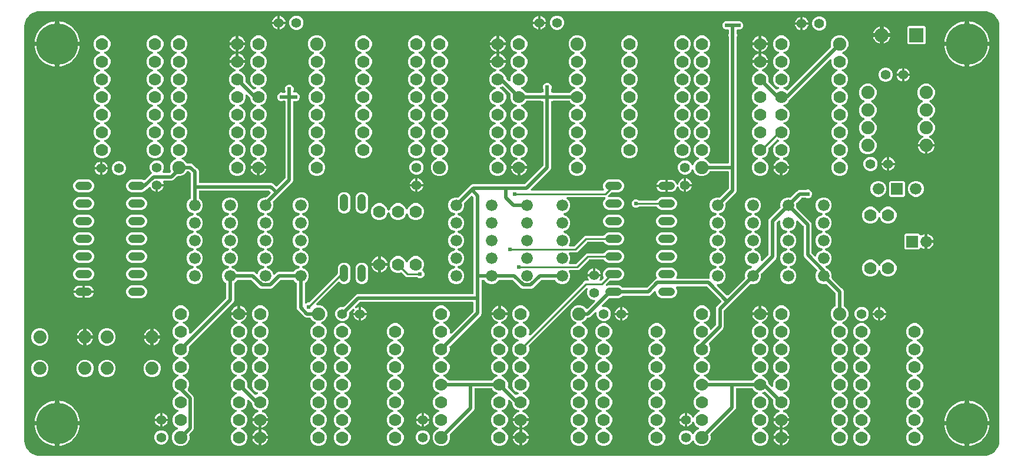
<source format=gbr>
G04 EAGLE Gerber RS-274X export*
G75*
%MOMM*%
%FSLAX34Y34*%
%LPD*%
%INBottom Copper*%
%IPPOS*%
%AMOC8*
5,1,8,0,0,1.08239X$1,22.5*%
G01*
%ADD10C,1.422400*%
%ADD11C,1.219200*%
%ADD12C,1.905000*%
%ADD13R,2.032000X2.032000*%
%ADD14C,2.032000*%
%ADD15C,1.676400*%
%ADD16C,1.778000*%
%ADD17C,1.879600*%
%ADD18R,1.676400X1.676400*%
%ADD19C,6.000000*%
%ADD20C,0.508000*%
%ADD21C,0.604000*%
%ADD22C,0.254000*%
%ADD23C,0.304800*%

G36*
X1384342Y3816D02*
X1384342Y3816D01*
X1384420Y3815D01*
X1387559Y4062D01*
X1387615Y4073D01*
X1387672Y4076D01*
X1387882Y4126D01*
X1387901Y4129D01*
X1387904Y4131D01*
X1387910Y4132D01*
X1393880Y6072D01*
X1393987Y6121D01*
X1394096Y6161D01*
X1394160Y6200D01*
X1394197Y6217D01*
X1394233Y6244D01*
X1394305Y6289D01*
X1399384Y9979D01*
X1399470Y10058D01*
X1399562Y10130D01*
X1399611Y10187D01*
X1399641Y10215D01*
X1399666Y10251D01*
X1399721Y10316D01*
X1403411Y15395D01*
X1403469Y15497D01*
X1403534Y15594D01*
X1403562Y15662D01*
X1403583Y15698D01*
X1403595Y15741D01*
X1403628Y15820D01*
X1405568Y21790D01*
X1405579Y21846D01*
X1405599Y21900D01*
X1405633Y22114D01*
X1405637Y22132D01*
X1405637Y22136D01*
X1405638Y22141D01*
X1405885Y25280D01*
X1405883Y25323D01*
X1405889Y25400D01*
X1405889Y622300D01*
X1405884Y622342D01*
X1405885Y622420D01*
X1405638Y625559D01*
X1405627Y625615D01*
X1405624Y625672D01*
X1405574Y625882D01*
X1405571Y625901D01*
X1405569Y625904D01*
X1405568Y625910D01*
X1403628Y631880D01*
X1403579Y631987D01*
X1403539Y632096D01*
X1403500Y632160D01*
X1403483Y632197D01*
X1403456Y632233D01*
X1403411Y632305D01*
X1399721Y637384D01*
X1399642Y637470D01*
X1399570Y637562D01*
X1399513Y637611D01*
X1399485Y637641D01*
X1399449Y637666D01*
X1399384Y637721D01*
X1394305Y641411D01*
X1394203Y641469D01*
X1394106Y641534D01*
X1394038Y641562D01*
X1394002Y641583D01*
X1393959Y641595D01*
X1393880Y641628D01*
X1387910Y643568D01*
X1387854Y643579D01*
X1387800Y643599D01*
X1387586Y643633D01*
X1387568Y643637D01*
X1387564Y643637D01*
X1387559Y643638D01*
X1384420Y643885D01*
X1384377Y643883D01*
X1384300Y643889D01*
X25400Y643889D01*
X25358Y643884D01*
X25280Y643885D01*
X22141Y643638D01*
X22085Y643627D01*
X22028Y643624D01*
X21818Y643574D01*
X21799Y643571D01*
X21796Y643569D01*
X21790Y643568D01*
X15820Y641628D01*
X15713Y641579D01*
X15604Y641539D01*
X15540Y641500D01*
X15503Y641483D01*
X15467Y641456D01*
X15395Y641411D01*
X10316Y637721D01*
X10230Y637642D01*
X10138Y637570D01*
X10089Y637513D01*
X10059Y637485D01*
X10034Y637449D01*
X9979Y637384D01*
X6289Y632305D01*
X6231Y632203D01*
X6166Y632106D01*
X6138Y632038D01*
X6117Y632002D01*
X6105Y631959D01*
X6072Y631881D01*
X4132Y625910D01*
X4121Y625854D01*
X4101Y625800D01*
X4067Y625586D01*
X4063Y625568D01*
X4063Y625564D01*
X4062Y625559D01*
X3815Y622420D01*
X3817Y622377D01*
X3811Y622300D01*
X3811Y25400D01*
X3816Y25358D01*
X3815Y25280D01*
X4062Y22141D01*
X4073Y22085D01*
X4076Y22028D01*
X4126Y21818D01*
X4129Y21799D01*
X4131Y21796D01*
X4132Y21790D01*
X6072Y15820D01*
X6121Y15713D01*
X6161Y15604D01*
X6200Y15540D01*
X6217Y15503D01*
X6244Y15467D01*
X6289Y15395D01*
X9979Y10316D01*
X10058Y10230D01*
X10130Y10138D01*
X10187Y10089D01*
X10215Y10059D01*
X10251Y10034D01*
X10316Y9979D01*
X15395Y6289D01*
X15497Y6231D01*
X15594Y6166D01*
X15662Y6138D01*
X15698Y6117D01*
X15741Y6105D01*
X15820Y6072D01*
X21790Y4132D01*
X21846Y4121D01*
X21900Y4101D01*
X22114Y4067D01*
X22132Y4063D01*
X22136Y4063D01*
X22141Y4062D01*
X25280Y3815D01*
X25323Y3817D01*
X25400Y3811D01*
X1384300Y3811D01*
X1384342Y3816D01*
G37*
%LPC*%
G36*
X600749Y17906D02*
X600749Y17906D01*
X596128Y19821D01*
X592591Y23358D01*
X590676Y27979D01*
X590676Y32981D01*
X592591Y37602D01*
X596128Y41139D01*
X598486Y42116D01*
X598574Y42165D01*
X598666Y42205D01*
X598726Y42250D01*
X598791Y42286D01*
X598865Y42353D01*
X598946Y42413D01*
X598994Y42470D01*
X599049Y42520D01*
X599106Y42603D01*
X599171Y42679D01*
X599205Y42745D01*
X599247Y42807D01*
X599284Y42900D01*
X599329Y42989D01*
X599347Y43062D01*
X599375Y43131D01*
X599389Y43230D01*
X599414Y43328D01*
X599415Y43402D01*
X599426Y43476D01*
X599417Y43576D01*
X599419Y43676D01*
X599403Y43749D01*
X599397Y43823D01*
X599366Y43918D01*
X599344Y44017D01*
X599312Y44084D01*
X599290Y44154D01*
X599238Y44241D01*
X599195Y44331D01*
X599148Y44389D01*
X599110Y44453D01*
X599040Y44525D01*
X598977Y44604D01*
X598919Y44650D01*
X598867Y44703D01*
X598782Y44757D01*
X598704Y44820D01*
X598614Y44865D01*
X598574Y44891D01*
X598540Y44903D01*
X598486Y44931D01*
X596487Y45759D01*
X593129Y49117D01*
X591311Y53505D01*
X591311Y58255D01*
X593129Y62643D01*
X596487Y66001D01*
X599316Y67173D01*
X599403Y67222D01*
X599495Y67262D01*
X599555Y67306D01*
X599620Y67342D01*
X599695Y67409D01*
X599775Y67469D01*
X599823Y67526D01*
X599878Y67576D01*
X599936Y67659D01*
X600000Y67735D01*
X600034Y67802D01*
X600077Y67863D01*
X600113Y67956D01*
X600159Y68046D01*
X600177Y68118D01*
X600204Y68187D01*
X600219Y68286D01*
X600243Y68384D01*
X600244Y68458D01*
X600255Y68532D01*
X600247Y68632D01*
X600248Y68732D01*
X600232Y68805D01*
X600226Y68879D01*
X600195Y68975D01*
X600174Y69073D01*
X600142Y69140D01*
X600119Y69211D01*
X600067Y69297D01*
X600024Y69388D01*
X599978Y69446D01*
X599939Y69509D01*
X599870Y69581D01*
X599807Y69660D01*
X599748Y69706D01*
X599697Y69759D01*
X599612Y69814D01*
X599533Y69876D01*
X599444Y69922D01*
X599403Y69948D01*
X599370Y69960D01*
X599316Y69987D01*
X596487Y71159D01*
X593129Y74517D01*
X591311Y78905D01*
X591311Y83655D01*
X593129Y88043D01*
X596487Y91401D01*
X599316Y92573D01*
X599403Y92622D01*
X599495Y92662D01*
X599555Y92706D01*
X599620Y92742D01*
X599695Y92809D01*
X599775Y92869D01*
X599823Y92926D01*
X599878Y92976D01*
X599936Y93059D01*
X600000Y93135D01*
X600034Y93202D01*
X600077Y93263D01*
X600113Y93356D01*
X600159Y93446D01*
X600177Y93518D01*
X600204Y93587D01*
X600219Y93686D01*
X600243Y93784D01*
X600244Y93858D01*
X600255Y93932D01*
X600247Y94032D01*
X600248Y94132D01*
X600232Y94205D01*
X600226Y94279D01*
X600195Y94375D01*
X600174Y94473D01*
X600142Y94540D01*
X600119Y94611D01*
X600067Y94697D01*
X600024Y94788D01*
X599978Y94846D01*
X599939Y94909D01*
X599870Y94981D01*
X599807Y95060D01*
X599748Y95106D01*
X599697Y95159D01*
X599612Y95214D01*
X599533Y95276D01*
X599444Y95322D01*
X599403Y95348D01*
X599370Y95360D01*
X599316Y95387D01*
X596487Y96559D01*
X593129Y99917D01*
X591311Y104305D01*
X591311Y109055D01*
X593129Y113443D01*
X596487Y116801D01*
X599316Y117973D01*
X599403Y118022D01*
X599495Y118062D01*
X599555Y118106D01*
X599620Y118142D01*
X599695Y118209D01*
X599775Y118269D01*
X599823Y118326D01*
X599878Y118376D01*
X599936Y118459D01*
X600000Y118535D01*
X600034Y118602D01*
X600077Y118663D01*
X600113Y118756D01*
X600159Y118846D01*
X600177Y118918D01*
X600204Y118987D01*
X600219Y119086D01*
X600243Y119184D01*
X600244Y119258D01*
X600255Y119332D01*
X600247Y119432D01*
X600248Y119532D01*
X600232Y119605D01*
X600226Y119679D01*
X600195Y119775D01*
X600174Y119873D01*
X600142Y119940D01*
X600119Y120011D01*
X600067Y120097D01*
X600024Y120188D01*
X599978Y120246D01*
X599939Y120309D01*
X599870Y120381D01*
X599807Y120460D01*
X599748Y120506D01*
X599697Y120559D01*
X599612Y120614D01*
X599533Y120676D01*
X599444Y120722D01*
X599403Y120748D01*
X599370Y120760D01*
X599316Y120787D01*
X596487Y121959D01*
X593129Y125317D01*
X591311Y129705D01*
X591311Y134455D01*
X593129Y138843D01*
X596487Y142201D01*
X599316Y143373D01*
X599403Y143422D01*
X599495Y143462D01*
X599555Y143506D01*
X599620Y143542D01*
X599695Y143609D01*
X599775Y143669D01*
X599823Y143726D01*
X599878Y143776D01*
X599936Y143859D01*
X600000Y143935D01*
X600034Y144002D01*
X600077Y144063D01*
X600113Y144156D01*
X600159Y144246D01*
X600177Y144318D01*
X600204Y144387D01*
X600219Y144486D01*
X600243Y144584D01*
X600244Y144658D01*
X600255Y144732D01*
X600247Y144832D01*
X600248Y144932D01*
X600232Y145005D01*
X600226Y145079D01*
X600195Y145175D01*
X600174Y145273D01*
X600142Y145340D01*
X600119Y145411D01*
X600067Y145497D01*
X600024Y145588D01*
X599978Y145646D01*
X599939Y145709D01*
X599870Y145781D01*
X599807Y145860D01*
X599748Y145906D01*
X599697Y145959D01*
X599612Y146014D01*
X599533Y146076D01*
X599444Y146122D01*
X599403Y146148D01*
X599370Y146160D01*
X599316Y146187D01*
X596487Y147359D01*
X593129Y150717D01*
X591311Y155105D01*
X591311Y159855D01*
X593129Y164243D01*
X596487Y167601D01*
X599316Y168773D01*
X599403Y168822D01*
X599495Y168862D01*
X599555Y168906D01*
X599620Y168942D01*
X599695Y169009D01*
X599775Y169069D01*
X599823Y169126D01*
X599878Y169176D01*
X599936Y169259D01*
X600000Y169335D01*
X600034Y169402D01*
X600077Y169463D01*
X600113Y169556D01*
X600159Y169646D01*
X600177Y169718D01*
X600204Y169787D01*
X600219Y169886D01*
X600243Y169984D01*
X600244Y170058D01*
X600255Y170132D01*
X600247Y170232D01*
X600248Y170332D01*
X600232Y170405D01*
X600226Y170479D01*
X600195Y170575D01*
X600174Y170673D01*
X600142Y170740D01*
X600119Y170811D01*
X600067Y170897D01*
X600024Y170988D01*
X599978Y171046D01*
X599939Y171109D01*
X599870Y171181D01*
X599807Y171260D01*
X599748Y171306D01*
X599697Y171359D01*
X599612Y171414D01*
X599533Y171476D01*
X599444Y171522D01*
X599403Y171548D01*
X599370Y171560D01*
X599316Y171587D01*
X596487Y172759D01*
X593129Y176117D01*
X591311Y180505D01*
X591311Y185255D01*
X593129Y189643D01*
X596487Y193001D01*
X599316Y194173D01*
X599403Y194222D01*
X599495Y194262D01*
X599555Y194306D01*
X599620Y194342D01*
X599695Y194409D01*
X599775Y194469D01*
X599823Y194526D01*
X599878Y194576D01*
X599936Y194659D01*
X600000Y194735D01*
X600034Y194802D01*
X600077Y194863D01*
X600113Y194956D01*
X600159Y195046D01*
X600177Y195118D01*
X600204Y195187D01*
X600219Y195286D01*
X600243Y195384D01*
X600244Y195458D01*
X600255Y195532D01*
X600247Y195632D01*
X600248Y195732D01*
X600232Y195805D01*
X600226Y195879D01*
X600195Y195975D01*
X600174Y196073D01*
X600142Y196140D01*
X600119Y196211D01*
X600067Y196297D01*
X600024Y196388D01*
X599978Y196446D01*
X599939Y196509D01*
X599870Y196581D01*
X599807Y196660D01*
X599748Y196706D01*
X599697Y196759D01*
X599612Y196814D01*
X599533Y196876D01*
X599444Y196922D01*
X599403Y196948D01*
X599370Y196960D01*
X599316Y196987D01*
X596487Y198159D01*
X593129Y201517D01*
X591311Y205905D01*
X591311Y210655D01*
X593129Y215043D01*
X596487Y218401D01*
X600875Y220219D01*
X605625Y220219D01*
X610013Y218401D01*
X613371Y215043D01*
X615189Y210655D01*
X615189Y205905D01*
X613371Y201517D01*
X610013Y198159D01*
X607184Y196987D01*
X607097Y196939D01*
X607005Y196899D01*
X606945Y196854D01*
X606880Y196818D01*
X606805Y196751D01*
X606725Y196691D01*
X606677Y196634D01*
X606622Y196584D01*
X606565Y196501D01*
X606500Y196425D01*
X606466Y196358D01*
X606423Y196297D01*
X606387Y196204D01*
X606341Y196114D01*
X606323Y196042D01*
X606296Y195973D01*
X606281Y195874D01*
X606257Y195776D01*
X606256Y195702D01*
X606245Y195628D01*
X606253Y195528D01*
X606252Y195428D01*
X606268Y195355D01*
X606274Y195281D01*
X606305Y195185D01*
X606326Y195087D01*
X606358Y195020D01*
X606381Y194949D01*
X606433Y194863D01*
X606476Y194772D01*
X606522Y194714D01*
X606560Y194651D01*
X606631Y194578D01*
X606693Y194500D01*
X606751Y194454D01*
X606803Y194401D01*
X606888Y194346D01*
X606967Y194284D01*
X607056Y194238D01*
X607097Y194212D01*
X607130Y194200D01*
X607184Y194173D01*
X610013Y193001D01*
X613371Y189643D01*
X615189Y185255D01*
X615189Y181000D01*
X615200Y180900D01*
X615202Y180800D01*
X615220Y180728D01*
X615229Y180654D01*
X615262Y180559D01*
X615287Y180462D01*
X615321Y180396D01*
X615346Y180326D01*
X615401Y180241D01*
X615447Y180152D01*
X615495Y180095D01*
X615535Y180033D01*
X615607Y179963D01*
X615672Y179886D01*
X615732Y179842D01*
X615786Y179791D01*
X615872Y179739D01*
X615953Y179679D01*
X616021Y179650D01*
X616085Y179612D01*
X616181Y179581D01*
X616273Y179541D01*
X616346Y179528D01*
X616417Y179505D01*
X616517Y179497D01*
X616616Y179480D01*
X616690Y179483D01*
X616764Y179477D01*
X616864Y179492D01*
X616964Y179498D01*
X617035Y179518D01*
X617109Y179529D01*
X617202Y179566D01*
X617299Y179594D01*
X617364Y179630D01*
X617433Y179658D01*
X617515Y179715D01*
X617603Y179764D01*
X617679Y179829D01*
X617719Y179857D01*
X617743Y179883D01*
X617789Y179923D01*
X649285Y211419D01*
X649348Y211498D01*
X649417Y211570D01*
X649431Y211592D01*
X649448Y211612D01*
X649472Y211654D01*
X649502Y211692D01*
X649545Y211783D01*
X649596Y211869D01*
X649604Y211894D01*
X649617Y211917D01*
X649630Y211963D01*
X649651Y212007D01*
X649672Y212105D01*
X649702Y212201D01*
X649704Y212227D01*
X649712Y212252D01*
X649717Y212313D01*
X649724Y212348D01*
X649723Y212396D01*
X649731Y212496D01*
X649731Y224028D01*
X649728Y224054D01*
X649730Y224080D01*
X649708Y224227D01*
X649691Y224374D01*
X649683Y224399D01*
X649679Y224425D01*
X649624Y224563D01*
X649574Y224702D01*
X649560Y224724D01*
X649550Y224749D01*
X649465Y224870D01*
X649385Y224995D01*
X649366Y225013D01*
X649351Y225035D01*
X649241Y225134D01*
X649134Y225237D01*
X649112Y225251D01*
X649092Y225268D01*
X648962Y225340D01*
X648835Y225416D01*
X648810Y225424D01*
X648787Y225437D01*
X648644Y225477D01*
X648503Y225522D01*
X648477Y225524D01*
X648452Y225532D01*
X648208Y225551D01*
X486816Y225551D01*
X486690Y225537D01*
X486564Y225530D01*
X486518Y225517D01*
X486470Y225511D01*
X486351Y225469D01*
X486229Y225434D01*
X486187Y225410D01*
X486142Y225394D01*
X486035Y225325D01*
X485925Y225264D01*
X485879Y225224D01*
X485849Y225205D01*
X485815Y225170D01*
X485739Y225105D01*
X479626Y218992D01*
X479558Y218906D01*
X479482Y218826D01*
X479450Y218770D01*
X479409Y218719D01*
X479362Y218620D01*
X479307Y218525D01*
X479288Y218463D01*
X479260Y218404D01*
X479237Y218297D01*
X479205Y218191D01*
X479201Y218127D01*
X479187Y218064D01*
X479189Y217954D01*
X479182Y217844D01*
X479192Y217780D01*
X479193Y217715D01*
X479220Y217608D01*
X479238Y217500D01*
X479262Y217440D01*
X479278Y217377D01*
X479328Y217279D01*
X479370Y217178D01*
X479408Y217125D01*
X479438Y217067D01*
X479509Y216983D01*
X479573Y216894D01*
X479622Y216851D01*
X479664Y216802D01*
X479752Y216736D01*
X479835Y216664D01*
X479892Y216633D01*
X479944Y216595D01*
X480045Y216551D01*
X480142Y216499D01*
X480204Y216482D01*
X480264Y216457D01*
X480372Y216437D01*
X480478Y216409D01*
X480543Y216407D01*
X480607Y216395D01*
X480717Y216401D01*
X480827Y216397D01*
X480890Y216410D01*
X480955Y216413D01*
X481061Y216443D01*
X481169Y216465D01*
X481247Y216497D01*
X481290Y216510D01*
X481326Y216530D01*
X481395Y216558D01*
X482705Y217226D01*
X484150Y217695D01*
X484661Y217776D01*
X484661Y210029D01*
X476914Y210029D01*
X476995Y210540D01*
X477464Y211985D01*
X478132Y213295D01*
X478170Y213399D01*
X478217Y213498D01*
X478231Y213561D01*
X478254Y213622D01*
X478268Y213731D01*
X478291Y213839D01*
X478290Y213903D01*
X478298Y213968D01*
X478287Y214077D01*
X478285Y214187D01*
X478269Y214250D01*
X478262Y214314D01*
X478227Y214418D01*
X478200Y214525D01*
X478170Y214583D01*
X478149Y214644D01*
X478091Y214737D01*
X478040Y214835D01*
X477998Y214884D01*
X477964Y214939D01*
X477886Y215016D01*
X477814Y215100D01*
X477762Y215139D01*
X477716Y215184D01*
X477622Y215242D01*
X477534Y215307D01*
X477475Y215333D01*
X477419Y215367D01*
X477315Y215402D01*
X477214Y215445D01*
X477150Y215457D01*
X477089Y215477D01*
X476979Y215488D01*
X476871Y215507D01*
X476806Y215504D01*
X476742Y215510D01*
X476633Y215495D01*
X476523Y215489D01*
X476461Y215471D01*
X476397Y215462D01*
X476294Y215423D01*
X476188Y215393D01*
X476131Y215361D01*
X476071Y215338D01*
X475980Y215276D01*
X475884Y215222D01*
X475819Y215168D01*
X475782Y215143D01*
X475754Y215112D01*
X475698Y215064D01*
X471617Y210983D01*
X471538Y210884D01*
X471454Y210790D01*
X471430Y210748D01*
X471400Y210710D01*
X471346Y210596D01*
X471285Y210485D01*
X471272Y210439D01*
X471251Y210395D01*
X471225Y210272D01*
X471190Y210150D01*
X471185Y210089D01*
X471178Y210054D01*
X471179Y210006D01*
X471171Y209906D01*
X471171Y206259D01*
X469624Y202524D01*
X466766Y199666D01*
X463031Y198119D01*
X458989Y198119D01*
X455254Y199666D01*
X452396Y202524D01*
X450849Y206259D01*
X450849Y210301D01*
X452396Y214036D01*
X455254Y216894D01*
X458989Y218441D01*
X462636Y218441D01*
X462762Y218455D01*
X462888Y218462D01*
X462934Y218475D01*
X462982Y218481D01*
X463101Y218523D01*
X463223Y218558D01*
X463265Y218582D01*
X463310Y218598D01*
X463417Y218667D01*
X463527Y218728D01*
X463573Y218768D01*
X463603Y218787D01*
X463637Y218822D01*
X463713Y218887D01*
X478918Y234091D01*
X478918Y234092D01*
X480704Y235878D01*
X482758Y236729D01*
X648208Y236729D01*
X648234Y236732D01*
X648260Y236730D01*
X648407Y236752D01*
X648554Y236769D01*
X648579Y236777D01*
X648605Y236781D01*
X648743Y236836D01*
X648882Y236886D01*
X648904Y236900D01*
X648929Y236910D01*
X649050Y236995D01*
X649175Y237075D01*
X649193Y237094D01*
X649215Y237109D01*
X649314Y237219D01*
X649417Y237326D01*
X649431Y237348D01*
X649448Y237368D01*
X649520Y237498D01*
X649596Y237625D01*
X649604Y237650D01*
X649617Y237673D01*
X649657Y237816D01*
X649702Y237957D01*
X649704Y237983D01*
X649712Y238008D01*
X649731Y238252D01*
X649731Y375514D01*
X649730Y375528D01*
X649730Y375536D01*
X649723Y375582D01*
X649717Y375640D01*
X649710Y375766D01*
X649697Y375812D01*
X649691Y375860D01*
X649649Y375980D01*
X649614Y376101D01*
X649590Y376143D01*
X649574Y376188D01*
X649505Y376295D01*
X649444Y376405D01*
X649404Y376451D01*
X649385Y376481D01*
X649350Y376515D01*
X649285Y376591D01*
X648142Y377734D01*
X648122Y377751D01*
X648105Y377771D01*
X647985Y377859D01*
X647869Y377951D01*
X647845Y377962D01*
X647824Y377978D01*
X647688Y378036D01*
X647554Y378100D01*
X647528Y378105D01*
X647504Y378116D01*
X647358Y378142D01*
X647213Y378173D01*
X647187Y378173D01*
X647161Y378177D01*
X647013Y378170D01*
X646865Y378167D01*
X646839Y378161D01*
X646813Y378159D01*
X646670Y378118D01*
X646527Y378082D01*
X646504Y378070D01*
X646478Y378063D01*
X646349Y377990D01*
X646217Y377923D01*
X646197Y377906D01*
X646174Y377893D01*
X645988Y377734D01*
X636623Y368370D01*
X636576Y368310D01*
X636521Y368256D01*
X636468Y368174D01*
X636407Y368097D01*
X636374Y368028D01*
X636333Y367963D01*
X636300Y367871D01*
X636258Y367782D01*
X636242Y367707D01*
X636216Y367635D01*
X636205Y367537D01*
X636184Y367441D01*
X636186Y367365D01*
X636177Y367288D01*
X636189Y367191D01*
X636190Y367092D01*
X636209Y367018D01*
X636218Y366942D01*
X636264Y366800D01*
X636271Y366773D01*
X636271Y362216D01*
X634530Y358015D01*
X631315Y354800D01*
X627447Y353197D01*
X627359Y353148D01*
X627267Y353108D01*
X627207Y353064D01*
X627142Y353028D01*
X627068Y352961D01*
X626987Y352901D01*
X626939Y352844D01*
X626884Y352794D01*
X626827Y352711D01*
X626762Y352635D01*
X626728Y352568D01*
X626686Y352507D01*
X626649Y352414D01*
X626603Y352324D01*
X626585Y352252D01*
X626558Y352183D01*
X626544Y352084D01*
X626519Y351986D01*
X626518Y351912D01*
X626507Y351838D01*
X626516Y351738D01*
X626514Y351638D01*
X626530Y351565D01*
X626536Y351491D01*
X626567Y351395D01*
X626589Y351297D01*
X626620Y351230D01*
X626643Y351159D01*
X626695Y351073D01*
X626738Y350982D01*
X626785Y350924D01*
X626823Y350861D01*
X626893Y350789D01*
X626956Y350710D01*
X627014Y350664D01*
X627066Y350611D01*
X627150Y350556D01*
X627229Y350494D01*
X627319Y350448D01*
X627359Y350422D01*
X627393Y350410D01*
X627447Y350383D01*
X631315Y348780D01*
X634530Y345565D01*
X636271Y341364D01*
X636271Y336816D01*
X634530Y332615D01*
X631315Y329400D01*
X627447Y327797D01*
X627359Y327748D01*
X627267Y327708D01*
X627207Y327664D01*
X627142Y327628D01*
X627068Y327561D01*
X626987Y327501D01*
X626939Y327444D01*
X626884Y327394D01*
X626827Y327311D01*
X626762Y327235D01*
X626728Y327168D01*
X626686Y327107D01*
X626649Y327014D01*
X626603Y326924D01*
X626585Y326852D01*
X626558Y326783D01*
X626544Y326684D01*
X626519Y326586D01*
X626518Y326512D01*
X626507Y326438D01*
X626516Y326338D01*
X626514Y326238D01*
X626530Y326165D01*
X626536Y326091D01*
X626567Y325995D01*
X626589Y325897D01*
X626620Y325830D01*
X626643Y325759D01*
X626695Y325673D01*
X626738Y325582D01*
X626785Y325524D01*
X626823Y325461D01*
X626893Y325389D01*
X626956Y325310D01*
X627014Y325264D01*
X627066Y325211D01*
X627150Y325156D01*
X627229Y325094D01*
X627319Y325048D01*
X627359Y325022D01*
X627393Y325010D01*
X627447Y324983D01*
X631315Y323380D01*
X634530Y320165D01*
X636271Y315964D01*
X636271Y311416D01*
X634530Y307215D01*
X631315Y304000D01*
X627447Y302397D01*
X627359Y302348D01*
X627267Y302308D01*
X627207Y302264D01*
X627142Y302228D01*
X627068Y302161D01*
X626987Y302101D01*
X626939Y302044D01*
X626884Y301994D01*
X626827Y301911D01*
X626762Y301835D01*
X626728Y301768D01*
X626686Y301707D01*
X626649Y301614D01*
X626603Y301524D01*
X626585Y301452D01*
X626558Y301383D01*
X626544Y301284D01*
X626519Y301186D01*
X626518Y301112D01*
X626507Y301038D01*
X626516Y300938D01*
X626514Y300838D01*
X626530Y300765D01*
X626536Y300691D01*
X626567Y300595D01*
X626589Y300497D01*
X626620Y300430D01*
X626643Y300359D01*
X626695Y300273D01*
X626738Y300182D01*
X626785Y300124D01*
X626823Y300061D01*
X626893Y299989D01*
X626956Y299910D01*
X627014Y299864D01*
X627066Y299811D01*
X627150Y299756D01*
X627229Y299694D01*
X627319Y299648D01*
X627359Y299622D01*
X627393Y299610D01*
X627447Y299583D01*
X631315Y297980D01*
X634530Y294765D01*
X636271Y290564D01*
X636271Y286016D01*
X634530Y281815D01*
X631315Y278600D01*
X627447Y276997D01*
X627359Y276948D01*
X627267Y276908D01*
X627207Y276864D01*
X627142Y276828D01*
X627068Y276761D01*
X626987Y276701D01*
X626939Y276644D01*
X626884Y276594D01*
X626827Y276511D01*
X626762Y276435D01*
X626728Y276368D01*
X626686Y276307D01*
X626649Y276214D01*
X626603Y276124D01*
X626585Y276052D01*
X626558Y275983D01*
X626544Y275884D01*
X626519Y275786D01*
X626518Y275712D01*
X626507Y275638D01*
X626516Y275538D01*
X626514Y275438D01*
X626530Y275365D01*
X626536Y275291D01*
X626567Y275195D01*
X626589Y275097D01*
X626620Y275030D01*
X626643Y274959D01*
X626695Y274873D01*
X626738Y274782D01*
X626785Y274724D01*
X626823Y274661D01*
X626893Y274589D01*
X626956Y274510D01*
X627014Y274464D01*
X627066Y274411D01*
X627150Y274356D01*
X627229Y274294D01*
X627319Y274248D01*
X627359Y274222D01*
X627393Y274210D01*
X627447Y274183D01*
X631315Y272580D01*
X634530Y269365D01*
X636271Y265164D01*
X636271Y260616D01*
X634530Y256415D01*
X631315Y253200D01*
X627114Y251459D01*
X622566Y251459D01*
X618365Y253200D01*
X615150Y256415D01*
X613409Y260616D01*
X613409Y265164D01*
X615150Y269365D01*
X618365Y272580D01*
X622233Y274183D01*
X622321Y274231D01*
X622413Y274271D01*
X622473Y274316D01*
X622538Y274352D01*
X622612Y274420D01*
X622693Y274479D01*
X622741Y274536D01*
X622796Y274586D01*
X622853Y274669D01*
X622918Y274745D01*
X622952Y274812D01*
X622994Y274873D01*
X623031Y274966D01*
X623077Y275056D01*
X623095Y275128D01*
X623122Y275197D01*
X623136Y275296D01*
X623161Y275394D01*
X623162Y275468D01*
X623173Y275542D01*
X623164Y275642D01*
X623166Y275742D01*
X623150Y275815D01*
X623144Y275889D01*
X623113Y275985D01*
X623091Y276083D01*
X623060Y276150D01*
X623037Y276221D01*
X622985Y276307D01*
X622942Y276398D01*
X622895Y276456D01*
X622857Y276519D01*
X622787Y276592D01*
X622724Y276670D01*
X622666Y276716D01*
X622614Y276769D01*
X622530Y276824D01*
X622451Y276886D01*
X622361Y276932D01*
X622321Y276958D01*
X622287Y276970D01*
X622233Y276997D01*
X618365Y278600D01*
X615150Y281815D01*
X613409Y286016D01*
X613409Y290564D01*
X615150Y294765D01*
X618365Y297980D01*
X622233Y299583D01*
X622321Y299631D01*
X622413Y299671D01*
X622473Y299716D01*
X622538Y299752D01*
X622612Y299820D01*
X622693Y299879D01*
X622741Y299936D01*
X622796Y299986D01*
X622853Y300069D01*
X622918Y300145D01*
X622952Y300212D01*
X622994Y300273D01*
X623031Y300366D01*
X623077Y300456D01*
X623095Y300528D01*
X623122Y300597D01*
X623136Y300696D01*
X623161Y300794D01*
X623162Y300868D01*
X623173Y300942D01*
X623164Y301042D01*
X623166Y301142D01*
X623150Y301215D01*
X623144Y301289D01*
X623113Y301385D01*
X623091Y301483D01*
X623060Y301550D01*
X623037Y301621D01*
X622985Y301707D01*
X622942Y301798D01*
X622895Y301856D01*
X622857Y301919D01*
X622787Y301992D01*
X622724Y302070D01*
X622666Y302116D01*
X622614Y302169D01*
X622530Y302224D01*
X622451Y302286D01*
X622361Y302332D01*
X622321Y302358D01*
X622287Y302370D01*
X622233Y302397D01*
X618365Y304000D01*
X615150Y307215D01*
X613409Y311416D01*
X613409Y315964D01*
X615150Y320165D01*
X618365Y323380D01*
X622233Y324983D01*
X622321Y325031D01*
X622413Y325071D01*
X622473Y325116D01*
X622538Y325152D01*
X622612Y325220D01*
X622693Y325279D01*
X622741Y325336D01*
X622796Y325386D01*
X622853Y325469D01*
X622918Y325545D01*
X622952Y325612D01*
X622994Y325673D01*
X623031Y325766D01*
X623077Y325856D01*
X623095Y325928D01*
X623122Y325997D01*
X623136Y326096D01*
X623161Y326194D01*
X623162Y326268D01*
X623173Y326342D01*
X623164Y326442D01*
X623166Y326542D01*
X623150Y326615D01*
X623144Y326689D01*
X623113Y326785D01*
X623091Y326883D01*
X623060Y326950D01*
X623037Y327021D01*
X622985Y327107D01*
X622942Y327198D01*
X622895Y327256D01*
X622857Y327319D01*
X622787Y327392D01*
X622724Y327470D01*
X622666Y327516D01*
X622614Y327569D01*
X622530Y327624D01*
X622451Y327686D01*
X622361Y327732D01*
X622321Y327758D01*
X622287Y327770D01*
X622233Y327797D01*
X618365Y329400D01*
X615150Y332615D01*
X613409Y336816D01*
X613409Y341364D01*
X615150Y345565D01*
X618365Y348780D01*
X622233Y350383D01*
X622321Y350431D01*
X622413Y350471D01*
X622473Y350516D01*
X622538Y350552D01*
X622612Y350620D01*
X622693Y350679D01*
X622741Y350736D01*
X622796Y350786D01*
X622853Y350869D01*
X622918Y350945D01*
X622952Y351012D01*
X622994Y351073D01*
X623031Y351166D01*
X623077Y351256D01*
X623095Y351328D01*
X623122Y351397D01*
X623136Y351496D01*
X623161Y351594D01*
X623162Y351668D01*
X623173Y351742D01*
X623164Y351842D01*
X623166Y351942D01*
X623150Y352015D01*
X623144Y352089D01*
X623113Y352185D01*
X623091Y352283D01*
X623060Y352350D01*
X623037Y352421D01*
X622985Y352507D01*
X622942Y352598D01*
X622895Y352656D01*
X622857Y352719D01*
X622787Y352792D01*
X622724Y352870D01*
X622666Y352916D01*
X622614Y352969D01*
X622530Y353024D01*
X622451Y353086D01*
X622361Y353132D01*
X622321Y353158D01*
X622287Y353170D01*
X622233Y353197D01*
X618365Y354800D01*
X615150Y358015D01*
X613409Y362216D01*
X613409Y366764D01*
X615150Y370965D01*
X618365Y374180D01*
X622566Y375921D01*
X627136Y375921D01*
X627203Y375892D01*
X627300Y375874D01*
X627395Y375847D01*
X627471Y375844D01*
X627546Y375830D01*
X627645Y375835D01*
X627743Y375830D01*
X627818Y375844D01*
X627894Y375848D01*
X627989Y375875D01*
X628086Y375893D01*
X628156Y375923D01*
X628229Y375945D01*
X628315Y375993D01*
X628405Y376032D01*
X628467Y376077D01*
X628533Y376115D01*
X628647Y376212D01*
X628685Y376240D01*
X628697Y376254D01*
X628720Y376273D01*
X640843Y388396D01*
X640843Y388397D01*
X642843Y390397D01*
X642844Y390397D01*
X644526Y392080D01*
X646312Y393866D01*
X648366Y394717D01*
X722720Y394717D01*
X722846Y394731D01*
X722972Y394738D01*
X723019Y394751D01*
X723067Y394757D01*
X723185Y394799D01*
X723307Y394834D01*
X723349Y394858D01*
X723395Y394874D01*
X723501Y394943D01*
X723611Y395004D01*
X723657Y395044D01*
X723687Y395063D01*
X723721Y395098D01*
X723797Y395163D01*
X749615Y420981D01*
X749694Y421080D01*
X749778Y421173D01*
X749802Y421216D01*
X749832Y421254D01*
X749886Y421368D01*
X749947Y421479D01*
X749960Y421525D01*
X749981Y421569D01*
X750007Y421692D01*
X750042Y421814D01*
X750047Y421875D01*
X750054Y421909D01*
X750053Y421957D01*
X750061Y422058D01*
X750061Y513108D01*
X750058Y513134D01*
X750060Y513160D01*
X750038Y513307D01*
X750021Y513454D01*
X750013Y513479D01*
X750009Y513505D01*
X749954Y513643D01*
X749904Y513782D01*
X749890Y513804D01*
X749880Y513829D01*
X749795Y513950D01*
X749715Y514075D01*
X749696Y514093D01*
X749681Y514115D01*
X749571Y514214D01*
X749464Y514317D01*
X749442Y514331D01*
X749422Y514348D01*
X749292Y514420D01*
X749165Y514496D01*
X749140Y514504D01*
X749117Y514517D01*
X748974Y514557D01*
X748833Y514602D01*
X748807Y514604D01*
X748782Y514612D01*
X748538Y514631D01*
X748093Y514631D01*
X747214Y514995D01*
X747212Y514996D01*
X747210Y514997D01*
X747045Y515043D01*
X746879Y515091D01*
X746877Y515091D01*
X746875Y515092D01*
X746631Y515111D01*
X726635Y515111D01*
X726559Y515103D01*
X726483Y515104D01*
X726387Y515083D01*
X726289Y515071D01*
X726217Y515046D01*
X726142Y515029D01*
X726054Y514987D01*
X725961Y514954D01*
X725897Y514912D01*
X725828Y514880D01*
X725751Y514818D01*
X725668Y514765D01*
X725615Y514710D01*
X725555Y514662D01*
X725494Y514585D01*
X725426Y514514D01*
X725387Y514449D01*
X725339Y514389D01*
X725271Y514255D01*
X725247Y514215D01*
X725241Y514197D01*
X725228Y514171D01*
X725131Y513937D01*
X721773Y510579D01*
X718944Y509407D01*
X718905Y509385D01*
X718869Y509372D01*
X718828Y509346D01*
X718764Y509319D01*
X718705Y509274D01*
X718640Y509238D01*
X718589Y509192D01*
X718576Y509183D01*
X718558Y509165D01*
X718485Y509111D01*
X718437Y509054D01*
X718382Y509004D01*
X718325Y508921D01*
X718260Y508845D01*
X718226Y508778D01*
X718183Y508717D01*
X718147Y508624D01*
X718101Y508534D01*
X718083Y508462D01*
X718056Y508393D01*
X718041Y508293D01*
X718017Y508196D01*
X718016Y508122D01*
X718005Y508048D01*
X718013Y507948D01*
X718012Y507848D01*
X718028Y507775D01*
X718034Y507701D01*
X718065Y507605D01*
X718086Y507507D01*
X718118Y507440D01*
X718141Y507369D01*
X718193Y507283D01*
X718236Y507192D01*
X718282Y507134D01*
X718320Y507071D01*
X718391Y506998D01*
X718453Y506920D01*
X718511Y506874D01*
X718563Y506821D01*
X718648Y506766D01*
X718727Y506704D01*
X718816Y506658D01*
X718857Y506632D01*
X718890Y506620D01*
X718944Y506593D01*
X721773Y505421D01*
X725131Y502063D01*
X726949Y497675D01*
X726949Y492925D01*
X725131Y488537D01*
X721773Y485179D01*
X718944Y484007D01*
X718857Y483959D01*
X718764Y483919D01*
X718705Y483874D01*
X718640Y483838D01*
X718565Y483771D01*
X718485Y483711D01*
X718437Y483654D01*
X718382Y483604D01*
X718325Y483521D01*
X718260Y483445D01*
X718226Y483378D01*
X718183Y483317D01*
X718147Y483224D01*
X718101Y483134D01*
X718083Y483062D01*
X718056Y482993D01*
X718041Y482893D01*
X718017Y482796D01*
X718016Y482722D01*
X718005Y482648D01*
X718013Y482548D01*
X718012Y482448D01*
X718028Y482375D01*
X718034Y482301D01*
X718065Y482205D01*
X718086Y482107D01*
X718118Y482040D01*
X718141Y481969D01*
X718193Y481883D01*
X718236Y481792D01*
X718282Y481734D01*
X718320Y481671D01*
X718391Y481598D01*
X718453Y481520D01*
X718511Y481474D01*
X718563Y481421D01*
X718648Y481366D01*
X718727Y481304D01*
X718816Y481258D01*
X718857Y481232D01*
X718890Y481220D01*
X718944Y481193D01*
X721773Y480021D01*
X725131Y476663D01*
X726949Y472275D01*
X726949Y467525D01*
X725131Y463137D01*
X721773Y459779D01*
X718944Y458607D01*
X718857Y458559D01*
X718765Y458519D01*
X718705Y458474D01*
X718640Y458438D01*
X718565Y458371D01*
X718485Y458311D01*
X718437Y458254D01*
X718382Y458204D01*
X718325Y458121D01*
X718260Y458045D01*
X718226Y457978D01*
X718183Y457917D01*
X718147Y457824D01*
X718101Y457734D01*
X718083Y457662D01*
X718056Y457593D01*
X718041Y457494D01*
X718017Y457396D01*
X718016Y457322D01*
X718005Y457248D01*
X718013Y457148D01*
X718012Y457048D01*
X718028Y456975D01*
X718034Y456901D01*
X718065Y456805D01*
X718086Y456707D01*
X718118Y456640D01*
X718141Y456569D01*
X718193Y456483D01*
X718236Y456392D01*
X718282Y456334D01*
X718320Y456271D01*
X718391Y456198D01*
X718453Y456120D01*
X718511Y456074D01*
X718563Y456021D01*
X718648Y455966D01*
X718727Y455904D01*
X718816Y455858D01*
X718857Y455832D01*
X718890Y455820D01*
X718944Y455793D01*
X721773Y454621D01*
X725131Y451263D01*
X726949Y446875D01*
X726949Y442125D01*
X725131Y437737D01*
X721773Y434379D01*
X718204Y432901D01*
X718064Y432823D01*
X717923Y432748D01*
X717912Y432738D01*
X717900Y432731D01*
X717781Y432624D01*
X717661Y432519D01*
X717652Y432507D01*
X717641Y432497D01*
X717550Y432366D01*
X717457Y432236D01*
X717451Y432222D01*
X717443Y432211D01*
X717385Y432062D01*
X717323Y431914D01*
X717321Y431900D01*
X717315Y431886D01*
X717292Y431729D01*
X717266Y431570D01*
X717267Y431556D01*
X717265Y431542D01*
X717278Y431381D01*
X717288Y431223D01*
X717292Y431209D01*
X717293Y431194D01*
X717343Y431041D01*
X717389Y430889D01*
X717396Y430876D01*
X717401Y430863D01*
X717483Y430726D01*
X717563Y430587D01*
X717573Y430576D01*
X717580Y430564D01*
X717692Y430449D01*
X717801Y430332D01*
X717813Y430324D01*
X717823Y430314D01*
X717958Y430227D01*
X718091Y430139D01*
X718106Y430132D01*
X718116Y430126D01*
X718153Y430113D01*
X718316Y430045D01*
X719398Y429693D01*
X721001Y428876D01*
X722457Y427819D01*
X723729Y426547D01*
X724786Y425091D01*
X725603Y423488D01*
X726159Y421777D01*
X726241Y421258D01*
X715645Y421258D01*
X715619Y421255D01*
X715593Y421257D01*
X715446Y421235D01*
X715299Y421218D01*
X715274Y421210D01*
X715248Y421206D01*
X715111Y421151D01*
X715014Y421116D01*
X715002Y421123D01*
X714977Y421131D01*
X714954Y421144D01*
X714811Y421184D01*
X714670Y421229D01*
X714644Y421231D01*
X714619Y421239D01*
X714375Y421258D01*
X703779Y421258D01*
X703861Y421777D01*
X704417Y423488D01*
X705234Y425091D01*
X706291Y426547D01*
X707563Y427819D01*
X709019Y428876D01*
X710622Y429693D01*
X711704Y430045D01*
X711849Y430111D01*
X711996Y430175D01*
X712007Y430183D01*
X712021Y430190D01*
X712148Y430288D01*
X712275Y430383D01*
X712285Y430394D01*
X712296Y430403D01*
X712398Y430527D01*
X712501Y430649D01*
X712507Y430662D01*
X712516Y430673D01*
X712587Y430817D01*
X712659Y430959D01*
X712663Y430973D01*
X712669Y430986D01*
X712705Y431142D01*
X712744Y431297D01*
X712744Y431312D01*
X712747Y431326D01*
X712746Y431486D01*
X712749Y431646D01*
X712745Y431660D01*
X712745Y431674D01*
X712708Y431830D01*
X712674Y431986D01*
X712668Y431999D01*
X712665Y432013D01*
X712593Y432156D01*
X712525Y432301D01*
X712515Y432312D01*
X712509Y432325D01*
X712407Y432448D01*
X712307Y432573D01*
X712296Y432582D01*
X712287Y432593D01*
X712160Y432690D01*
X712034Y432789D01*
X712018Y432797D01*
X712009Y432804D01*
X711974Y432820D01*
X711816Y432901D01*
X708247Y434379D01*
X704889Y437737D01*
X703071Y442125D01*
X703071Y446875D01*
X704889Y451263D01*
X708247Y454621D01*
X711076Y455793D01*
X711163Y455842D01*
X711255Y455882D01*
X711315Y455926D01*
X711380Y455962D01*
X711455Y456029D01*
X711535Y456089D01*
X711583Y456146D01*
X711638Y456196D01*
X711696Y456279D01*
X711760Y456355D01*
X711794Y456422D01*
X711837Y456483D01*
X711873Y456576D01*
X711919Y456666D01*
X711937Y456738D01*
X711964Y456807D01*
X711979Y456906D01*
X712003Y457004D01*
X712004Y457078D01*
X712015Y457152D01*
X712007Y457252D01*
X712008Y457352D01*
X711992Y457425D01*
X711986Y457499D01*
X711955Y457595D01*
X711934Y457693D01*
X711902Y457760D01*
X711879Y457831D01*
X711827Y457917D01*
X711784Y458008D01*
X711738Y458066D01*
X711699Y458129D01*
X711630Y458201D01*
X711567Y458280D01*
X711508Y458326D01*
X711457Y458379D01*
X711372Y458434D01*
X711293Y458496D01*
X711204Y458542D01*
X711163Y458568D01*
X711130Y458580D01*
X711076Y458607D01*
X708247Y459779D01*
X704889Y463137D01*
X703071Y467525D01*
X703071Y472275D01*
X704889Y476663D01*
X708247Y480021D01*
X711076Y481193D01*
X711163Y481241D01*
X711256Y481282D01*
X711315Y481326D01*
X711380Y481362D01*
X711455Y481429D01*
X711535Y481489D01*
X711583Y481546D01*
X711638Y481596D01*
X711696Y481679D01*
X711760Y481755D01*
X711794Y481822D01*
X711837Y481883D01*
X711873Y481976D01*
X711919Y482066D01*
X711937Y482138D01*
X711964Y482207D01*
X711979Y482306D01*
X712003Y482404D01*
X712004Y482478D01*
X712015Y482552D01*
X712007Y482652D01*
X712008Y482752D01*
X711992Y482825D01*
X711986Y482899D01*
X711955Y482995D01*
X711934Y483093D01*
X711902Y483160D01*
X711879Y483231D01*
X711827Y483317D01*
X711784Y483408D01*
X711738Y483466D01*
X711700Y483529D01*
X711629Y483602D01*
X711567Y483680D01*
X711509Y483726D01*
X711457Y483779D01*
X711372Y483834D01*
X711293Y483896D01*
X711204Y483942D01*
X711163Y483968D01*
X711130Y483980D01*
X711076Y484007D01*
X708247Y485179D01*
X704889Y488537D01*
X703071Y492925D01*
X703071Y497675D01*
X704889Y502063D01*
X708247Y505421D01*
X711076Y506593D01*
X711163Y506641D01*
X711256Y506682D01*
X711315Y506726D01*
X711380Y506762D01*
X711455Y506829D01*
X711535Y506889D01*
X711583Y506946D01*
X711638Y506996D01*
X711696Y507079D01*
X711760Y507155D01*
X711794Y507222D01*
X711837Y507283D01*
X711873Y507376D01*
X711919Y507466D01*
X711937Y507538D01*
X711964Y507607D01*
X711979Y507706D01*
X712003Y507804D01*
X712004Y507878D01*
X712015Y507952D01*
X712007Y508052D01*
X712008Y508152D01*
X711992Y508225D01*
X711986Y508299D01*
X711955Y508395D01*
X711934Y508493D01*
X711902Y508560D01*
X711879Y508631D01*
X711827Y508717D01*
X711784Y508808D01*
X711738Y508866D01*
X711700Y508929D01*
X711629Y509002D01*
X711567Y509080D01*
X711509Y509126D01*
X711457Y509179D01*
X711385Y509225D01*
X711361Y509247D01*
X711342Y509258D01*
X711293Y509296D01*
X711204Y509342D01*
X711163Y509368D01*
X711130Y509380D01*
X711076Y509407D01*
X708247Y510579D01*
X704889Y513937D01*
X703071Y518325D01*
X703071Y523075D01*
X703168Y523308D01*
X703189Y523382D01*
X703219Y523452D01*
X703237Y523549D01*
X703264Y523644D01*
X703267Y523720D01*
X703281Y523795D01*
X703276Y523893D01*
X703281Y523992D01*
X703267Y524067D01*
X703263Y524143D01*
X703236Y524238D01*
X703218Y524334D01*
X703188Y524405D01*
X703167Y524478D01*
X703118Y524564D01*
X703079Y524654D01*
X703034Y524716D01*
X702996Y524782D01*
X702900Y524896D01*
X702871Y524934D01*
X702857Y524946D01*
X702838Y524968D01*
X692391Y535416D01*
X692331Y535463D01*
X692277Y535518D01*
X692195Y535571D01*
X692118Y535632D01*
X692049Y535665D01*
X691984Y535706D01*
X691891Y535739D01*
X691802Y535781D01*
X691728Y535797D01*
X691656Y535823D01*
X691558Y535834D01*
X691462Y535855D01*
X691386Y535853D01*
X691309Y535862D01*
X691212Y535850D01*
X691113Y535849D01*
X691039Y535830D01*
X690963Y535821D01*
X690821Y535775D01*
X690775Y535764D01*
X690758Y535755D01*
X690731Y535746D01*
X688464Y534807D01*
X688377Y534759D01*
X688285Y534718D01*
X688225Y534674D01*
X688160Y534638D01*
X688085Y534571D01*
X688005Y534511D01*
X687957Y534454D01*
X687902Y534404D01*
X687844Y534321D01*
X687780Y534245D01*
X687746Y534178D01*
X687703Y534117D01*
X687667Y534024D01*
X687621Y533934D01*
X687603Y533862D01*
X687576Y533793D01*
X687561Y533694D01*
X687537Y533596D01*
X687536Y533522D01*
X687525Y533448D01*
X687533Y533348D01*
X687532Y533248D01*
X687548Y533175D01*
X687554Y533101D01*
X687585Y533005D01*
X687606Y532907D01*
X687638Y532840D01*
X687661Y532769D01*
X687713Y532683D01*
X687756Y532592D01*
X687802Y532534D01*
X687841Y532471D01*
X687910Y532399D01*
X687973Y532320D01*
X688032Y532274D01*
X688083Y532221D01*
X688168Y532166D01*
X688247Y532104D01*
X688336Y532058D01*
X688377Y532032D01*
X688410Y532020D01*
X688464Y531993D01*
X691293Y530821D01*
X694651Y527463D01*
X696469Y523075D01*
X696469Y518325D01*
X694651Y513937D01*
X691293Y510579D01*
X688464Y509407D01*
X688425Y509385D01*
X688389Y509372D01*
X688348Y509346D01*
X688285Y509318D01*
X688225Y509274D01*
X688160Y509238D01*
X688109Y509192D01*
X688096Y509183D01*
X688079Y509165D01*
X688005Y509111D01*
X687957Y509054D01*
X687902Y509004D01*
X687844Y508921D01*
X687780Y508845D01*
X687746Y508778D01*
X687703Y508717D01*
X687667Y508624D01*
X687621Y508534D01*
X687603Y508462D01*
X687576Y508393D01*
X687561Y508294D01*
X687537Y508196D01*
X687536Y508122D01*
X687525Y508048D01*
X687533Y507948D01*
X687532Y507848D01*
X687548Y507775D01*
X687554Y507701D01*
X687585Y507605D01*
X687606Y507507D01*
X687638Y507440D01*
X687661Y507369D01*
X687713Y507283D01*
X687756Y507192D01*
X687802Y507134D01*
X687841Y507071D01*
X687910Y506999D01*
X687973Y506920D01*
X688032Y506874D01*
X688083Y506821D01*
X688168Y506766D01*
X688247Y506704D01*
X688336Y506658D01*
X688377Y506632D01*
X688410Y506620D01*
X688464Y506593D01*
X691293Y505421D01*
X694651Y502063D01*
X696469Y497675D01*
X696469Y492925D01*
X694651Y488537D01*
X691293Y485179D01*
X688464Y484007D01*
X688377Y483958D01*
X688285Y483918D01*
X688225Y483874D01*
X688160Y483838D01*
X688085Y483771D01*
X688005Y483711D01*
X687957Y483654D01*
X687902Y483604D01*
X687844Y483521D01*
X687780Y483445D01*
X687746Y483378D01*
X687703Y483317D01*
X687667Y483224D01*
X687621Y483134D01*
X687603Y483062D01*
X687576Y482993D01*
X687561Y482894D01*
X687537Y482796D01*
X687536Y482722D01*
X687525Y482648D01*
X687533Y482548D01*
X687532Y482448D01*
X687548Y482375D01*
X687554Y482301D01*
X687585Y482205D01*
X687606Y482107D01*
X687638Y482040D01*
X687661Y481969D01*
X687713Y481883D01*
X687756Y481792D01*
X687802Y481734D01*
X687841Y481671D01*
X687910Y481599D01*
X687973Y481520D01*
X688032Y481474D01*
X688083Y481421D01*
X688168Y481366D01*
X688247Y481304D01*
X688336Y481258D01*
X688377Y481232D01*
X688410Y481220D01*
X688464Y481193D01*
X691293Y480021D01*
X694651Y476663D01*
X696469Y472275D01*
X696469Y467525D01*
X694651Y463137D01*
X691293Y459779D01*
X688464Y458607D01*
X688377Y458558D01*
X688285Y458518D01*
X688225Y458474D01*
X688160Y458438D01*
X688085Y458371D01*
X688005Y458311D01*
X687957Y458254D01*
X687902Y458204D01*
X687844Y458121D01*
X687780Y458045D01*
X687746Y457978D01*
X687703Y457917D01*
X687667Y457824D01*
X687621Y457734D01*
X687603Y457662D01*
X687576Y457593D01*
X687561Y457494D01*
X687537Y457396D01*
X687536Y457322D01*
X687525Y457248D01*
X687533Y457148D01*
X687532Y457048D01*
X687548Y456975D01*
X687554Y456901D01*
X687585Y456805D01*
X687606Y456707D01*
X687638Y456640D01*
X687661Y456569D01*
X687713Y456483D01*
X687756Y456392D01*
X687802Y456334D01*
X687841Y456271D01*
X687910Y456199D01*
X687973Y456120D01*
X688032Y456074D01*
X688083Y456021D01*
X688168Y455966D01*
X688247Y455904D01*
X688336Y455858D01*
X688377Y455832D01*
X688410Y455820D01*
X688464Y455793D01*
X691293Y454621D01*
X694651Y451263D01*
X696469Y446875D01*
X696469Y442125D01*
X694651Y437737D01*
X691293Y434379D01*
X688464Y433207D01*
X688377Y433158D01*
X688285Y433118D01*
X688225Y433074D01*
X688160Y433038D01*
X688085Y432971D01*
X688005Y432911D01*
X687957Y432854D01*
X687902Y432804D01*
X687844Y432721D01*
X687780Y432645D01*
X687746Y432578D01*
X687703Y432517D01*
X687667Y432424D01*
X687621Y432334D01*
X687603Y432262D01*
X687576Y432193D01*
X687561Y432094D01*
X687537Y431996D01*
X687536Y431922D01*
X687525Y431848D01*
X687533Y431748D01*
X687532Y431648D01*
X687548Y431575D01*
X687554Y431501D01*
X687585Y431405D01*
X687606Y431307D01*
X687638Y431240D01*
X687661Y431169D01*
X687713Y431083D01*
X687756Y430992D01*
X687802Y430934D01*
X687841Y430871D01*
X687910Y430799D01*
X687973Y430720D01*
X688032Y430674D01*
X688083Y430621D01*
X688168Y430566D01*
X688247Y430504D01*
X688336Y430458D01*
X688377Y430432D01*
X688410Y430420D01*
X688464Y430393D01*
X691293Y429221D01*
X694651Y425863D01*
X696469Y421475D01*
X696469Y416725D01*
X694651Y412337D01*
X691293Y408979D01*
X686905Y407161D01*
X682155Y407161D01*
X677767Y408979D01*
X674409Y412337D01*
X672591Y416725D01*
X672591Y421475D01*
X674409Y425863D01*
X677767Y429221D01*
X680596Y430393D01*
X680683Y430441D01*
X680775Y430481D01*
X680835Y430526D01*
X680900Y430562D01*
X680975Y430629D01*
X681055Y430689D01*
X681103Y430746D01*
X681158Y430796D01*
X681215Y430879D01*
X681280Y430955D01*
X681314Y431021D01*
X681357Y431083D01*
X681393Y431176D01*
X681439Y431266D01*
X681457Y431338D01*
X681484Y431407D01*
X681499Y431506D01*
X681523Y431604D01*
X681524Y431678D01*
X681535Y431752D01*
X681527Y431852D01*
X681528Y431952D01*
X681512Y432025D01*
X681506Y432099D01*
X681475Y432195D01*
X681454Y432293D01*
X681422Y432360D01*
X681399Y432431D01*
X681347Y432517D01*
X681304Y432608D01*
X681258Y432666D01*
X681220Y432729D01*
X681149Y432802D01*
X681087Y432880D01*
X681029Y432926D01*
X680977Y432979D01*
X680892Y433034D01*
X680813Y433096D01*
X680724Y433142D01*
X680683Y433168D01*
X680650Y433180D01*
X680596Y433207D01*
X677767Y434379D01*
X674409Y437737D01*
X672591Y442125D01*
X672591Y446875D01*
X674409Y451263D01*
X677767Y454621D01*
X680596Y455793D01*
X680683Y455841D01*
X680775Y455881D01*
X680835Y455926D01*
X680900Y455962D01*
X680975Y456029D01*
X681055Y456089D01*
X681103Y456146D01*
X681158Y456196D01*
X681215Y456279D01*
X681280Y456355D01*
X681314Y456422D01*
X681357Y456483D01*
X681393Y456576D01*
X681439Y456666D01*
X681457Y456738D01*
X681484Y456807D01*
X681499Y456906D01*
X681523Y457004D01*
X681524Y457078D01*
X681535Y457152D01*
X681527Y457252D01*
X681528Y457352D01*
X681512Y457425D01*
X681506Y457499D01*
X681475Y457595D01*
X681454Y457693D01*
X681422Y457760D01*
X681399Y457831D01*
X681347Y457917D01*
X681304Y458008D01*
X681258Y458066D01*
X681220Y458129D01*
X681149Y458202D01*
X681087Y458280D01*
X681029Y458326D01*
X680977Y458379D01*
X680892Y458434D01*
X680813Y458496D01*
X680724Y458542D01*
X680683Y458568D01*
X680650Y458580D01*
X680596Y458607D01*
X677767Y459779D01*
X674409Y463137D01*
X672591Y467525D01*
X672591Y472275D01*
X674409Y476663D01*
X677767Y480021D01*
X680596Y481193D01*
X680683Y481241D01*
X680775Y481281D01*
X680835Y481326D01*
X680900Y481362D01*
X680975Y481429D01*
X681055Y481489D01*
X681103Y481546D01*
X681158Y481596D01*
X681215Y481679D01*
X681280Y481755D01*
X681314Y481822D01*
X681357Y481883D01*
X681393Y481976D01*
X681439Y482066D01*
X681457Y482138D01*
X681484Y482207D01*
X681499Y482306D01*
X681523Y482404D01*
X681524Y482478D01*
X681535Y482552D01*
X681527Y482652D01*
X681528Y482752D01*
X681512Y482825D01*
X681506Y482899D01*
X681475Y482995D01*
X681454Y483093D01*
X681422Y483160D01*
X681399Y483231D01*
X681347Y483317D01*
X681304Y483408D01*
X681258Y483466D01*
X681220Y483529D01*
X681149Y483602D01*
X681087Y483680D01*
X681029Y483726D01*
X680977Y483779D01*
X680892Y483834D01*
X680813Y483896D01*
X680724Y483942D01*
X680683Y483968D01*
X680650Y483980D01*
X680596Y484007D01*
X677767Y485179D01*
X674409Y488537D01*
X672591Y492925D01*
X672591Y497675D01*
X674409Y502063D01*
X677767Y505421D01*
X680596Y506593D01*
X680683Y506641D01*
X680775Y506681D01*
X680835Y506726D01*
X680900Y506762D01*
X680975Y506829D01*
X681055Y506889D01*
X681103Y506946D01*
X681158Y506996D01*
X681215Y507079D01*
X681280Y507155D01*
X681314Y507222D01*
X681357Y507283D01*
X681393Y507376D01*
X681439Y507466D01*
X681457Y507538D01*
X681484Y507607D01*
X681499Y507706D01*
X681523Y507804D01*
X681524Y507878D01*
X681535Y507952D01*
X681527Y508052D01*
X681528Y508152D01*
X681512Y508225D01*
X681506Y508299D01*
X681475Y508395D01*
X681454Y508493D01*
X681422Y508560D01*
X681399Y508631D01*
X681347Y508717D01*
X681304Y508808D01*
X681258Y508866D01*
X681220Y508929D01*
X681149Y509002D01*
X681087Y509080D01*
X681029Y509126D01*
X680977Y509179D01*
X680905Y509226D01*
X680881Y509247D01*
X680862Y509257D01*
X680813Y509296D01*
X680724Y509342D01*
X680683Y509368D01*
X680650Y509380D01*
X680596Y509407D01*
X677767Y510579D01*
X674409Y513937D01*
X672591Y518325D01*
X672591Y523075D01*
X674409Y527463D01*
X677767Y530821D01*
X680596Y531993D01*
X680683Y532041D01*
X680775Y532081D01*
X680835Y532126D01*
X680900Y532162D01*
X680975Y532229D01*
X681055Y532289D01*
X681103Y532346D01*
X681158Y532396D01*
X681215Y532479D01*
X681280Y532555D01*
X681314Y532622D01*
X681357Y532683D01*
X681393Y532776D01*
X681439Y532866D01*
X681457Y532938D01*
X681484Y533007D01*
X681499Y533106D01*
X681523Y533204D01*
X681524Y533278D01*
X681535Y533352D01*
X681527Y533452D01*
X681528Y533552D01*
X681512Y533625D01*
X681506Y533699D01*
X681475Y533795D01*
X681454Y533893D01*
X681422Y533960D01*
X681399Y534031D01*
X681347Y534117D01*
X681304Y534208D01*
X681258Y534266D01*
X681220Y534329D01*
X681149Y534402D01*
X681087Y534480D01*
X681029Y534526D01*
X680977Y534579D01*
X680892Y534634D01*
X680813Y534696D01*
X680724Y534742D01*
X680683Y534768D01*
X680650Y534780D01*
X680596Y534807D01*
X677767Y535979D01*
X674409Y539337D01*
X672591Y543725D01*
X672591Y548475D01*
X674409Y552863D01*
X677767Y556221D01*
X681336Y557699D01*
X681476Y557777D01*
X681617Y557852D01*
X681628Y557862D01*
X681640Y557869D01*
X681759Y557976D01*
X681879Y558081D01*
X681888Y558093D01*
X681899Y558103D01*
X681990Y558235D01*
X682083Y558364D01*
X682089Y558378D01*
X682097Y558389D01*
X682156Y558538D01*
X682217Y558686D01*
X682219Y558700D01*
X682225Y558714D01*
X682248Y558872D01*
X682274Y559030D01*
X682273Y559044D01*
X682275Y559058D01*
X682262Y559218D01*
X682252Y559377D01*
X682248Y559391D01*
X682247Y559406D01*
X682198Y559557D01*
X682151Y559711D01*
X682144Y559724D01*
X682139Y559737D01*
X682057Y559874D01*
X681977Y560013D01*
X681967Y560024D01*
X681960Y560036D01*
X681849Y560150D01*
X681739Y560268D01*
X681727Y560276D01*
X681717Y560286D01*
X681583Y560372D01*
X681449Y560461D01*
X681433Y560468D01*
X681424Y560474D01*
X681387Y560487D01*
X681224Y560555D01*
X680142Y560907D01*
X678539Y561724D01*
X677083Y562781D01*
X675811Y564053D01*
X674754Y565509D01*
X673937Y567112D01*
X673381Y568823D01*
X673299Y569342D01*
X683895Y569342D01*
X683921Y569345D01*
X683947Y569343D01*
X684094Y569365D01*
X684241Y569382D01*
X684266Y569390D01*
X684292Y569394D01*
X684429Y569449D01*
X684526Y569484D01*
X684538Y569477D01*
X684563Y569469D01*
X684586Y569456D01*
X684729Y569416D01*
X684870Y569371D01*
X684896Y569368D01*
X684921Y569361D01*
X685165Y569342D01*
X695761Y569342D01*
X695679Y568823D01*
X695123Y567112D01*
X694306Y565509D01*
X693249Y564053D01*
X691977Y562781D01*
X690521Y561724D01*
X688918Y560907D01*
X687836Y560555D01*
X687692Y560489D01*
X687544Y560425D01*
X687533Y560416D01*
X687519Y560410D01*
X687393Y560313D01*
X687265Y560217D01*
X687255Y560206D01*
X687244Y560197D01*
X687143Y560073D01*
X687039Y559951D01*
X687033Y559938D01*
X687024Y559927D01*
X686953Y559783D01*
X686881Y559641D01*
X686877Y559627D01*
X686871Y559614D01*
X686835Y559457D01*
X686797Y559303D01*
X686796Y559288D01*
X686793Y559274D01*
X686794Y559114D01*
X686791Y558954D01*
X686795Y558940D01*
X686795Y558926D01*
X686832Y558770D01*
X686866Y558614D01*
X686872Y558601D01*
X686875Y558587D01*
X686947Y558443D01*
X687016Y558299D01*
X687024Y558288D01*
X687031Y558275D01*
X687134Y558151D01*
X687233Y558027D01*
X687244Y558018D01*
X687254Y558006D01*
X687381Y557910D01*
X687506Y557811D01*
X687522Y557803D01*
X687531Y557796D01*
X687566Y557780D01*
X687724Y557699D01*
X691293Y556221D01*
X694651Y552863D01*
X696469Y548475D01*
X696469Y547776D01*
X696483Y547650D01*
X696490Y547524D01*
X696503Y547478D01*
X696509Y547430D01*
X696551Y547311D01*
X696586Y547189D01*
X696610Y547147D01*
X696626Y547102D01*
X696695Y546995D01*
X696756Y546885D01*
X696796Y546839D01*
X696815Y546809D01*
X696850Y546775D01*
X696915Y546699D01*
X700471Y543143D01*
X700549Y543080D01*
X700622Y543011D01*
X700686Y542972D01*
X700744Y542926D01*
X700835Y542883D01*
X700921Y542832D01*
X700992Y542809D01*
X701059Y542777D01*
X701157Y542756D01*
X701253Y542725D01*
X701327Y542719D01*
X701400Y542704D01*
X701500Y542706D01*
X701600Y542697D01*
X701674Y542709D01*
X701748Y542710D01*
X701845Y542734D01*
X701945Y542749D01*
X702014Y542777D01*
X702086Y542795D01*
X702175Y542841D01*
X702269Y542878D01*
X702330Y542920D01*
X702396Y542954D01*
X702472Y543020D01*
X702555Y543077D01*
X702605Y543132D01*
X702661Y543180D01*
X702721Y543261D01*
X702788Y543336D01*
X702824Y543401D01*
X702869Y543461D01*
X702908Y543553D01*
X702957Y543641D01*
X702977Y543712D01*
X703007Y543781D01*
X703024Y543879D01*
X703052Y543976D01*
X703060Y544076D01*
X703068Y544124D01*
X703066Y544159D01*
X703071Y544220D01*
X703071Y548475D01*
X704889Y552863D01*
X708247Y556221D01*
X711076Y557393D01*
X711163Y557441D01*
X711256Y557482D01*
X711315Y557526D01*
X711380Y557562D01*
X711455Y557629D01*
X711535Y557689D01*
X711583Y557746D01*
X711638Y557796D01*
X711696Y557879D01*
X711760Y557955D01*
X711794Y558022D01*
X711837Y558083D01*
X711873Y558176D01*
X711919Y558266D01*
X711937Y558338D01*
X711964Y558407D01*
X711979Y558506D01*
X712003Y558604D01*
X712004Y558678D01*
X712015Y558752D01*
X712007Y558852D01*
X712008Y558952D01*
X711992Y559025D01*
X711986Y559099D01*
X711955Y559195D01*
X711934Y559293D01*
X711902Y559360D01*
X711879Y559431D01*
X711827Y559517D01*
X711784Y559608D01*
X711738Y559666D01*
X711700Y559729D01*
X711629Y559802D01*
X711567Y559880D01*
X711509Y559926D01*
X711457Y559979D01*
X711372Y560034D01*
X711293Y560096D01*
X711204Y560142D01*
X711163Y560168D01*
X711130Y560180D01*
X711076Y560207D01*
X708247Y561379D01*
X704889Y564737D01*
X703071Y569125D01*
X703071Y573875D01*
X704889Y578263D01*
X708247Y581621D01*
X711076Y582793D01*
X711163Y582841D01*
X711256Y582882D01*
X711315Y582926D01*
X711380Y582962D01*
X711455Y583029D01*
X711535Y583089D01*
X711583Y583146D01*
X711638Y583196D01*
X711696Y583279D01*
X711760Y583355D01*
X711794Y583422D01*
X711837Y583483D01*
X711873Y583576D01*
X711919Y583666D01*
X711937Y583738D01*
X711964Y583807D01*
X711979Y583906D01*
X712003Y584004D01*
X712004Y584078D01*
X712015Y584152D01*
X712007Y584252D01*
X712008Y584352D01*
X711992Y584425D01*
X711986Y584499D01*
X711955Y584595D01*
X711934Y584693D01*
X711902Y584760D01*
X711879Y584831D01*
X711827Y584917D01*
X711784Y585008D01*
X711738Y585066D01*
X711700Y585129D01*
X711629Y585202D01*
X711567Y585280D01*
X711509Y585326D01*
X711457Y585379D01*
X711372Y585434D01*
X711293Y585496D01*
X711204Y585542D01*
X711163Y585568D01*
X711130Y585580D01*
X711076Y585607D01*
X708247Y586779D01*
X704889Y590137D01*
X703071Y594525D01*
X703071Y599275D01*
X704889Y603663D01*
X708247Y607021D01*
X712635Y608839D01*
X717385Y608839D01*
X721773Y607021D01*
X725131Y603663D01*
X726949Y599275D01*
X726949Y594525D01*
X725131Y590137D01*
X721773Y586779D01*
X718944Y585607D01*
X718857Y585559D01*
X718764Y585519D01*
X718705Y585474D01*
X718640Y585438D01*
X718565Y585371D01*
X718485Y585311D01*
X718437Y585254D01*
X718382Y585204D01*
X718325Y585121D01*
X718260Y585045D01*
X718226Y584978D01*
X718183Y584917D01*
X718147Y584824D01*
X718101Y584734D01*
X718083Y584662D01*
X718056Y584593D01*
X718041Y584493D01*
X718017Y584396D01*
X718016Y584322D01*
X718005Y584248D01*
X718013Y584148D01*
X718012Y584048D01*
X718028Y583975D01*
X718034Y583901D01*
X718065Y583805D01*
X718086Y583707D01*
X718118Y583640D01*
X718141Y583569D01*
X718193Y583483D01*
X718236Y583392D01*
X718282Y583334D01*
X718320Y583271D01*
X718391Y583198D01*
X718453Y583120D01*
X718511Y583074D01*
X718563Y583021D01*
X718648Y582966D01*
X718727Y582904D01*
X718816Y582858D01*
X718857Y582832D01*
X718890Y582820D01*
X718944Y582793D01*
X721773Y581621D01*
X725131Y578263D01*
X726949Y573875D01*
X726949Y569125D01*
X725131Y564737D01*
X721773Y561379D01*
X718944Y560207D01*
X718857Y560159D01*
X718764Y560119D01*
X718705Y560074D01*
X718640Y560038D01*
X718565Y559971D01*
X718485Y559911D01*
X718437Y559854D01*
X718382Y559804D01*
X718325Y559721D01*
X718260Y559645D01*
X718226Y559578D01*
X718183Y559517D01*
X718147Y559424D01*
X718101Y559334D01*
X718083Y559262D01*
X718056Y559193D01*
X718041Y559093D01*
X718017Y558996D01*
X718016Y558922D01*
X718005Y558848D01*
X718013Y558748D01*
X718012Y558648D01*
X718028Y558575D01*
X718034Y558501D01*
X718065Y558405D01*
X718086Y558307D01*
X718118Y558240D01*
X718141Y558169D01*
X718193Y558083D01*
X718236Y557992D01*
X718282Y557934D01*
X718320Y557871D01*
X718391Y557798D01*
X718453Y557720D01*
X718511Y557674D01*
X718563Y557621D01*
X718648Y557566D01*
X718727Y557504D01*
X718816Y557458D01*
X718857Y557432D01*
X718890Y557420D01*
X718944Y557393D01*
X721773Y556221D01*
X725131Y552863D01*
X726949Y548475D01*
X726949Y543725D01*
X725131Y539337D01*
X721773Y535979D01*
X718944Y534807D01*
X718857Y534759D01*
X718764Y534719D01*
X718705Y534674D01*
X718640Y534638D01*
X718565Y534571D01*
X718485Y534511D01*
X718437Y534454D01*
X718382Y534404D01*
X718325Y534321D01*
X718260Y534245D01*
X718226Y534178D01*
X718183Y534117D01*
X718147Y534024D01*
X718101Y533934D01*
X718083Y533862D01*
X718056Y533793D01*
X718041Y533693D01*
X718017Y533596D01*
X718016Y533522D01*
X718005Y533448D01*
X718013Y533348D01*
X718012Y533248D01*
X718028Y533175D01*
X718034Y533101D01*
X718065Y533005D01*
X718086Y532907D01*
X718118Y532840D01*
X718141Y532769D01*
X718193Y532683D01*
X718236Y532592D01*
X718282Y532534D01*
X718320Y532471D01*
X718391Y532398D01*
X718453Y532320D01*
X718511Y532274D01*
X718563Y532221D01*
X718648Y532166D01*
X718727Y532104D01*
X718816Y532058D01*
X718857Y532032D01*
X718890Y532020D01*
X718944Y531993D01*
X721773Y530821D01*
X725131Y527463D01*
X725228Y527229D01*
X725265Y527162D01*
X725293Y527091D01*
X725349Y527010D01*
X725397Y526924D01*
X725449Y526868D01*
X725492Y526805D01*
X725565Y526739D01*
X725631Y526666D01*
X725694Y526623D01*
X725751Y526572D01*
X725837Y526524D01*
X725918Y526468D01*
X725989Y526440D01*
X726056Y526403D01*
X726151Y526376D01*
X726242Y526340D01*
X726318Y526329D01*
X726391Y526308D01*
X726540Y526296D01*
X726587Y526289D01*
X726606Y526291D01*
X726635Y526289D01*
X746631Y526289D01*
X746633Y526289D01*
X746635Y526289D01*
X746811Y526309D01*
X746977Y526329D01*
X746979Y526329D01*
X746981Y526330D01*
X747214Y526405D01*
X748093Y526769D01*
X748538Y526769D01*
X748564Y526772D01*
X748590Y526770D01*
X748737Y526792D01*
X748884Y526809D01*
X748909Y526817D01*
X748935Y526821D01*
X749073Y526876D01*
X749212Y526926D01*
X749234Y526940D01*
X749259Y526950D01*
X749380Y527035D01*
X749505Y527115D01*
X749523Y527134D01*
X749545Y527149D01*
X749644Y527259D01*
X749747Y527366D01*
X749761Y527388D01*
X749778Y527408D01*
X749850Y527538D01*
X749926Y527665D01*
X749934Y527690D01*
X749947Y527713D01*
X749987Y527856D01*
X750032Y527997D01*
X750034Y528023D01*
X750042Y528048D01*
X750061Y528292D01*
X750061Y532001D01*
X750061Y532003D01*
X750061Y532005D01*
X750041Y532181D01*
X750021Y532347D01*
X750021Y532349D01*
X750020Y532351D01*
X749945Y532584D01*
X749581Y533463D01*
X749581Y535877D01*
X750505Y538108D01*
X752212Y539815D01*
X754443Y540739D01*
X756857Y540739D01*
X759088Y539815D01*
X760795Y538108D01*
X761719Y535877D01*
X761719Y533463D01*
X761355Y532584D01*
X761354Y532582D01*
X761353Y532580D01*
X761307Y532415D01*
X761259Y532249D01*
X761259Y532247D01*
X761258Y532245D01*
X761239Y532001D01*
X761239Y528292D01*
X761242Y528266D01*
X761240Y528240D01*
X761262Y528093D01*
X761279Y527946D01*
X761287Y527921D01*
X761291Y527895D01*
X761346Y527757D01*
X761396Y527618D01*
X761410Y527596D01*
X761420Y527571D01*
X761505Y527450D01*
X761585Y527325D01*
X761604Y527307D01*
X761619Y527285D01*
X761729Y527186D01*
X761836Y527083D01*
X761858Y527069D01*
X761878Y527052D01*
X762008Y526980D01*
X762135Y526904D01*
X762160Y526896D01*
X762183Y526883D01*
X762326Y526843D01*
X762467Y526798D01*
X762493Y526796D01*
X762518Y526788D01*
X762762Y526769D01*
X763207Y526769D01*
X764086Y526405D01*
X764088Y526404D01*
X764090Y526403D01*
X764255Y526357D01*
X764421Y526309D01*
X764423Y526309D01*
X764425Y526308D01*
X764669Y526289D01*
X787205Y526289D01*
X787281Y526297D01*
X787357Y526296D01*
X787453Y526317D01*
X787551Y526329D01*
X787623Y526354D01*
X787698Y526371D01*
X787786Y526413D01*
X787879Y526446D01*
X787943Y526488D01*
X788012Y526520D01*
X788089Y526582D01*
X788172Y526635D01*
X788225Y526690D01*
X788285Y526738D01*
X788346Y526815D01*
X788414Y526886D01*
X788453Y526951D01*
X788501Y527011D01*
X788569Y527145D01*
X788593Y527185D01*
X788599Y527203D01*
X788612Y527229D01*
X788709Y527463D01*
X792067Y530821D01*
X794896Y531993D01*
X794983Y532041D01*
X795075Y532081D01*
X795135Y532126D01*
X795200Y532162D01*
X795275Y532229D01*
X795355Y532289D01*
X795403Y532346D01*
X795458Y532396D01*
X795515Y532479D01*
X795580Y532555D01*
X795614Y532622D01*
X795657Y532683D01*
X795693Y532776D01*
X795739Y532866D01*
X795757Y532938D01*
X795784Y533007D01*
X795799Y533106D01*
X795823Y533204D01*
X795824Y533278D01*
X795835Y533352D01*
X795827Y533452D01*
X795828Y533552D01*
X795812Y533625D01*
X795806Y533699D01*
X795775Y533795D01*
X795754Y533893D01*
X795722Y533960D01*
X795699Y534031D01*
X795647Y534117D01*
X795604Y534208D01*
X795558Y534266D01*
X795520Y534329D01*
X795449Y534402D01*
X795387Y534480D01*
X795329Y534526D01*
X795277Y534579D01*
X795192Y534634D01*
X795113Y534696D01*
X795024Y534742D01*
X794983Y534768D01*
X794950Y534780D01*
X794896Y534807D01*
X792067Y535979D01*
X788709Y539337D01*
X786891Y543725D01*
X786891Y548475D01*
X788709Y552863D01*
X792067Y556221D01*
X794896Y557393D01*
X794983Y557441D01*
X795075Y557481D01*
X795135Y557526D01*
X795200Y557562D01*
X795275Y557629D01*
X795355Y557689D01*
X795403Y557746D01*
X795458Y557796D01*
X795515Y557879D01*
X795580Y557955D01*
X795614Y558022D01*
X795657Y558083D01*
X795693Y558176D01*
X795739Y558266D01*
X795757Y558338D01*
X795784Y558407D01*
X795799Y558506D01*
X795823Y558604D01*
X795824Y558678D01*
X795835Y558752D01*
X795827Y558852D01*
X795828Y558952D01*
X795812Y559025D01*
X795806Y559099D01*
X795775Y559195D01*
X795754Y559293D01*
X795722Y559360D01*
X795699Y559431D01*
X795647Y559517D01*
X795604Y559608D01*
X795558Y559666D01*
X795520Y559729D01*
X795449Y559802D01*
X795387Y559880D01*
X795329Y559926D01*
X795277Y559979D01*
X795192Y560034D01*
X795113Y560096D01*
X795024Y560142D01*
X794983Y560168D01*
X794950Y560180D01*
X794896Y560207D01*
X792067Y561379D01*
X788709Y564737D01*
X786891Y569125D01*
X786891Y573875D01*
X788709Y578263D01*
X792067Y581621D01*
X794066Y582449D01*
X794154Y582498D01*
X794246Y582538D01*
X794306Y582582D01*
X794371Y582618D01*
X794445Y582686D01*
X794526Y582746D01*
X794574Y582803D01*
X794629Y582852D01*
X794686Y582935D01*
X794751Y583012D01*
X794785Y583078D01*
X794827Y583139D01*
X794864Y583233D01*
X794909Y583322D01*
X794927Y583394D01*
X794955Y583463D01*
X794969Y583563D01*
X794994Y583660D01*
X794995Y583734D01*
X795006Y583808D01*
X794997Y583908D01*
X794999Y584009D01*
X794983Y584081D01*
X794977Y584155D01*
X794946Y584251D01*
X794924Y584349D01*
X794892Y584416D01*
X794870Y584487D01*
X794818Y584573D01*
X794775Y584664D01*
X794728Y584722D01*
X794690Y584786D01*
X794620Y584858D01*
X794557Y584936D01*
X794499Y584982D01*
X794447Y585036D01*
X794362Y585090D01*
X794284Y585152D01*
X794194Y585198D01*
X794154Y585224D01*
X794120Y585236D01*
X794066Y585264D01*
X791708Y586241D01*
X788171Y589778D01*
X786256Y594399D01*
X786256Y599401D01*
X788171Y604022D01*
X791708Y607559D01*
X796329Y609474D01*
X801331Y609474D01*
X805952Y607559D01*
X809489Y604022D01*
X811404Y599401D01*
X811404Y594399D01*
X809489Y589778D01*
X805952Y586241D01*
X803594Y585264D01*
X803506Y585215D01*
X803414Y585175D01*
X803354Y585130D01*
X803289Y585094D01*
X803215Y585027D01*
X803134Y584967D01*
X803086Y584910D01*
X803031Y584860D01*
X802974Y584777D01*
X802909Y584701D01*
X802875Y584635D01*
X802833Y584573D01*
X802796Y584480D01*
X802751Y584391D01*
X802733Y584318D01*
X802705Y584249D01*
X802691Y584150D01*
X802666Y584052D01*
X802665Y583978D01*
X802654Y583904D01*
X802663Y583804D01*
X802661Y583704D01*
X802677Y583631D01*
X802683Y583557D01*
X802714Y583462D01*
X802736Y583363D01*
X802768Y583296D01*
X802790Y583226D01*
X802842Y583139D01*
X802885Y583049D01*
X802932Y582991D01*
X802970Y582927D01*
X803040Y582855D01*
X803103Y582776D01*
X803161Y582730D01*
X803213Y582677D01*
X803298Y582623D01*
X803376Y582560D01*
X803466Y582515D01*
X803506Y582489D01*
X803540Y582477D01*
X803594Y582449D01*
X805593Y581621D01*
X808951Y578263D01*
X810769Y573875D01*
X810769Y569125D01*
X808951Y564737D01*
X805593Y561379D01*
X802764Y560207D01*
X802677Y560158D01*
X802585Y560118D01*
X802525Y560074D01*
X802460Y560038D01*
X802385Y559971D01*
X802305Y559911D01*
X802257Y559854D01*
X802202Y559804D01*
X802144Y559721D01*
X802080Y559645D01*
X802046Y559578D01*
X802003Y559517D01*
X801967Y559424D01*
X801921Y559334D01*
X801903Y559262D01*
X801876Y559193D01*
X801861Y559094D01*
X801837Y558996D01*
X801836Y558922D01*
X801825Y558848D01*
X801833Y558748D01*
X801832Y558648D01*
X801848Y558575D01*
X801854Y558501D01*
X801885Y558405D01*
X801906Y558307D01*
X801938Y558240D01*
X801961Y558169D01*
X802013Y558083D01*
X802056Y557992D01*
X802102Y557934D01*
X802141Y557871D01*
X802210Y557799D01*
X802273Y557720D01*
X802332Y557674D01*
X802383Y557621D01*
X802468Y557566D01*
X802547Y557504D01*
X802636Y557458D01*
X802677Y557432D01*
X802710Y557420D01*
X802764Y557393D01*
X805593Y556221D01*
X808951Y552863D01*
X810769Y548475D01*
X810769Y543725D01*
X808951Y539337D01*
X805593Y535979D01*
X802764Y534807D01*
X802677Y534758D01*
X802585Y534718D01*
X802525Y534674D01*
X802460Y534638D01*
X802385Y534571D01*
X802305Y534511D01*
X802257Y534454D01*
X802202Y534404D01*
X802144Y534321D01*
X802080Y534245D01*
X802046Y534178D01*
X802003Y534117D01*
X801967Y534024D01*
X801921Y533934D01*
X801903Y533862D01*
X801876Y533793D01*
X801861Y533694D01*
X801837Y533596D01*
X801836Y533522D01*
X801825Y533448D01*
X801833Y533348D01*
X801832Y533248D01*
X801848Y533175D01*
X801854Y533101D01*
X801885Y533005D01*
X801906Y532907D01*
X801938Y532840D01*
X801961Y532769D01*
X802013Y532683D01*
X802056Y532592D01*
X802102Y532534D01*
X802141Y532471D01*
X802210Y532399D01*
X802273Y532320D01*
X802332Y532274D01*
X802383Y532221D01*
X802468Y532166D01*
X802547Y532104D01*
X802636Y532058D01*
X802677Y532032D01*
X802710Y532020D01*
X802764Y531993D01*
X805593Y530821D01*
X808951Y527463D01*
X810769Y523075D01*
X810769Y518325D01*
X808951Y513937D01*
X805593Y510579D01*
X802764Y509407D01*
X802725Y509385D01*
X802689Y509372D01*
X802648Y509346D01*
X802585Y509318D01*
X802525Y509274D01*
X802460Y509238D01*
X802409Y509192D01*
X802396Y509183D01*
X802379Y509165D01*
X802305Y509111D01*
X802257Y509054D01*
X802202Y509004D01*
X802144Y508921D01*
X802080Y508845D01*
X802046Y508778D01*
X802003Y508717D01*
X801967Y508624D01*
X801921Y508534D01*
X801903Y508462D01*
X801876Y508393D01*
X801861Y508294D01*
X801837Y508196D01*
X801836Y508122D01*
X801825Y508048D01*
X801833Y507948D01*
X801832Y507848D01*
X801848Y507775D01*
X801854Y507701D01*
X801885Y507605D01*
X801906Y507507D01*
X801938Y507440D01*
X801961Y507369D01*
X802013Y507283D01*
X802056Y507192D01*
X802102Y507134D01*
X802141Y507071D01*
X802210Y506999D01*
X802273Y506920D01*
X802332Y506874D01*
X802383Y506821D01*
X802468Y506766D01*
X802547Y506704D01*
X802636Y506658D01*
X802677Y506632D01*
X802710Y506620D01*
X802764Y506593D01*
X805593Y505421D01*
X808951Y502063D01*
X810769Y497675D01*
X810769Y492925D01*
X808951Y488537D01*
X805593Y485179D01*
X802764Y484007D01*
X802677Y483958D01*
X802585Y483918D01*
X802525Y483874D01*
X802460Y483838D01*
X802385Y483771D01*
X802305Y483711D01*
X802257Y483654D01*
X802202Y483604D01*
X802144Y483521D01*
X802080Y483445D01*
X802046Y483378D01*
X802003Y483317D01*
X801967Y483224D01*
X801921Y483134D01*
X801903Y483062D01*
X801876Y482993D01*
X801861Y482894D01*
X801837Y482796D01*
X801836Y482722D01*
X801825Y482648D01*
X801833Y482548D01*
X801832Y482448D01*
X801848Y482375D01*
X801854Y482301D01*
X801885Y482205D01*
X801906Y482107D01*
X801938Y482040D01*
X801961Y481969D01*
X802013Y481883D01*
X802056Y481792D01*
X802102Y481734D01*
X802141Y481671D01*
X802210Y481599D01*
X802273Y481520D01*
X802332Y481474D01*
X802383Y481421D01*
X802468Y481366D01*
X802547Y481304D01*
X802636Y481258D01*
X802677Y481232D01*
X802710Y481220D01*
X802764Y481193D01*
X805593Y480021D01*
X808951Y476663D01*
X810769Y472275D01*
X810769Y467525D01*
X808951Y463137D01*
X805593Y459779D01*
X802764Y458607D01*
X802677Y458558D01*
X802585Y458518D01*
X802525Y458474D01*
X802460Y458438D01*
X802385Y458371D01*
X802305Y458311D01*
X802257Y458254D01*
X802202Y458204D01*
X802144Y458121D01*
X802080Y458045D01*
X802046Y457978D01*
X802003Y457917D01*
X801967Y457824D01*
X801921Y457734D01*
X801903Y457662D01*
X801876Y457593D01*
X801861Y457494D01*
X801837Y457396D01*
X801836Y457322D01*
X801825Y457248D01*
X801833Y457148D01*
X801832Y457048D01*
X801848Y456975D01*
X801854Y456901D01*
X801885Y456805D01*
X801906Y456707D01*
X801938Y456640D01*
X801961Y456569D01*
X802013Y456483D01*
X802056Y456392D01*
X802102Y456334D01*
X802141Y456271D01*
X802210Y456199D01*
X802273Y456120D01*
X802332Y456074D01*
X802383Y456021D01*
X802468Y455966D01*
X802547Y455904D01*
X802636Y455858D01*
X802677Y455832D01*
X802710Y455820D01*
X802764Y455793D01*
X805593Y454621D01*
X808951Y451263D01*
X810769Y446875D01*
X810769Y442125D01*
X808951Y437737D01*
X805593Y434379D01*
X802764Y433207D01*
X802677Y433158D01*
X802585Y433118D01*
X802525Y433074D01*
X802460Y433038D01*
X802385Y432971D01*
X802305Y432911D01*
X802257Y432854D01*
X802202Y432804D01*
X802144Y432721D01*
X802080Y432645D01*
X802046Y432578D01*
X802003Y432517D01*
X801967Y432424D01*
X801921Y432334D01*
X801903Y432262D01*
X801876Y432193D01*
X801861Y432094D01*
X801837Y431996D01*
X801836Y431922D01*
X801825Y431848D01*
X801833Y431748D01*
X801832Y431648D01*
X801848Y431575D01*
X801854Y431501D01*
X801885Y431405D01*
X801906Y431307D01*
X801938Y431240D01*
X801961Y431169D01*
X802013Y431083D01*
X802056Y430992D01*
X802102Y430934D01*
X802141Y430871D01*
X802210Y430799D01*
X802273Y430720D01*
X802332Y430674D01*
X802383Y430621D01*
X802468Y430566D01*
X802547Y430504D01*
X802636Y430458D01*
X802677Y430432D01*
X802710Y430420D01*
X802764Y430393D01*
X805593Y429221D01*
X808951Y425863D01*
X810769Y421475D01*
X810769Y416725D01*
X808951Y412337D01*
X805593Y408979D01*
X801205Y407161D01*
X796455Y407161D01*
X792067Y408979D01*
X788709Y412337D01*
X786891Y416725D01*
X786891Y421475D01*
X788709Y425863D01*
X792067Y429221D01*
X794896Y430393D01*
X794983Y430441D01*
X795075Y430481D01*
X795135Y430526D01*
X795200Y430562D01*
X795275Y430629D01*
X795355Y430689D01*
X795403Y430746D01*
X795458Y430796D01*
X795515Y430879D01*
X795580Y430955D01*
X795614Y431021D01*
X795657Y431083D01*
X795693Y431176D01*
X795739Y431266D01*
X795757Y431338D01*
X795784Y431407D01*
X795799Y431506D01*
X795823Y431604D01*
X795824Y431678D01*
X795835Y431752D01*
X795827Y431852D01*
X795828Y431952D01*
X795812Y432025D01*
X795806Y432099D01*
X795775Y432195D01*
X795754Y432293D01*
X795722Y432360D01*
X795699Y432431D01*
X795647Y432517D01*
X795604Y432608D01*
X795558Y432666D01*
X795520Y432729D01*
X795449Y432802D01*
X795387Y432880D01*
X795329Y432926D01*
X795277Y432979D01*
X795192Y433034D01*
X795113Y433096D01*
X795024Y433142D01*
X794983Y433168D01*
X794950Y433180D01*
X794896Y433207D01*
X792067Y434379D01*
X788709Y437737D01*
X786891Y442125D01*
X786891Y446875D01*
X788709Y451263D01*
X792067Y454621D01*
X794896Y455793D01*
X794983Y455841D01*
X795075Y455881D01*
X795135Y455926D01*
X795200Y455962D01*
X795275Y456029D01*
X795355Y456089D01*
X795403Y456146D01*
X795458Y456196D01*
X795515Y456279D01*
X795580Y456355D01*
X795614Y456422D01*
X795657Y456483D01*
X795693Y456576D01*
X795739Y456666D01*
X795757Y456738D01*
X795784Y456807D01*
X795799Y456906D01*
X795823Y457004D01*
X795824Y457078D01*
X795835Y457152D01*
X795827Y457252D01*
X795828Y457352D01*
X795812Y457425D01*
X795806Y457499D01*
X795775Y457595D01*
X795754Y457693D01*
X795722Y457760D01*
X795699Y457831D01*
X795647Y457917D01*
X795604Y458008D01*
X795558Y458066D01*
X795520Y458129D01*
X795449Y458202D01*
X795387Y458280D01*
X795329Y458326D01*
X795277Y458379D01*
X795192Y458434D01*
X795113Y458496D01*
X795024Y458542D01*
X794983Y458568D01*
X794950Y458580D01*
X794896Y458607D01*
X792067Y459779D01*
X788709Y463137D01*
X786891Y467525D01*
X786891Y472275D01*
X788709Y476663D01*
X792067Y480021D01*
X794896Y481193D01*
X794983Y481241D01*
X795075Y481281D01*
X795135Y481326D01*
X795200Y481362D01*
X795275Y481429D01*
X795355Y481489D01*
X795403Y481546D01*
X795458Y481596D01*
X795515Y481679D01*
X795580Y481755D01*
X795614Y481822D01*
X795657Y481883D01*
X795693Y481976D01*
X795739Y482066D01*
X795757Y482138D01*
X795784Y482207D01*
X795799Y482306D01*
X795823Y482404D01*
X795824Y482478D01*
X795835Y482552D01*
X795827Y482652D01*
X795828Y482752D01*
X795812Y482825D01*
X795806Y482899D01*
X795775Y482995D01*
X795754Y483093D01*
X795722Y483160D01*
X795699Y483231D01*
X795647Y483317D01*
X795604Y483408D01*
X795558Y483466D01*
X795520Y483529D01*
X795449Y483602D01*
X795387Y483680D01*
X795329Y483726D01*
X795277Y483779D01*
X795192Y483834D01*
X795113Y483896D01*
X795024Y483942D01*
X794983Y483968D01*
X794950Y483980D01*
X794896Y484007D01*
X792067Y485179D01*
X788709Y488537D01*
X786891Y492925D01*
X786891Y497675D01*
X788709Y502063D01*
X792067Y505421D01*
X794896Y506593D01*
X794983Y506641D01*
X795075Y506681D01*
X795135Y506726D01*
X795200Y506762D01*
X795275Y506829D01*
X795355Y506889D01*
X795403Y506946D01*
X795458Y506996D01*
X795515Y507079D01*
X795580Y507155D01*
X795614Y507222D01*
X795657Y507283D01*
X795693Y507376D01*
X795739Y507466D01*
X795757Y507538D01*
X795784Y507607D01*
X795799Y507706D01*
X795823Y507804D01*
X795824Y507878D01*
X795835Y507952D01*
X795827Y508052D01*
X795828Y508152D01*
X795812Y508225D01*
X795806Y508299D01*
X795775Y508395D01*
X795754Y508493D01*
X795722Y508560D01*
X795699Y508631D01*
X795647Y508717D01*
X795604Y508808D01*
X795558Y508866D01*
X795520Y508929D01*
X795449Y509002D01*
X795387Y509080D01*
X795329Y509126D01*
X795277Y509179D01*
X795205Y509226D01*
X795181Y509247D01*
X795162Y509257D01*
X795113Y509296D01*
X795024Y509342D01*
X794983Y509368D01*
X794950Y509380D01*
X794896Y509407D01*
X792067Y510579D01*
X788709Y513937D01*
X788612Y514171D01*
X788575Y514238D01*
X788547Y514309D01*
X788491Y514390D01*
X788443Y514476D01*
X788391Y514532D01*
X788348Y514595D01*
X788275Y514661D01*
X788209Y514734D01*
X788146Y514777D01*
X788089Y514828D01*
X788003Y514876D01*
X787922Y514932D01*
X787851Y514960D01*
X787784Y514997D01*
X787689Y515024D01*
X787598Y515060D01*
X787522Y515071D01*
X787449Y515092D01*
X787300Y515104D01*
X787253Y515111D01*
X787234Y515109D01*
X787205Y515111D01*
X764669Y515111D01*
X764667Y515111D01*
X764665Y515111D01*
X764489Y515091D01*
X764323Y515071D01*
X764321Y515071D01*
X764319Y515070D01*
X764086Y514995D01*
X763207Y514631D01*
X762762Y514631D01*
X762736Y514628D01*
X762710Y514630D01*
X762563Y514608D01*
X762416Y514591D01*
X762391Y514583D01*
X762365Y514579D01*
X762227Y514524D01*
X762088Y514474D01*
X762066Y514460D01*
X762041Y514450D01*
X761920Y514365D01*
X761795Y514285D01*
X761777Y514266D01*
X761755Y514251D01*
X761656Y514141D01*
X761553Y514034D01*
X761539Y514012D01*
X761522Y513992D01*
X761450Y513862D01*
X761374Y513735D01*
X761366Y513710D01*
X761353Y513687D01*
X761313Y513544D01*
X761268Y513403D01*
X761266Y513377D01*
X761258Y513352D01*
X761239Y513108D01*
X761239Y418000D01*
X760388Y415946D01*
X758602Y414160D01*
X758601Y414160D01*
X732361Y387919D01*
X732299Y387841D01*
X732229Y387768D01*
X732190Y387704D01*
X732144Y387646D01*
X732101Y387555D01*
X732050Y387469D01*
X732027Y387398D01*
X731995Y387331D01*
X731974Y387233D01*
X731944Y387137D01*
X731938Y387063D01*
X731922Y386990D01*
X731924Y386890D01*
X731916Y386790D01*
X731927Y386716D01*
X731928Y386642D01*
X731952Y386545D01*
X731967Y386445D01*
X731995Y386376D01*
X732013Y386304D01*
X732059Y386214D01*
X732096Y386121D01*
X732138Y386060D01*
X732173Y385994D01*
X732238Y385917D01*
X732295Y385835D01*
X732350Y385785D01*
X732398Y385729D01*
X732479Y385669D01*
X732554Y385602D01*
X732619Y385566D01*
X732679Y385521D01*
X732771Y385482D01*
X732859Y385433D01*
X732931Y385413D01*
X732999Y385383D01*
X733097Y385366D01*
X733194Y385338D01*
X733294Y385330D01*
X733342Y385322D01*
X733377Y385324D01*
X733438Y385319D01*
X835572Y385319D01*
X835721Y385336D01*
X835871Y385348D01*
X835894Y385356D01*
X835918Y385359D01*
X836059Y385409D01*
X836203Y385455D01*
X836223Y385468D01*
X836246Y385476D01*
X836373Y385558D01*
X836501Y385635D01*
X836518Y385652D01*
X836539Y385665D01*
X836644Y385774D01*
X836751Y385878D01*
X836764Y385898D01*
X836781Y385916D01*
X836858Y386045D01*
X836939Y386171D01*
X836947Y386194D01*
X836960Y386215D01*
X837006Y386358D01*
X837056Y386500D01*
X837059Y386524D01*
X837066Y386547D01*
X837078Y386696D01*
X837095Y386846D01*
X837092Y386870D01*
X837094Y386894D01*
X837072Y387043D01*
X837054Y387192D01*
X837045Y387220D01*
X837042Y387239D01*
X837025Y387283D01*
X836979Y387425D01*
X835659Y390611D01*
X835659Y394249D01*
X837052Y397610D01*
X839624Y400182D01*
X842985Y401575D01*
X858815Y401575D01*
X862176Y400182D01*
X864748Y397610D01*
X866141Y394249D01*
X866141Y390611D01*
X864748Y387250D01*
X862176Y384678D01*
X858815Y383285D01*
X848494Y383285D01*
X848368Y383271D01*
X848242Y383264D01*
X848196Y383251D01*
X848148Y383245D01*
X848029Y383203D01*
X847907Y383168D01*
X847865Y383144D01*
X847819Y383128D01*
X847713Y383059D01*
X847603Y382998D01*
X847557Y382958D01*
X847527Y382939D01*
X847493Y382904D01*
X847417Y382839D01*
X844235Y379657D01*
X843353Y378775D01*
X843290Y378696D01*
X843220Y378624D01*
X843182Y378560D01*
X843136Y378502D01*
X843093Y378411D01*
X843042Y378325D01*
X843019Y378254D01*
X842987Y378187D01*
X842966Y378089D01*
X842935Y377993D01*
X842929Y377919D01*
X842914Y377846D01*
X842915Y377746D01*
X842907Y377646D01*
X842918Y377572D01*
X842920Y377498D01*
X842944Y377401D01*
X842959Y377301D01*
X842987Y377232D01*
X843005Y377160D01*
X843051Y377071D01*
X843088Y376977D01*
X843130Y376916D01*
X843164Y376850D01*
X843230Y376773D01*
X843287Y376691D01*
X843342Y376641D01*
X843390Y376585D01*
X843471Y376525D01*
X843546Y376458D01*
X843611Y376422D01*
X843670Y376377D01*
X843763Y376338D01*
X843851Y376289D01*
X843922Y376269D01*
X843990Y376239D01*
X844089Y376222D01*
X844186Y376194D01*
X844286Y376186D01*
X844333Y376178D01*
X844369Y376180D01*
X844430Y376175D01*
X858815Y376175D01*
X862176Y374782D01*
X864748Y372210D01*
X866141Y368849D01*
X866141Y365211D01*
X864748Y361850D01*
X862176Y359278D01*
X858815Y357885D01*
X842985Y357885D01*
X839624Y359278D01*
X837052Y361850D01*
X835659Y365211D01*
X835659Y368849D01*
X837051Y372210D01*
X838922Y374081D01*
X838985Y374159D01*
X839055Y374232D01*
X839093Y374296D01*
X839139Y374354D01*
X839182Y374445D01*
X839233Y374531D01*
X839256Y374602D01*
X839288Y374669D01*
X839309Y374767D01*
X839340Y374863D01*
X839346Y374937D01*
X839361Y375010D01*
X839360Y375110D01*
X839368Y375210D01*
X839357Y375284D01*
X839355Y375358D01*
X839331Y375455D01*
X839316Y375555D01*
X839288Y375624D01*
X839270Y375696D01*
X839224Y375785D01*
X839187Y375879D01*
X839145Y375940D01*
X839111Y376006D01*
X839046Y376082D01*
X838988Y376165D01*
X838933Y376215D01*
X838885Y376271D01*
X838804Y376331D01*
X838729Y376398D01*
X838664Y376434D01*
X838605Y376479D01*
X838512Y376518D01*
X838424Y376567D01*
X838353Y376587D01*
X838285Y376617D01*
X838186Y376634D01*
X838089Y376662D01*
X837989Y376670D01*
X837941Y376678D01*
X837906Y376676D01*
X837845Y376681D01*
X784892Y376681D01*
X784792Y376670D01*
X784692Y376668D01*
X784619Y376650D01*
X784545Y376641D01*
X784451Y376608D01*
X784354Y376583D01*
X784287Y376549D01*
X784217Y376524D01*
X784133Y376469D01*
X784044Y376423D01*
X783987Y376375D01*
X783925Y376335D01*
X783855Y376263D01*
X783778Y376198D01*
X783734Y376138D01*
X783682Y376084D01*
X783631Y375998D01*
X783571Y375917D01*
X783542Y375849D01*
X783504Y375785D01*
X783473Y375689D01*
X783433Y375597D01*
X783420Y375524D01*
X783397Y375453D01*
X783389Y375353D01*
X783371Y375254D01*
X783375Y375180D01*
X783369Y375106D01*
X783384Y375006D01*
X783389Y374906D01*
X783410Y374835D01*
X783421Y374761D01*
X783458Y374668D01*
X783486Y374571D01*
X783522Y374506D01*
X783550Y374437D01*
X783607Y374355D01*
X783656Y374267D01*
X783721Y374191D01*
X783749Y374151D01*
X783775Y374127D01*
X783815Y374081D01*
X786930Y370965D01*
X788671Y366764D01*
X788671Y362216D01*
X786930Y358015D01*
X783715Y354800D01*
X779847Y353197D01*
X779759Y353148D01*
X779667Y353108D01*
X779607Y353064D01*
X779542Y353028D01*
X779468Y352961D01*
X779387Y352901D01*
X779339Y352844D01*
X779284Y352794D01*
X779227Y352711D01*
X779162Y352635D01*
X779128Y352568D01*
X779086Y352507D01*
X779049Y352414D01*
X779003Y352324D01*
X778985Y352252D01*
X778958Y352183D01*
X778944Y352084D01*
X778919Y351986D01*
X778918Y351912D01*
X778907Y351838D01*
X778916Y351738D01*
X778914Y351638D01*
X778930Y351565D01*
X778936Y351491D01*
X778967Y351395D01*
X778989Y351297D01*
X779020Y351230D01*
X779043Y351159D01*
X779095Y351073D01*
X779138Y350982D01*
X779185Y350924D01*
X779223Y350861D01*
X779293Y350789D01*
X779356Y350710D01*
X779414Y350664D01*
X779466Y350611D01*
X779550Y350556D01*
X779629Y350494D01*
X779719Y350448D01*
X779759Y350422D01*
X779793Y350410D01*
X779847Y350383D01*
X783715Y348780D01*
X786930Y345565D01*
X788671Y341364D01*
X788671Y336816D01*
X786930Y332615D01*
X783715Y329400D01*
X779847Y327797D01*
X779759Y327748D01*
X779667Y327708D01*
X779607Y327664D01*
X779542Y327628D01*
X779468Y327561D01*
X779387Y327501D01*
X779339Y327444D01*
X779284Y327394D01*
X779227Y327311D01*
X779162Y327235D01*
X779128Y327168D01*
X779086Y327107D01*
X779049Y327014D01*
X779003Y326924D01*
X778985Y326852D01*
X778958Y326783D01*
X778944Y326684D01*
X778919Y326586D01*
X778918Y326512D01*
X778907Y326438D01*
X778916Y326338D01*
X778914Y326238D01*
X778930Y326165D01*
X778936Y326091D01*
X778967Y325995D01*
X778989Y325897D01*
X779020Y325830D01*
X779043Y325759D01*
X779095Y325673D01*
X779138Y325582D01*
X779185Y325524D01*
X779223Y325461D01*
X779293Y325389D01*
X779356Y325310D01*
X779414Y325264D01*
X779466Y325211D01*
X779550Y325156D01*
X779629Y325094D01*
X779719Y325048D01*
X779759Y325022D01*
X779793Y325010D01*
X779847Y324983D01*
X783715Y323380D01*
X786930Y320165D01*
X788671Y315964D01*
X788671Y311416D01*
X787013Y307415D01*
X786972Y307270D01*
X786926Y307127D01*
X786924Y307103D01*
X786918Y307080D01*
X786910Y306929D01*
X786898Y306780D01*
X786902Y306756D01*
X786901Y306732D01*
X786928Y306584D01*
X786950Y306435D01*
X786959Y306413D01*
X786963Y306389D01*
X787023Y306251D01*
X787079Y306111D01*
X787092Y306091D01*
X787102Y306069D01*
X787192Y305948D01*
X787278Y305825D01*
X787296Y305809D01*
X787310Y305789D01*
X787425Y305692D01*
X787536Y305592D01*
X787558Y305580D01*
X787576Y305564D01*
X787710Y305496D01*
X787841Y305423D01*
X787865Y305417D01*
X787886Y305406D01*
X788032Y305369D01*
X788177Y305328D01*
X788206Y305326D01*
X788224Y305321D01*
X788271Y305321D01*
X788421Y305309D01*
X793870Y305309D01*
X793996Y305323D01*
X794122Y305330D01*
X794168Y305343D01*
X794216Y305349D01*
X794335Y305391D01*
X794457Y305426D01*
X794499Y305450D01*
X794544Y305466D01*
X794651Y305535D01*
X794761Y305596D01*
X794807Y305636D01*
X794837Y305655D01*
X794871Y305690D01*
X794947Y305755D01*
X809741Y320549D01*
X835677Y320549D01*
X835753Y320557D01*
X835829Y320556D01*
X835925Y320577D01*
X836023Y320589D01*
X836095Y320614D01*
X836170Y320631D01*
X836258Y320673D01*
X836351Y320706D01*
X836416Y320748D01*
X836484Y320780D01*
X836561Y320842D01*
X836644Y320895D01*
X836697Y320950D01*
X836757Y320998D01*
X836818Y321075D01*
X836886Y321146D01*
X836925Y321211D01*
X836973Y321271D01*
X837036Y321394D01*
X839624Y323982D01*
X842985Y325375D01*
X858815Y325375D01*
X862176Y323982D01*
X864748Y321410D01*
X866141Y318049D01*
X866141Y314411D01*
X864748Y311050D01*
X862176Y308478D01*
X858815Y307085D01*
X842985Y307085D01*
X839624Y308478D01*
X837036Y311065D01*
X837019Y311109D01*
X836963Y311189D01*
X836915Y311275D01*
X836863Y311332D01*
X836820Y311395D01*
X836747Y311461D01*
X836681Y311534D01*
X836618Y311577D01*
X836561Y311628D01*
X836475Y311676D01*
X836394Y311732D01*
X836323Y311760D01*
X836256Y311797D01*
X836161Y311824D01*
X836070Y311860D01*
X835994Y311871D01*
X835921Y311892D01*
X835772Y311904D01*
X835725Y311911D01*
X835706Y311909D01*
X835677Y311911D01*
X813950Y311911D01*
X813824Y311897D01*
X813698Y311890D01*
X813652Y311877D01*
X813604Y311871D01*
X813485Y311829D01*
X813363Y311794D01*
X813321Y311770D01*
X813276Y311754D01*
X813169Y311685D01*
X813059Y311624D01*
X813013Y311584D01*
X812983Y311565D01*
X812949Y311530D01*
X812873Y311465D01*
X798079Y296671D01*
X788421Y296671D01*
X788272Y296654D01*
X788121Y296642D01*
X788098Y296634D01*
X788074Y296631D01*
X787933Y296581D01*
X787790Y296535D01*
X787769Y296522D01*
X787746Y296514D01*
X787619Y296432D01*
X787491Y296355D01*
X787474Y296338D01*
X787453Y296325D01*
X787349Y296216D01*
X787241Y296112D01*
X787228Y296092D01*
X787211Y296074D01*
X787134Y295945D01*
X787053Y295819D01*
X787045Y295796D01*
X787032Y295775D01*
X786987Y295632D01*
X786936Y295490D01*
X786934Y295466D01*
X786926Y295443D01*
X786914Y295294D01*
X786897Y295144D01*
X786900Y295120D01*
X786898Y295096D01*
X786921Y294948D01*
X786938Y294798D01*
X786947Y294770D01*
X786950Y294751D01*
X786967Y294708D01*
X787013Y294565D01*
X788671Y290564D01*
X788671Y286016D01*
X787013Y282015D01*
X786972Y281870D01*
X786926Y281727D01*
X786924Y281703D01*
X786918Y281680D01*
X786910Y281529D01*
X786898Y281380D01*
X786902Y281356D01*
X786901Y281332D01*
X786928Y281184D01*
X786950Y281035D01*
X786959Y281013D01*
X786963Y280989D01*
X787023Y280851D01*
X787079Y280711D01*
X787092Y280691D01*
X787102Y280669D01*
X787192Y280548D01*
X787278Y280425D01*
X787296Y280409D01*
X787310Y280389D01*
X787425Y280292D01*
X787536Y280192D01*
X787558Y280180D01*
X787576Y280164D01*
X787710Y280096D01*
X787841Y280023D01*
X787865Y280017D01*
X787886Y280006D01*
X788032Y279969D01*
X788177Y279928D01*
X788206Y279926D01*
X788224Y279921D01*
X788271Y279921D01*
X788421Y279909D01*
X796410Y279909D01*
X796536Y279923D01*
X796662Y279930D01*
X796708Y279943D01*
X796756Y279949D01*
X796875Y279991D01*
X796997Y280026D01*
X797039Y280050D01*
X797084Y280066D01*
X797191Y280135D01*
X797301Y280196D01*
X797347Y280236D01*
X797377Y280255D01*
X797411Y280290D01*
X797487Y280355D01*
X812281Y295149D01*
X835677Y295149D01*
X835753Y295157D01*
X835829Y295156D01*
X835925Y295177D01*
X836023Y295189D01*
X836095Y295214D01*
X836170Y295231D01*
X836258Y295273D01*
X836351Y295306D01*
X836416Y295348D01*
X836484Y295380D01*
X836561Y295442D01*
X836644Y295495D01*
X836697Y295550D01*
X836757Y295598D01*
X836818Y295675D01*
X836886Y295746D01*
X836925Y295811D01*
X836973Y295871D01*
X837036Y295994D01*
X839624Y298582D01*
X842985Y299975D01*
X858815Y299975D01*
X862176Y298582D01*
X864748Y296010D01*
X866141Y292649D01*
X866141Y289011D01*
X864748Y285650D01*
X862176Y283078D01*
X858815Y281685D01*
X842985Y281685D01*
X839624Y283078D01*
X837036Y285665D01*
X837019Y285709D01*
X836963Y285789D01*
X836915Y285875D01*
X836863Y285932D01*
X836820Y285995D01*
X836747Y286061D01*
X836681Y286134D01*
X836618Y286177D01*
X836561Y286228D01*
X836475Y286276D01*
X836394Y286332D01*
X836323Y286360D01*
X836256Y286397D01*
X836161Y286424D01*
X836070Y286460D01*
X835994Y286471D01*
X835921Y286492D01*
X835772Y286504D01*
X835725Y286511D01*
X835706Y286509D01*
X835677Y286511D01*
X816490Y286511D01*
X816364Y286497D01*
X816238Y286490D01*
X816192Y286477D01*
X816144Y286471D01*
X816025Y286429D01*
X815903Y286394D01*
X815861Y286370D01*
X815816Y286354D01*
X815709Y286285D01*
X815599Y286224D01*
X815553Y286184D01*
X815523Y286165D01*
X815489Y286130D01*
X815413Y286065D01*
X800619Y271271D01*
X788421Y271271D01*
X788272Y271254D01*
X788121Y271242D01*
X788098Y271234D01*
X788074Y271231D01*
X787933Y271181D01*
X787790Y271135D01*
X787769Y271122D01*
X787746Y271114D01*
X787620Y271032D01*
X787491Y270955D01*
X787474Y270938D01*
X787453Y270925D01*
X787349Y270816D01*
X787241Y270712D01*
X787228Y270692D01*
X787211Y270674D01*
X787134Y270545D01*
X787053Y270419D01*
X787045Y270396D01*
X787032Y270375D01*
X786987Y270232D01*
X786936Y270090D01*
X786934Y270066D01*
X786926Y270043D01*
X786914Y269894D01*
X786897Y269744D01*
X786900Y269720D01*
X786898Y269696D01*
X786921Y269548D01*
X786938Y269398D01*
X786947Y269370D01*
X786950Y269351D01*
X786967Y269308D01*
X787013Y269165D01*
X788671Y265164D01*
X788671Y260616D01*
X786930Y256415D01*
X783715Y253200D01*
X779514Y251459D01*
X774966Y251459D01*
X770765Y253200D01*
X767533Y256431D01*
X767507Y256499D01*
X767450Y256580D01*
X767403Y256666D01*
X767351Y256722D01*
X767308Y256785D01*
X767235Y256851D01*
X767168Y256924D01*
X767106Y256967D01*
X767049Y257018D01*
X766963Y257066D01*
X766882Y257122D01*
X766811Y257150D01*
X766744Y257187D01*
X766649Y257214D01*
X766558Y257250D01*
X766482Y257261D01*
X766408Y257282D01*
X766259Y257294D01*
X766213Y257301D01*
X766194Y257299D01*
X766165Y257301D01*
X747706Y257301D01*
X747580Y257287D01*
X747454Y257280D01*
X747407Y257267D01*
X747359Y257261D01*
X747240Y257219D01*
X747119Y257184D01*
X747077Y257160D01*
X747031Y257144D01*
X746925Y257075D01*
X746815Y257014D01*
X746769Y256974D01*
X746739Y256955D01*
X746705Y256920D01*
X746629Y256855D01*
X734972Y245198D01*
X732917Y244347D01*
X719963Y244347D01*
X717908Y245198D01*
X706251Y256855D01*
X706152Y256934D01*
X706059Y257018D01*
X706016Y257042D01*
X705978Y257072D01*
X705864Y257126D01*
X705754Y257187D01*
X705707Y257200D01*
X705663Y257221D01*
X705540Y257247D01*
X705418Y257282D01*
X705357Y257287D01*
X705323Y257294D01*
X705275Y257293D01*
X705174Y257301D01*
X686715Y257301D01*
X686640Y257293D01*
X686563Y257294D01*
X686467Y257273D01*
X686369Y257261D01*
X686297Y257236D01*
X686223Y257219D01*
X686134Y257177D01*
X686041Y257144D01*
X685977Y257102D01*
X685908Y257070D01*
X685831Y257008D01*
X685748Y256955D01*
X685695Y256900D01*
X685635Y256852D01*
X685574Y256775D01*
X685506Y256704D01*
X685467Y256639D01*
X685420Y256579D01*
X685352Y256446D01*
X685337Y256422D01*
X682115Y253200D01*
X677914Y251459D01*
X673366Y251459D01*
X669165Y253200D01*
X665933Y256431D01*
X665907Y256499D01*
X665850Y256580D01*
X665803Y256666D01*
X665751Y256722D01*
X665708Y256785D01*
X665635Y256851D01*
X665568Y256924D01*
X665506Y256967D01*
X665449Y257018D01*
X665363Y257066D01*
X665282Y257122D01*
X665211Y257150D01*
X665144Y257187D01*
X665049Y257214D01*
X664958Y257250D01*
X664882Y257261D01*
X664808Y257282D01*
X664659Y257294D01*
X664613Y257301D01*
X664594Y257299D01*
X664565Y257301D01*
X662432Y257301D01*
X662406Y257298D01*
X662380Y257300D01*
X662233Y257278D01*
X662086Y257261D01*
X662061Y257253D01*
X662035Y257249D01*
X661897Y257194D01*
X661758Y257144D01*
X661736Y257130D01*
X661711Y257120D01*
X661590Y257035D01*
X661465Y256955D01*
X661447Y256936D01*
X661425Y256921D01*
X661326Y256811D01*
X661223Y256704D01*
X661209Y256682D01*
X661192Y256662D01*
X661120Y256532D01*
X661044Y256405D01*
X661036Y256380D01*
X661023Y256357D01*
X660983Y256214D01*
X660938Y256073D01*
X660936Y256047D01*
X660928Y256022D01*
X660909Y255778D01*
X660909Y208438D01*
X660058Y206384D01*
X615422Y161748D01*
X615375Y161689D01*
X615320Y161635D01*
X615267Y161552D01*
X615206Y161475D01*
X615173Y161406D01*
X615132Y161342D01*
X615099Y161249D01*
X615057Y161160D01*
X615041Y161086D01*
X615015Y161014D01*
X615004Y160916D01*
X614983Y160820D01*
X614985Y160743D01*
X614976Y160667D01*
X614988Y160569D01*
X614989Y160471D01*
X615008Y160397D01*
X615017Y160321D01*
X615063Y160179D01*
X615074Y160133D01*
X615083Y160116D01*
X615092Y160088D01*
X615189Y159855D01*
X615189Y155105D01*
X613371Y150717D01*
X610013Y147359D01*
X607184Y146187D01*
X607097Y146139D01*
X607005Y146099D01*
X606945Y146054D01*
X606880Y146018D01*
X606805Y145951D01*
X606725Y145891D01*
X606677Y145834D01*
X606622Y145784D01*
X606565Y145701D01*
X606500Y145625D01*
X606466Y145558D01*
X606423Y145497D01*
X606387Y145404D01*
X606341Y145314D01*
X606323Y145242D01*
X606296Y145173D01*
X606281Y145074D01*
X606257Y144976D01*
X606256Y144902D01*
X606245Y144828D01*
X606253Y144728D01*
X606252Y144628D01*
X606268Y144555D01*
X606274Y144481D01*
X606305Y144385D01*
X606326Y144287D01*
X606358Y144220D01*
X606381Y144149D01*
X606433Y144063D01*
X606476Y143972D01*
X606522Y143914D01*
X606560Y143851D01*
X606631Y143778D01*
X606693Y143700D01*
X606751Y143654D01*
X606803Y143601D01*
X606888Y143546D01*
X606967Y143484D01*
X607056Y143438D01*
X607097Y143412D01*
X607130Y143400D01*
X607184Y143373D01*
X610013Y142201D01*
X613371Y138843D01*
X615189Y134455D01*
X615189Y129705D01*
X613371Y125317D01*
X610013Y121959D01*
X607184Y120787D01*
X607097Y120739D01*
X607005Y120699D01*
X606945Y120654D01*
X606880Y120618D01*
X606805Y120551D01*
X606725Y120491D01*
X606677Y120434D01*
X606622Y120384D01*
X606565Y120301D01*
X606500Y120225D01*
X606466Y120158D01*
X606423Y120097D01*
X606387Y120004D01*
X606341Y119914D01*
X606323Y119842D01*
X606296Y119773D01*
X606281Y119674D01*
X606257Y119576D01*
X606256Y119502D01*
X606245Y119428D01*
X606253Y119328D01*
X606252Y119228D01*
X606268Y119155D01*
X606274Y119081D01*
X606305Y118985D01*
X606326Y118887D01*
X606358Y118820D01*
X606381Y118749D01*
X606433Y118663D01*
X606476Y118572D01*
X606522Y118514D01*
X606560Y118451D01*
X606631Y118378D01*
X606693Y118300D01*
X606751Y118254D01*
X606803Y118201D01*
X606888Y118146D01*
X606967Y118084D01*
X607056Y118038D01*
X607097Y118012D01*
X607130Y118000D01*
X607184Y117973D01*
X610013Y116801D01*
X613371Y113443D01*
X613468Y113209D01*
X613505Y113142D01*
X613533Y113071D01*
X613589Y112990D01*
X613637Y112904D01*
X613689Y112848D01*
X613732Y112785D01*
X613805Y112719D01*
X613871Y112646D01*
X613934Y112603D01*
X613991Y112552D01*
X614077Y112504D01*
X614158Y112448D01*
X614229Y112420D01*
X614296Y112383D01*
X614391Y112356D01*
X614482Y112320D01*
X614558Y112309D01*
X614631Y112288D01*
X614780Y112276D01*
X614827Y112269D01*
X614846Y112271D01*
X614875Y112269D01*
X675445Y112269D01*
X675521Y112277D01*
X675597Y112276D01*
X675693Y112297D01*
X675791Y112309D01*
X675863Y112334D01*
X675938Y112351D01*
X676026Y112393D01*
X676119Y112426D01*
X676183Y112468D01*
X676252Y112500D01*
X676329Y112562D01*
X676412Y112615D01*
X676465Y112670D01*
X676525Y112718D01*
X676586Y112795D01*
X676654Y112866D01*
X676693Y112931D01*
X676741Y112991D01*
X676809Y113124D01*
X676833Y113165D01*
X676839Y113183D01*
X676852Y113209D01*
X676949Y113443D01*
X680307Y116801D01*
X683136Y117973D01*
X683223Y118021D01*
X683316Y118061D01*
X683375Y118106D01*
X683440Y118142D01*
X683515Y118209D01*
X683595Y118269D01*
X683643Y118326D01*
X683698Y118376D01*
X683755Y118459D01*
X683820Y118535D01*
X683854Y118602D01*
X683897Y118663D01*
X683933Y118756D01*
X683979Y118846D01*
X683997Y118918D01*
X684024Y118987D01*
X684039Y119087D01*
X684063Y119184D01*
X684064Y119258D01*
X684075Y119332D01*
X684067Y119432D01*
X684068Y119532D01*
X684052Y119605D01*
X684046Y119679D01*
X684015Y119775D01*
X683994Y119873D01*
X683962Y119940D01*
X683939Y120011D01*
X683887Y120097D01*
X683844Y120188D01*
X683798Y120246D01*
X683760Y120309D01*
X683689Y120382D01*
X683627Y120460D01*
X683569Y120506D01*
X683517Y120559D01*
X683432Y120614D01*
X683353Y120676D01*
X683264Y120722D01*
X683223Y120748D01*
X683190Y120760D01*
X683136Y120787D01*
X680307Y121959D01*
X676949Y125317D01*
X675131Y129705D01*
X675131Y134455D01*
X676949Y138843D01*
X680307Y142201D01*
X683136Y143373D01*
X683223Y143421D01*
X683316Y143461D01*
X683375Y143506D01*
X683440Y143542D01*
X683515Y143609D01*
X683595Y143669D01*
X683643Y143726D01*
X683698Y143776D01*
X683755Y143859D01*
X683820Y143935D01*
X683854Y144002D01*
X683897Y144063D01*
X683933Y144156D01*
X683979Y144246D01*
X683997Y144318D01*
X684024Y144387D01*
X684039Y144487D01*
X684063Y144584D01*
X684064Y144658D01*
X684075Y144732D01*
X684067Y144832D01*
X684068Y144932D01*
X684052Y145005D01*
X684046Y145079D01*
X684015Y145175D01*
X683994Y145273D01*
X683962Y145340D01*
X683939Y145411D01*
X683887Y145497D01*
X683844Y145588D01*
X683798Y145646D01*
X683760Y145709D01*
X683689Y145782D01*
X683627Y145860D01*
X683569Y145906D01*
X683517Y145959D01*
X683432Y146014D01*
X683353Y146076D01*
X683264Y146122D01*
X683223Y146148D01*
X683190Y146160D01*
X683136Y146187D01*
X680307Y147359D01*
X676949Y150717D01*
X675131Y155105D01*
X675131Y159855D01*
X676949Y164243D01*
X680307Y167601D01*
X683136Y168773D01*
X683223Y168821D01*
X683316Y168861D01*
X683375Y168906D01*
X683440Y168942D01*
X683515Y169009D01*
X683595Y169069D01*
X683643Y169126D01*
X683698Y169176D01*
X683755Y169259D01*
X683820Y169335D01*
X683854Y169402D01*
X683897Y169463D01*
X683933Y169556D01*
X683979Y169646D01*
X683997Y169718D01*
X684024Y169787D01*
X684039Y169887D01*
X684063Y169984D01*
X684064Y170058D01*
X684075Y170132D01*
X684067Y170232D01*
X684068Y170332D01*
X684052Y170405D01*
X684046Y170479D01*
X684015Y170575D01*
X683994Y170673D01*
X683962Y170740D01*
X683939Y170811D01*
X683887Y170897D01*
X683844Y170988D01*
X683798Y171046D01*
X683760Y171109D01*
X683689Y171182D01*
X683627Y171260D01*
X683569Y171306D01*
X683517Y171359D01*
X683432Y171414D01*
X683353Y171476D01*
X683264Y171522D01*
X683223Y171548D01*
X683190Y171560D01*
X683136Y171587D01*
X680307Y172759D01*
X676949Y176117D01*
X675131Y180505D01*
X675131Y185255D01*
X676949Y189643D01*
X680307Y193001D01*
X683876Y194479D01*
X684016Y194557D01*
X684157Y194632D01*
X684168Y194642D01*
X684180Y194649D01*
X684299Y194756D01*
X684419Y194861D01*
X684428Y194873D01*
X684439Y194883D01*
X684530Y195014D01*
X684623Y195144D01*
X684629Y195158D01*
X684637Y195169D01*
X684695Y195318D01*
X684757Y195466D01*
X684759Y195480D01*
X684765Y195494D01*
X684788Y195651D01*
X684814Y195810D01*
X684813Y195824D01*
X684815Y195838D01*
X684802Y195998D01*
X684792Y196157D01*
X684788Y196171D01*
X684787Y196186D01*
X684737Y196338D01*
X684691Y196491D01*
X684684Y196504D01*
X684679Y196517D01*
X684597Y196654D01*
X684517Y196793D01*
X684507Y196804D01*
X684500Y196816D01*
X684388Y196931D01*
X684279Y197048D01*
X684267Y197056D01*
X684257Y197066D01*
X684122Y197153D01*
X683989Y197241D01*
X683974Y197248D01*
X683964Y197254D01*
X683927Y197267D01*
X683764Y197335D01*
X682682Y197687D01*
X681079Y198504D01*
X679623Y199561D01*
X678351Y200833D01*
X677294Y202289D01*
X676477Y203892D01*
X675921Y205603D01*
X675839Y206122D01*
X686435Y206122D01*
X686461Y206125D01*
X686487Y206123D01*
X686634Y206145D01*
X686781Y206162D01*
X686806Y206170D01*
X686832Y206174D01*
X686969Y206229D01*
X687066Y206264D01*
X687078Y206257D01*
X687103Y206249D01*
X687126Y206236D01*
X687269Y206196D01*
X687410Y206151D01*
X687436Y206148D01*
X687461Y206141D01*
X687705Y206122D01*
X698301Y206122D01*
X698219Y205603D01*
X697663Y203892D01*
X696846Y202289D01*
X695789Y200833D01*
X694517Y199561D01*
X693061Y198504D01*
X691458Y197687D01*
X690376Y197335D01*
X690231Y197269D01*
X690084Y197205D01*
X690073Y197197D01*
X690059Y197190D01*
X689932Y197092D01*
X689805Y196997D01*
X689795Y196986D01*
X689784Y196977D01*
X689682Y196853D01*
X689579Y196731D01*
X689573Y196718D01*
X689564Y196707D01*
X689493Y196563D01*
X689421Y196421D01*
X689417Y196407D01*
X689411Y196394D01*
X689375Y196238D01*
X689336Y196083D01*
X689336Y196068D01*
X689333Y196054D01*
X689334Y195894D01*
X689331Y195734D01*
X689335Y195720D01*
X689335Y195706D01*
X689372Y195550D01*
X689406Y195394D01*
X689412Y195381D01*
X689415Y195367D01*
X689487Y195224D01*
X689555Y195079D01*
X689565Y195068D01*
X689571Y195055D01*
X689673Y194932D01*
X689773Y194807D01*
X689784Y194798D01*
X689793Y194787D01*
X689920Y194690D01*
X690046Y194591D01*
X690062Y194583D01*
X690071Y194576D01*
X690106Y194560D01*
X690264Y194479D01*
X693833Y193001D01*
X697191Y189643D01*
X699009Y185255D01*
X699009Y180505D01*
X697191Y176117D01*
X693833Y172759D01*
X691004Y171587D01*
X690917Y171539D01*
X690824Y171498D01*
X690765Y171454D01*
X690700Y171418D01*
X690625Y171351D01*
X690545Y171291D01*
X690497Y171234D01*
X690442Y171184D01*
X690384Y171101D01*
X690320Y171025D01*
X690286Y170958D01*
X690243Y170897D01*
X690207Y170804D01*
X690161Y170714D01*
X690143Y170642D01*
X690116Y170573D01*
X690101Y170474D01*
X690077Y170376D01*
X690076Y170302D01*
X690065Y170228D01*
X690073Y170128D01*
X690072Y170028D01*
X690088Y169955D01*
X690094Y169881D01*
X690125Y169785D01*
X690146Y169687D01*
X690178Y169620D01*
X690201Y169549D01*
X690253Y169463D01*
X690296Y169372D01*
X690342Y169314D01*
X690380Y169251D01*
X690451Y169178D01*
X690513Y169100D01*
X690571Y169054D01*
X690623Y169001D01*
X690708Y168946D01*
X690787Y168884D01*
X690876Y168838D01*
X690917Y168812D01*
X690950Y168800D01*
X691004Y168773D01*
X693833Y167601D01*
X697191Y164243D01*
X699009Y159855D01*
X699009Y155105D01*
X697191Y150717D01*
X693833Y147359D01*
X691004Y146187D01*
X690917Y146139D01*
X690824Y146098D01*
X690765Y146054D01*
X690700Y146018D01*
X690625Y145951D01*
X690545Y145891D01*
X690497Y145834D01*
X690442Y145784D01*
X690384Y145701D01*
X690320Y145625D01*
X690286Y145558D01*
X690243Y145497D01*
X690207Y145404D01*
X690161Y145314D01*
X690143Y145242D01*
X690116Y145173D01*
X690101Y145074D01*
X690077Y144976D01*
X690076Y144902D01*
X690065Y144828D01*
X690073Y144728D01*
X690072Y144628D01*
X690088Y144555D01*
X690094Y144481D01*
X690125Y144385D01*
X690146Y144287D01*
X690178Y144220D01*
X690201Y144149D01*
X690253Y144063D01*
X690296Y143972D01*
X690342Y143914D01*
X690380Y143851D01*
X690451Y143778D01*
X690513Y143700D01*
X690571Y143654D01*
X690623Y143601D01*
X690708Y143546D01*
X690787Y143484D01*
X690876Y143438D01*
X690917Y143412D01*
X690950Y143400D01*
X691004Y143373D01*
X693833Y142201D01*
X697191Y138843D01*
X699009Y134455D01*
X699009Y129705D01*
X697191Y125317D01*
X693833Y121959D01*
X691004Y120787D01*
X690917Y120739D01*
X690824Y120698D01*
X690765Y120654D01*
X690700Y120618D01*
X690625Y120551D01*
X690545Y120491D01*
X690497Y120434D01*
X690442Y120384D01*
X690384Y120301D01*
X690320Y120225D01*
X690286Y120158D01*
X690243Y120097D01*
X690207Y120004D01*
X690161Y119914D01*
X690143Y119842D01*
X690116Y119773D01*
X690101Y119674D01*
X690077Y119576D01*
X690076Y119502D01*
X690065Y119428D01*
X690073Y119328D01*
X690072Y119228D01*
X690088Y119155D01*
X690094Y119081D01*
X690125Y118985D01*
X690146Y118887D01*
X690178Y118820D01*
X690201Y118749D01*
X690253Y118663D01*
X690296Y118572D01*
X690342Y118514D01*
X690380Y118451D01*
X690451Y118378D01*
X690513Y118300D01*
X690571Y118254D01*
X690623Y118201D01*
X690708Y118146D01*
X690787Y118084D01*
X690876Y118038D01*
X690917Y118012D01*
X690950Y118000D01*
X691004Y117973D01*
X693833Y116801D01*
X697191Y113443D01*
X699009Y109055D01*
X699009Y104305D01*
X698912Y104072D01*
X698891Y103998D01*
X698861Y103928D01*
X698843Y103831D01*
X698816Y103736D01*
X698813Y103660D01*
X698799Y103585D01*
X698804Y103487D01*
X698799Y103388D01*
X698813Y103313D01*
X698817Y103237D01*
X698844Y103142D01*
X698862Y103046D01*
X698892Y102975D01*
X698913Y102902D01*
X698962Y102816D01*
X699001Y102726D01*
X699046Y102664D01*
X699084Y102598D01*
X699180Y102484D01*
X699209Y102446D01*
X699223Y102434D01*
X699242Y102412D01*
X709689Y91964D01*
X709749Y91917D01*
X709803Y91862D01*
X709885Y91809D01*
X709962Y91748D01*
X710031Y91715D01*
X710096Y91674D01*
X710189Y91641D01*
X710278Y91599D01*
X710352Y91583D01*
X710424Y91557D01*
X710522Y91546D01*
X710618Y91525D01*
X710694Y91527D01*
X710771Y91518D01*
X710868Y91530D01*
X710967Y91531D01*
X711041Y91550D01*
X711117Y91559D01*
X711259Y91605D01*
X711305Y91616D01*
X711322Y91625D01*
X711349Y91634D01*
X713616Y92573D01*
X713703Y92621D01*
X713795Y92662D01*
X713855Y92706D01*
X713920Y92742D01*
X713995Y92809D01*
X714075Y92869D01*
X714123Y92926D01*
X714178Y92976D01*
X714236Y93059D01*
X714300Y93135D01*
X714334Y93202D01*
X714377Y93263D01*
X714413Y93356D01*
X714459Y93446D01*
X714477Y93518D01*
X714504Y93587D01*
X714519Y93686D01*
X714543Y93784D01*
X714544Y93858D01*
X714555Y93932D01*
X714547Y94032D01*
X714548Y94132D01*
X714532Y94205D01*
X714526Y94279D01*
X714495Y94375D01*
X714474Y94473D01*
X714442Y94540D01*
X714419Y94611D01*
X714367Y94697D01*
X714324Y94788D01*
X714278Y94846D01*
X714239Y94909D01*
X714170Y94981D01*
X714107Y95060D01*
X714048Y95106D01*
X713997Y95159D01*
X713912Y95214D01*
X713833Y95276D01*
X713744Y95322D01*
X713703Y95348D01*
X713670Y95360D01*
X713616Y95387D01*
X710787Y96559D01*
X707429Y99917D01*
X705611Y104305D01*
X705611Y109055D01*
X707429Y113443D01*
X710787Y116801D01*
X713616Y117973D01*
X713703Y118022D01*
X713795Y118062D01*
X713855Y118106D01*
X713920Y118142D01*
X713995Y118209D01*
X714075Y118269D01*
X714123Y118326D01*
X714178Y118376D01*
X714236Y118459D01*
X714300Y118535D01*
X714334Y118602D01*
X714377Y118663D01*
X714413Y118756D01*
X714459Y118846D01*
X714477Y118918D01*
X714504Y118987D01*
X714519Y119086D01*
X714543Y119184D01*
X714544Y119258D01*
X714555Y119332D01*
X714547Y119432D01*
X714548Y119532D01*
X714532Y119605D01*
X714526Y119679D01*
X714495Y119775D01*
X714474Y119873D01*
X714442Y119940D01*
X714419Y120011D01*
X714367Y120097D01*
X714324Y120188D01*
X714278Y120246D01*
X714239Y120309D01*
X714170Y120381D01*
X714107Y120460D01*
X714048Y120506D01*
X713997Y120559D01*
X713912Y120614D01*
X713833Y120676D01*
X713744Y120722D01*
X713703Y120748D01*
X713670Y120760D01*
X713616Y120787D01*
X710787Y121959D01*
X707429Y125317D01*
X705611Y129705D01*
X705611Y134455D01*
X707429Y138843D01*
X710787Y142201D01*
X713616Y143373D01*
X713703Y143422D01*
X713795Y143462D01*
X713855Y143506D01*
X713920Y143542D01*
X713995Y143609D01*
X714075Y143669D01*
X714123Y143726D01*
X714178Y143776D01*
X714236Y143859D01*
X714300Y143935D01*
X714334Y144002D01*
X714377Y144063D01*
X714413Y144156D01*
X714459Y144246D01*
X714477Y144318D01*
X714504Y144387D01*
X714519Y144486D01*
X714543Y144584D01*
X714544Y144658D01*
X714555Y144732D01*
X714547Y144832D01*
X714548Y144932D01*
X714532Y145005D01*
X714526Y145079D01*
X714495Y145175D01*
X714474Y145273D01*
X714442Y145340D01*
X714419Y145411D01*
X714367Y145497D01*
X714324Y145588D01*
X714278Y145646D01*
X714239Y145709D01*
X714170Y145781D01*
X714107Y145860D01*
X714048Y145906D01*
X713997Y145959D01*
X713912Y146014D01*
X713833Y146076D01*
X713744Y146122D01*
X713703Y146148D01*
X713670Y146160D01*
X713616Y146187D01*
X710787Y147359D01*
X707429Y150717D01*
X705611Y155105D01*
X705611Y159855D01*
X707429Y164243D01*
X710787Y167601D01*
X713616Y168773D01*
X713703Y168822D01*
X713795Y168862D01*
X713855Y168906D01*
X713920Y168942D01*
X713995Y169009D01*
X714075Y169069D01*
X714123Y169126D01*
X714178Y169176D01*
X714236Y169259D01*
X714300Y169335D01*
X714334Y169402D01*
X714377Y169463D01*
X714413Y169556D01*
X714459Y169646D01*
X714477Y169718D01*
X714504Y169787D01*
X714519Y169886D01*
X714543Y169984D01*
X714544Y170058D01*
X714555Y170132D01*
X714547Y170232D01*
X714548Y170332D01*
X714532Y170405D01*
X714526Y170479D01*
X714495Y170575D01*
X714474Y170673D01*
X714442Y170740D01*
X714419Y170811D01*
X714367Y170897D01*
X714324Y170988D01*
X714278Y171046D01*
X714239Y171109D01*
X714170Y171181D01*
X714107Y171260D01*
X714048Y171306D01*
X713997Y171359D01*
X713912Y171414D01*
X713833Y171476D01*
X713744Y171522D01*
X713703Y171548D01*
X713670Y171560D01*
X713616Y171587D01*
X710787Y172759D01*
X707429Y176117D01*
X705611Y180505D01*
X705611Y185255D01*
X707429Y189643D01*
X710787Y193001D01*
X713616Y194173D01*
X713703Y194222D01*
X713795Y194262D01*
X713855Y194306D01*
X713920Y194342D01*
X713995Y194409D01*
X714075Y194469D01*
X714123Y194526D01*
X714178Y194576D01*
X714236Y194659D01*
X714300Y194735D01*
X714334Y194802D01*
X714377Y194863D01*
X714413Y194956D01*
X714459Y195046D01*
X714477Y195118D01*
X714504Y195187D01*
X714519Y195286D01*
X714543Y195384D01*
X714544Y195458D01*
X714555Y195532D01*
X714547Y195632D01*
X714548Y195732D01*
X714532Y195805D01*
X714526Y195879D01*
X714495Y195975D01*
X714474Y196073D01*
X714442Y196140D01*
X714419Y196211D01*
X714367Y196297D01*
X714324Y196388D01*
X714278Y196446D01*
X714239Y196509D01*
X714170Y196581D01*
X714107Y196660D01*
X714048Y196706D01*
X713997Y196759D01*
X713912Y196814D01*
X713833Y196876D01*
X713744Y196922D01*
X713703Y196948D01*
X713670Y196960D01*
X713616Y196987D01*
X710787Y198159D01*
X707429Y201517D01*
X705611Y205905D01*
X705611Y210655D01*
X707429Y215043D01*
X710787Y218401D01*
X715175Y220219D01*
X719925Y220219D01*
X724313Y218401D01*
X727671Y215043D01*
X729489Y210655D01*
X729489Y205905D01*
X727671Y201517D01*
X724313Y198159D01*
X721484Y196987D01*
X721397Y196939D01*
X721305Y196899D01*
X721245Y196854D01*
X721180Y196818D01*
X721105Y196751D01*
X721025Y196691D01*
X720977Y196634D01*
X720922Y196584D01*
X720865Y196501D01*
X720800Y196425D01*
X720766Y196358D01*
X720723Y196297D01*
X720687Y196204D01*
X720641Y196114D01*
X720623Y196042D01*
X720596Y195973D01*
X720581Y195874D01*
X720557Y195776D01*
X720556Y195702D01*
X720545Y195628D01*
X720553Y195528D01*
X720552Y195428D01*
X720568Y195355D01*
X720574Y195281D01*
X720605Y195185D01*
X720626Y195087D01*
X720658Y195020D01*
X720681Y194949D01*
X720733Y194863D01*
X720776Y194772D01*
X720822Y194714D01*
X720860Y194651D01*
X720931Y194578D01*
X720993Y194500D01*
X721051Y194454D01*
X721103Y194401D01*
X721188Y194346D01*
X721267Y194284D01*
X721356Y194238D01*
X721397Y194212D01*
X721430Y194200D01*
X721484Y194173D01*
X724313Y193001D01*
X727671Y189643D01*
X729489Y185255D01*
X729489Y180505D01*
X728899Y179081D01*
X728885Y179032D01*
X728863Y178987D01*
X728837Y178865D01*
X728803Y178746D01*
X728801Y178695D01*
X728790Y178646D01*
X728792Y178522D01*
X728786Y178397D01*
X728795Y178348D01*
X728796Y178298D01*
X728826Y178177D01*
X728849Y178055D01*
X728869Y178008D01*
X728881Y177960D01*
X728938Y177849D01*
X728987Y177735D01*
X729017Y177695D01*
X729041Y177650D01*
X729121Y177555D01*
X729195Y177455D01*
X729234Y177423D01*
X729266Y177384D01*
X729366Y177310D01*
X729461Y177230D01*
X729506Y177207D01*
X729547Y177177D01*
X729661Y177128D01*
X729772Y177071D01*
X729820Y177059D01*
X729867Y177039D01*
X729989Y177017D01*
X730110Y176987D01*
X730160Y176986D01*
X730210Y176978D01*
X730334Y176984D01*
X730458Y176982D01*
X730508Y176993D01*
X730558Y176995D01*
X730677Y177030D01*
X730799Y177056D01*
X730844Y177078D01*
X730893Y177092D01*
X731001Y177153D01*
X731113Y177206D01*
X731153Y177238D01*
X731197Y177262D01*
X731383Y177421D01*
X806765Y252803D01*
X809741Y255779D01*
X814128Y255779D01*
X814283Y255797D01*
X814437Y255810D01*
X814455Y255816D01*
X814475Y255819D01*
X814621Y255871D01*
X814768Y255920D01*
X814784Y255930D01*
X814803Y255936D01*
X814933Y256021D01*
X815065Y256101D01*
X815079Y256115D01*
X815096Y256125D01*
X815203Y256237D01*
X815314Y256345D01*
X815324Y256362D01*
X815338Y256376D01*
X815417Y256509D01*
X815500Y256640D01*
X815507Y256658D01*
X815517Y256675D01*
X815564Y256822D01*
X815615Y256969D01*
X815617Y256988D01*
X815623Y257007D01*
X815635Y257161D01*
X815652Y257316D01*
X815649Y257335D01*
X815651Y257354D01*
X815628Y257507D01*
X815609Y257662D01*
X815602Y257680D01*
X815599Y257699D01*
X815542Y257843D01*
X815488Y257989D01*
X815476Y258008D01*
X815470Y258023D01*
X815445Y258059D01*
X815361Y258197D01*
X814704Y259101D01*
X814014Y260455D01*
X813545Y261900D01*
X813464Y262411D01*
X822734Y262411D01*
X822760Y262414D01*
X822786Y262412D01*
X822931Y262433D01*
X822942Y262430D01*
X823186Y262411D01*
X832456Y262411D01*
X832375Y261900D01*
X831906Y260455D01*
X831216Y259101D01*
X830559Y258197D01*
X830483Y258062D01*
X830403Y257929D01*
X830398Y257911D01*
X830388Y257894D01*
X830344Y257744D01*
X830297Y257597D01*
X830296Y257578D01*
X830290Y257559D01*
X830282Y257404D01*
X830269Y257250D01*
X830272Y257231D01*
X830271Y257211D01*
X830298Y257059D01*
X830321Y256905D01*
X830328Y256887D01*
X830331Y256868D01*
X830392Y256725D01*
X830450Y256581D01*
X830461Y256565D01*
X830468Y256548D01*
X830560Y256422D01*
X830649Y256295D01*
X830663Y256282D01*
X830674Y256267D01*
X830792Y256165D01*
X830907Y256062D01*
X830924Y256052D01*
X830939Y256040D01*
X831076Y255968D01*
X831212Y255893D01*
X831231Y255888D01*
X831248Y255879D01*
X831398Y255841D01*
X831548Y255798D01*
X831571Y255796D01*
X831586Y255793D01*
X831630Y255792D01*
X831792Y255779D01*
X831970Y255779D01*
X832096Y255793D01*
X832222Y255800D01*
X832268Y255813D01*
X832316Y255819D01*
X832435Y255861D01*
X832557Y255896D01*
X832599Y255920D01*
X832644Y255936D01*
X832751Y256005D01*
X832861Y256066D01*
X832907Y256106D01*
X832937Y256125D01*
X832971Y256160D01*
X833047Y256225D01*
X836338Y259515D01*
X836385Y259575D01*
X836440Y259629D01*
X836493Y259712D01*
X836555Y259788D01*
X836587Y259858D01*
X836628Y259922D01*
X836661Y260015D01*
X836703Y260104D01*
X836719Y260178D01*
X836745Y260250D01*
X836756Y260348D01*
X836777Y260444D01*
X836775Y260521D01*
X836784Y260597D01*
X836773Y260694D01*
X836771Y260793D01*
X836752Y260867D01*
X836743Y260943D01*
X836697Y261085D01*
X836686Y261131D01*
X836677Y261148D01*
X836668Y261176D01*
X835659Y263611D01*
X835659Y267249D01*
X837052Y270610D01*
X839624Y273182D01*
X842985Y274575D01*
X858815Y274575D01*
X862176Y273182D01*
X864748Y270610D01*
X866141Y267249D01*
X866141Y263611D01*
X864748Y260250D01*
X862176Y257678D01*
X858815Y256285D01*
X845954Y256285D01*
X845828Y256271D01*
X845702Y256264D01*
X845656Y256251D01*
X845608Y256245D01*
X845489Y256203D01*
X845367Y256168D01*
X845325Y256144D01*
X845279Y256128D01*
X845173Y256059D01*
X845063Y255998D01*
X845017Y255958D01*
X844987Y255939D01*
X844953Y255904D01*
X844877Y255839D01*
X840252Y251215D01*
X840221Y251175D01*
X840184Y251142D01*
X840113Y251039D01*
X840036Y250942D01*
X840014Y250896D01*
X839986Y250855D01*
X839940Y250739D01*
X839887Y250627D01*
X839876Y250578D01*
X839858Y250531D01*
X839840Y250407D01*
X839814Y250286D01*
X839814Y250236D01*
X839807Y250186D01*
X839817Y250062D01*
X839820Y249938D01*
X839832Y249889D01*
X839836Y249839D01*
X839874Y249720D01*
X839905Y249600D01*
X839928Y249555D01*
X839943Y249507D01*
X840007Y249400D01*
X840064Y249290D01*
X840097Y249251D01*
X840123Y249208D01*
X840209Y249119D01*
X840290Y249024D01*
X840330Y248994D01*
X840366Y248958D01*
X840470Y248891D01*
X840570Y248817D01*
X840617Y248797D01*
X840659Y248770D01*
X840776Y248728D01*
X840890Y248679D01*
X840940Y248670D01*
X840987Y248653D01*
X841111Y248640D01*
X841233Y248618D01*
X841284Y248620D01*
X841334Y248615D01*
X841457Y248629D01*
X841581Y248635D01*
X841630Y248649D01*
X841680Y248655D01*
X841913Y248730D01*
X841916Y248732D01*
X842985Y249175D01*
X858815Y249175D01*
X862176Y247782D01*
X863894Y246065D01*
X863993Y245986D01*
X864087Y245902D01*
X864129Y245878D01*
X864167Y245848D01*
X864281Y245794D01*
X864392Y245733D01*
X864438Y245720D01*
X864482Y245699D01*
X864605Y245673D01*
X864727Y245638D01*
X864788Y245633D01*
X864823Y245626D01*
X864871Y245627D01*
X864971Y245619D01*
X897891Y245619D01*
X898017Y245633D01*
X898143Y245640D01*
X898189Y245653D01*
X898237Y245659D01*
X898356Y245701D01*
X898478Y245736D01*
X898520Y245760D01*
X898566Y245776D01*
X898672Y245845D01*
X898782Y245906D01*
X898828Y245946D01*
X898858Y245965D01*
X898892Y246000D01*
X898968Y246065D01*
X910879Y257976D01*
X912301Y258565D01*
X912324Y258577D01*
X912349Y258585D01*
X912476Y258662D01*
X912605Y258734D01*
X912625Y258752D01*
X912647Y258765D01*
X912754Y258868D01*
X912864Y258968D01*
X912878Y258990D01*
X912897Y259008D01*
X912977Y259133D01*
X913062Y259255D01*
X913071Y259279D01*
X913086Y259301D01*
X913135Y259441D01*
X913190Y259579D01*
X913193Y259605D01*
X913202Y259630D01*
X913219Y259777D01*
X913240Y259924D01*
X913238Y259950D01*
X913241Y259976D01*
X913224Y260123D01*
X913211Y260271D01*
X913203Y260296D01*
X913200Y260322D01*
X913125Y260555D01*
X911859Y263611D01*
X911859Y267249D01*
X913252Y270610D01*
X915824Y273182D01*
X919185Y274575D01*
X935015Y274575D01*
X938376Y273182D01*
X940948Y270610D01*
X942341Y267249D01*
X942341Y263611D01*
X941231Y260933D01*
X941190Y260788D01*
X941144Y260645D01*
X941142Y260621D01*
X941136Y260598D01*
X941128Y260447D01*
X941116Y260298D01*
X941120Y260274D01*
X941119Y260250D01*
X941146Y260102D01*
X941168Y259953D01*
X941177Y259931D01*
X941181Y259907D01*
X941241Y259769D01*
X941297Y259629D01*
X941311Y259609D01*
X941320Y259587D01*
X941410Y259466D01*
X941496Y259343D01*
X941514Y259327D01*
X941528Y259307D01*
X941643Y259210D01*
X941754Y259110D01*
X941776Y259098D01*
X941794Y259082D01*
X941928Y259014D01*
X942060Y258941D01*
X942083Y258935D01*
X942104Y258924D01*
X942250Y258887D01*
X942395Y258846D01*
X942424Y258844D01*
X942443Y258839D01*
X942490Y258839D01*
X942639Y258827D01*
X987806Y258827D01*
X987832Y258830D01*
X987858Y258828D01*
X988005Y258850D01*
X988152Y258867D01*
X988177Y258875D01*
X988203Y258879D01*
X988341Y258934D01*
X988480Y258984D01*
X988502Y258998D01*
X988527Y259008D01*
X988648Y259093D01*
X988773Y259173D01*
X988791Y259192D01*
X988813Y259207D01*
X988912Y259317D01*
X989015Y259424D01*
X989029Y259446D01*
X989046Y259466D01*
X989118Y259596D01*
X989194Y259723D01*
X989202Y259748D01*
X989215Y259771D01*
X989255Y259914D01*
X989300Y260055D01*
X989302Y260081D01*
X989310Y260106D01*
X989329Y260350D01*
X989329Y265164D01*
X991070Y269365D01*
X994285Y272580D01*
X998153Y274183D01*
X998241Y274231D01*
X998333Y274271D01*
X998393Y274316D01*
X998458Y274352D01*
X998532Y274420D01*
X998613Y274479D01*
X998661Y274536D01*
X998716Y274586D01*
X998773Y274669D01*
X998838Y274745D01*
X998872Y274812D01*
X998914Y274873D01*
X998951Y274966D01*
X998997Y275056D01*
X999015Y275128D01*
X999042Y275197D01*
X999056Y275296D01*
X999081Y275394D01*
X999082Y275468D01*
X999093Y275542D01*
X999084Y275642D01*
X999086Y275742D01*
X999070Y275815D01*
X999064Y275889D01*
X999033Y275985D01*
X999011Y276083D01*
X998980Y276150D01*
X998957Y276221D01*
X998905Y276307D01*
X998862Y276398D01*
X998815Y276456D01*
X998777Y276519D01*
X998707Y276592D01*
X998644Y276670D01*
X998586Y276716D01*
X998534Y276769D01*
X998450Y276824D01*
X998371Y276886D01*
X998281Y276932D01*
X998241Y276958D01*
X998207Y276970D01*
X998153Y276997D01*
X994285Y278600D01*
X991070Y281815D01*
X989329Y286016D01*
X989329Y290564D01*
X991070Y294765D01*
X994285Y297980D01*
X998153Y299583D01*
X998241Y299631D01*
X998333Y299671D01*
X998393Y299716D01*
X998458Y299752D01*
X998532Y299820D01*
X998613Y299879D01*
X998661Y299936D01*
X998716Y299986D01*
X998773Y300069D01*
X998838Y300145D01*
X998872Y300212D01*
X998914Y300273D01*
X998951Y300366D01*
X998997Y300456D01*
X999015Y300528D01*
X999042Y300597D01*
X999056Y300696D01*
X999081Y300794D01*
X999082Y300868D01*
X999093Y300942D01*
X999084Y301042D01*
X999086Y301142D01*
X999070Y301215D01*
X999064Y301289D01*
X999033Y301385D01*
X999011Y301483D01*
X998980Y301550D01*
X998957Y301621D01*
X998905Y301707D01*
X998862Y301798D01*
X998815Y301856D01*
X998777Y301919D01*
X998707Y301992D01*
X998644Y302070D01*
X998586Y302116D01*
X998534Y302169D01*
X998450Y302224D01*
X998371Y302286D01*
X998281Y302332D01*
X998241Y302358D01*
X998207Y302370D01*
X998153Y302397D01*
X994285Y304000D01*
X991070Y307215D01*
X989329Y311416D01*
X989329Y315964D01*
X991070Y320165D01*
X994285Y323380D01*
X998153Y324983D01*
X998241Y325031D01*
X998333Y325071D01*
X998393Y325116D01*
X998458Y325152D01*
X998532Y325220D01*
X998613Y325279D01*
X998661Y325336D01*
X998716Y325386D01*
X998773Y325469D01*
X998838Y325545D01*
X998872Y325612D01*
X998914Y325673D01*
X998951Y325766D01*
X998997Y325856D01*
X999015Y325928D01*
X999042Y325997D01*
X999056Y326096D01*
X999081Y326194D01*
X999082Y326268D01*
X999093Y326342D01*
X999084Y326442D01*
X999086Y326542D01*
X999070Y326615D01*
X999064Y326689D01*
X999033Y326785D01*
X999011Y326883D01*
X998980Y326950D01*
X998957Y327021D01*
X998905Y327107D01*
X998862Y327198D01*
X998815Y327256D01*
X998777Y327319D01*
X998707Y327392D01*
X998644Y327470D01*
X998586Y327516D01*
X998534Y327569D01*
X998450Y327624D01*
X998371Y327686D01*
X998281Y327732D01*
X998241Y327758D01*
X998207Y327770D01*
X998153Y327797D01*
X994285Y329400D01*
X991070Y332615D01*
X989329Y336816D01*
X989329Y341364D01*
X991070Y345565D01*
X994285Y348780D01*
X998153Y350383D01*
X998241Y350431D01*
X998333Y350471D01*
X998393Y350516D01*
X998458Y350552D01*
X998532Y350620D01*
X998613Y350679D01*
X998661Y350736D01*
X998716Y350786D01*
X998773Y350869D01*
X998838Y350945D01*
X998872Y351012D01*
X998914Y351073D01*
X998951Y351166D01*
X998997Y351256D01*
X999015Y351328D01*
X999042Y351397D01*
X999056Y351496D01*
X999081Y351594D01*
X999082Y351668D01*
X999093Y351742D01*
X999084Y351842D01*
X999086Y351942D01*
X999070Y352015D01*
X999064Y352089D01*
X999033Y352185D01*
X999011Y352283D01*
X998980Y352350D01*
X998957Y352421D01*
X998905Y352507D01*
X998862Y352598D01*
X998815Y352656D01*
X998777Y352719D01*
X998707Y352792D01*
X998644Y352870D01*
X998586Y352916D01*
X998534Y352969D01*
X998450Y353024D01*
X998371Y353086D01*
X998281Y353132D01*
X998241Y353158D01*
X998207Y353170D01*
X998153Y353197D01*
X994285Y354800D01*
X991070Y358015D01*
X989329Y362216D01*
X989329Y366764D01*
X991070Y370965D01*
X994285Y374180D01*
X998486Y375921D01*
X1003056Y375921D01*
X1003123Y375892D01*
X1003220Y375874D01*
X1003315Y375847D01*
X1003391Y375844D01*
X1003466Y375830D01*
X1003565Y375835D01*
X1003663Y375830D01*
X1003738Y375844D01*
X1003814Y375848D01*
X1003909Y375875D01*
X1004006Y375893D01*
X1004076Y375923D01*
X1004149Y375945D01*
X1004235Y375993D01*
X1004325Y376032D01*
X1004387Y376077D01*
X1004453Y376115D01*
X1004567Y376212D01*
X1004605Y376240D01*
X1004617Y376254D01*
X1004640Y376273D01*
X1016315Y387949D01*
X1016394Y388048D01*
X1016478Y388142D01*
X1016502Y388184D01*
X1016532Y388222D01*
X1016586Y388336D01*
X1016647Y388447D01*
X1016660Y388493D01*
X1016681Y388537D01*
X1016707Y388660D01*
X1016742Y388782D01*
X1016747Y388843D01*
X1016754Y388878D01*
X1016753Y388926D01*
X1016761Y389026D01*
X1016761Y411988D01*
X1016758Y412014D01*
X1016760Y412040D01*
X1016738Y412187D01*
X1016721Y412334D01*
X1016713Y412359D01*
X1016709Y412385D01*
X1016654Y412523D01*
X1016604Y412662D01*
X1016590Y412684D01*
X1016580Y412709D01*
X1016496Y412830D01*
X1016415Y412955D01*
X1016396Y412973D01*
X1016381Y412995D01*
X1016271Y413094D01*
X1016164Y413197D01*
X1016142Y413211D01*
X1016122Y413228D01*
X1015992Y413300D01*
X1015865Y413376D01*
X1015840Y413384D01*
X1015817Y413397D01*
X1015674Y413437D01*
X1015533Y413482D01*
X1015507Y413484D01*
X1015482Y413492D01*
X1015238Y413511D01*
X990213Y413511D01*
X990137Y413503D01*
X990060Y413504D01*
X989964Y413483D01*
X989866Y413471D01*
X989794Y413446D01*
X989720Y413429D01*
X989631Y413387D01*
X989538Y413354D01*
X989474Y413312D01*
X989405Y413280D01*
X989328Y413218D01*
X989245Y413165D01*
X989192Y413110D01*
X989133Y413062D01*
X989072Y412985D01*
X989003Y412914D01*
X988964Y412849D01*
X988917Y412789D01*
X988849Y412656D01*
X988824Y412615D01*
X988819Y412597D01*
X988805Y412571D01*
X988559Y411978D01*
X985022Y408441D01*
X980401Y406526D01*
X975399Y406526D01*
X970778Y408441D01*
X967241Y411978D01*
X965936Y415126D01*
X965888Y415214D01*
X965848Y415306D01*
X965803Y415366D01*
X965767Y415431D01*
X965700Y415505D01*
X965640Y415586D01*
X965583Y415634D01*
X965533Y415689D01*
X965450Y415746D01*
X965374Y415811D01*
X965308Y415845D01*
X965246Y415887D01*
X965153Y415924D01*
X965063Y415970D01*
X964991Y415987D01*
X964922Y416015D01*
X964823Y416029D01*
X964725Y416054D01*
X964651Y416055D01*
X964577Y416066D01*
X964477Y416057D01*
X964377Y416059D01*
X964304Y416043D01*
X964230Y416037D01*
X964134Y416006D01*
X964036Y415984D01*
X963969Y415952D01*
X963898Y415930D01*
X963812Y415878D01*
X963722Y415835D01*
X963663Y415788D01*
X963600Y415750D01*
X963528Y415680D01*
X963449Y415617D01*
X963403Y415559D01*
X963350Y415507D01*
X963295Y415422D01*
X963233Y415344D01*
X963187Y415254D01*
X963161Y415214D01*
X963149Y415180D01*
X963122Y415126D01*
X962384Y413344D01*
X959526Y410486D01*
X955791Y408939D01*
X951749Y408939D01*
X948014Y410486D01*
X945156Y413344D01*
X943609Y417079D01*
X943609Y421121D01*
X945156Y424856D01*
X948014Y427714D01*
X951749Y429261D01*
X955791Y429261D01*
X959526Y427714D01*
X962384Y424856D01*
X963122Y423074D01*
X963171Y422986D01*
X963211Y422894D01*
X963255Y422834D01*
X963291Y422769D01*
X963359Y422695D01*
X963418Y422614D01*
X963475Y422566D01*
X963525Y422511D01*
X963608Y422454D01*
X963684Y422389D01*
X963751Y422355D01*
X963812Y422313D01*
X963905Y422276D01*
X963995Y422231D01*
X964067Y422213D01*
X964136Y422185D01*
X964236Y422171D01*
X964333Y422146D01*
X964407Y422145D01*
X964481Y422134D01*
X964581Y422143D01*
X964681Y422141D01*
X964754Y422157D01*
X964828Y422163D01*
X964924Y422194D01*
X965022Y422216D01*
X965089Y422248D01*
X965160Y422270D01*
X965246Y422322D01*
X965337Y422365D01*
X965395Y422412D01*
X965459Y422450D01*
X965531Y422520D01*
X965609Y422583D01*
X965655Y422641D01*
X965708Y422693D01*
X965763Y422777D01*
X965825Y422856D01*
X965871Y422946D01*
X965897Y422986D01*
X965909Y423020D01*
X965936Y423074D01*
X967241Y426222D01*
X970778Y429759D01*
X973136Y430736D01*
X973224Y430785D01*
X973316Y430825D01*
X973376Y430870D01*
X973441Y430906D01*
X973515Y430973D01*
X973596Y431033D01*
X973644Y431090D01*
X973699Y431140D01*
X973756Y431223D01*
X973821Y431299D01*
X973855Y431365D01*
X973897Y431427D01*
X973934Y431520D01*
X973979Y431609D01*
X973997Y431682D01*
X974025Y431751D01*
X974039Y431850D01*
X974064Y431948D01*
X974065Y432022D01*
X974076Y432096D01*
X974067Y432196D01*
X974069Y432296D01*
X974053Y432369D01*
X974047Y432443D01*
X974016Y432538D01*
X973994Y432637D01*
X973962Y432704D01*
X973940Y432774D01*
X973888Y432861D01*
X973845Y432951D01*
X973798Y433009D01*
X973760Y433073D01*
X973690Y433145D01*
X973627Y433224D01*
X973569Y433270D01*
X973517Y433323D01*
X973432Y433377D01*
X973354Y433440D01*
X973264Y433485D01*
X973224Y433511D01*
X973190Y433523D01*
X973136Y433551D01*
X971137Y434379D01*
X967779Y437737D01*
X965961Y442125D01*
X965961Y446875D01*
X967779Y451263D01*
X971137Y454621D01*
X973966Y455793D01*
X974053Y455842D01*
X974145Y455882D01*
X974205Y455926D01*
X974270Y455962D01*
X974345Y456029D01*
X974425Y456089D01*
X974473Y456146D01*
X974528Y456196D01*
X974586Y456279D01*
X974650Y456355D01*
X974684Y456422D01*
X974727Y456483D01*
X974763Y456576D01*
X974809Y456666D01*
X974827Y456738D01*
X974854Y456807D01*
X974869Y456906D01*
X974893Y457004D01*
X974894Y457078D01*
X974905Y457152D01*
X974897Y457252D01*
X974898Y457352D01*
X974882Y457425D01*
X974876Y457499D01*
X974845Y457595D01*
X974824Y457693D01*
X974792Y457760D01*
X974769Y457831D01*
X974717Y457917D01*
X974674Y458008D01*
X974628Y458066D01*
X974589Y458129D01*
X974520Y458201D01*
X974457Y458280D01*
X974398Y458326D01*
X974347Y458379D01*
X974262Y458434D01*
X974183Y458496D01*
X974094Y458542D01*
X974053Y458568D01*
X974020Y458580D01*
X973966Y458607D01*
X971137Y459779D01*
X967779Y463137D01*
X965961Y467525D01*
X965961Y472275D01*
X967779Y476663D01*
X971137Y480021D01*
X973966Y481193D01*
X974053Y481242D01*
X974145Y481282D01*
X974205Y481326D01*
X974270Y481362D01*
X974345Y481429D01*
X974425Y481489D01*
X974473Y481546D01*
X974528Y481596D01*
X974586Y481679D01*
X974650Y481755D01*
X974684Y481822D01*
X974727Y481883D01*
X974763Y481976D01*
X974809Y482066D01*
X974827Y482138D01*
X974854Y482207D01*
X974869Y482306D01*
X974893Y482404D01*
X974894Y482478D01*
X974905Y482552D01*
X974897Y482652D01*
X974898Y482752D01*
X974882Y482825D01*
X974876Y482899D01*
X974845Y482995D01*
X974824Y483093D01*
X974792Y483160D01*
X974769Y483231D01*
X974717Y483317D01*
X974674Y483408D01*
X974628Y483466D01*
X974589Y483529D01*
X974520Y483601D01*
X974457Y483680D01*
X974398Y483726D01*
X974347Y483779D01*
X974262Y483834D01*
X974183Y483896D01*
X974094Y483942D01*
X974053Y483968D01*
X974020Y483980D01*
X973966Y484007D01*
X971137Y485179D01*
X967779Y488537D01*
X965961Y492925D01*
X965961Y497675D01*
X967779Y502063D01*
X971137Y505421D01*
X973966Y506593D01*
X974053Y506642D01*
X974145Y506682D01*
X974205Y506726D01*
X974270Y506762D01*
X974345Y506829D01*
X974425Y506889D01*
X974473Y506946D01*
X974528Y506996D01*
X974586Y507079D01*
X974650Y507155D01*
X974684Y507222D01*
X974727Y507283D01*
X974763Y507376D01*
X974809Y507466D01*
X974827Y507538D01*
X974854Y507607D01*
X974869Y507706D01*
X974893Y507804D01*
X974894Y507878D01*
X974905Y507952D01*
X974897Y508052D01*
X974898Y508152D01*
X974882Y508225D01*
X974876Y508299D01*
X974845Y508395D01*
X974824Y508493D01*
X974792Y508560D01*
X974769Y508631D01*
X974717Y508717D01*
X974674Y508808D01*
X974628Y508866D01*
X974589Y508929D01*
X974520Y509001D01*
X974457Y509080D01*
X974398Y509126D01*
X974347Y509179D01*
X974275Y509225D01*
X974251Y509247D01*
X974232Y509258D01*
X974183Y509296D01*
X974094Y509342D01*
X974053Y509368D01*
X974020Y509380D01*
X973966Y509407D01*
X971137Y510579D01*
X967779Y513937D01*
X965961Y518325D01*
X965961Y523075D01*
X967779Y527463D01*
X971137Y530821D01*
X973966Y531993D01*
X974053Y532042D01*
X974145Y532082D01*
X974205Y532126D01*
X974270Y532162D01*
X974345Y532229D01*
X974425Y532289D01*
X974473Y532346D01*
X974528Y532396D01*
X974586Y532479D01*
X974650Y532555D01*
X974684Y532622D01*
X974727Y532683D01*
X974763Y532776D01*
X974809Y532866D01*
X974827Y532938D01*
X974854Y533007D01*
X974869Y533106D01*
X974893Y533204D01*
X974894Y533278D01*
X974905Y533352D01*
X974897Y533452D01*
X974898Y533552D01*
X974882Y533625D01*
X974876Y533699D01*
X974845Y533795D01*
X974824Y533893D01*
X974792Y533960D01*
X974769Y534031D01*
X974717Y534117D01*
X974674Y534208D01*
X974628Y534266D01*
X974589Y534329D01*
X974520Y534401D01*
X974457Y534480D01*
X974398Y534526D01*
X974347Y534579D01*
X974262Y534634D01*
X974183Y534696D01*
X974094Y534742D01*
X974053Y534768D01*
X974020Y534780D01*
X973966Y534807D01*
X971137Y535979D01*
X967779Y539337D01*
X965961Y543725D01*
X965961Y548475D01*
X967779Y552863D01*
X971137Y556221D01*
X973966Y557393D01*
X974053Y557442D01*
X974145Y557482D01*
X974205Y557526D01*
X974270Y557562D01*
X974345Y557629D01*
X974425Y557689D01*
X974473Y557746D01*
X974528Y557796D01*
X974586Y557879D01*
X974650Y557955D01*
X974684Y558022D01*
X974727Y558083D01*
X974763Y558176D01*
X974809Y558266D01*
X974827Y558338D01*
X974854Y558407D01*
X974869Y558506D01*
X974893Y558604D01*
X974894Y558678D01*
X974905Y558752D01*
X974897Y558852D01*
X974898Y558952D01*
X974882Y559025D01*
X974876Y559099D01*
X974845Y559195D01*
X974824Y559293D01*
X974792Y559360D01*
X974769Y559431D01*
X974717Y559517D01*
X974674Y559608D01*
X974628Y559666D01*
X974589Y559729D01*
X974520Y559801D01*
X974457Y559880D01*
X974398Y559926D01*
X974347Y559979D01*
X974262Y560034D01*
X974183Y560096D01*
X974094Y560142D01*
X974053Y560168D01*
X974020Y560180D01*
X973966Y560207D01*
X971137Y561379D01*
X967779Y564737D01*
X965961Y569125D01*
X965961Y573875D01*
X967779Y578263D01*
X971137Y581621D01*
X973966Y582793D01*
X974053Y582841D01*
X974146Y582882D01*
X974205Y582926D01*
X974270Y582962D01*
X974345Y583029D01*
X974425Y583089D01*
X974473Y583146D01*
X974528Y583196D01*
X974586Y583279D01*
X974650Y583355D01*
X974684Y583422D01*
X974727Y583483D01*
X974763Y583576D01*
X974809Y583666D01*
X974827Y583738D01*
X974854Y583807D01*
X974869Y583906D01*
X974893Y584004D01*
X974894Y584078D01*
X974905Y584152D01*
X974897Y584252D01*
X974898Y584352D01*
X974882Y584425D01*
X974876Y584499D01*
X974845Y584595D01*
X974824Y584693D01*
X974792Y584760D01*
X974769Y584831D01*
X974717Y584917D01*
X974674Y585008D01*
X974628Y585066D01*
X974590Y585129D01*
X974519Y585202D01*
X974457Y585280D01*
X974399Y585326D01*
X974347Y585379D01*
X974262Y585434D01*
X974183Y585496D01*
X974094Y585542D01*
X974053Y585568D01*
X974020Y585580D01*
X973966Y585607D01*
X971137Y586779D01*
X967779Y590137D01*
X965961Y594525D01*
X965961Y599275D01*
X967779Y603663D01*
X971137Y607021D01*
X975525Y608839D01*
X980275Y608839D01*
X984663Y607021D01*
X988021Y603663D01*
X989839Y599275D01*
X989839Y594525D01*
X988021Y590137D01*
X984663Y586779D01*
X981834Y585607D01*
X981747Y585559D01*
X981654Y585519D01*
X981595Y585474D01*
X981530Y585438D01*
X981455Y585371D01*
X981375Y585311D01*
X981327Y585254D01*
X981272Y585204D01*
X981215Y585121D01*
X981150Y585045D01*
X981116Y584978D01*
X981073Y584917D01*
X981037Y584824D01*
X980991Y584734D01*
X980973Y584662D01*
X980946Y584593D01*
X980931Y584493D01*
X980907Y584396D01*
X980906Y584322D01*
X980895Y584248D01*
X980903Y584148D01*
X980902Y584048D01*
X980918Y583975D01*
X980924Y583901D01*
X980955Y583805D01*
X980976Y583707D01*
X981008Y583640D01*
X981031Y583569D01*
X981083Y583483D01*
X981126Y583392D01*
X981172Y583334D01*
X981210Y583271D01*
X981281Y583198D01*
X981343Y583120D01*
X981401Y583074D01*
X981453Y583021D01*
X981538Y582966D01*
X981617Y582904D01*
X981706Y582858D01*
X981747Y582832D01*
X981780Y582820D01*
X981834Y582793D01*
X984663Y581621D01*
X988021Y578263D01*
X989839Y573875D01*
X989839Y569125D01*
X988021Y564737D01*
X984663Y561379D01*
X981834Y560207D01*
X981747Y560159D01*
X981655Y560119D01*
X981595Y560074D01*
X981530Y560038D01*
X981455Y559971D01*
X981375Y559911D01*
X981327Y559854D01*
X981272Y559804D01*
X981215Y559721D01*
X981150Y559645D01*
X981116Y559578D01*
X981073Y559517D01*
X981037Y559424D01*
X980991Y559334D01*
X980973Y559262D01*
X980946Y559193D01*
X980931Y559094D01*
X980907Y558996D01*
X980906Y558922D01*
X980895Y558848D01*
X980903Y558748D01*
X980902Y558648D01*
X980918Y558575D01*
X980924Y558501D01*
X980955Y558405D01*
X980976Y558307D01*
X981008Y558240D01*
X981031Y558169D01*
X981083Y558083D01*
X981126Y557992D01*
X981172Y557934D01*
X981210Y557871D01*
X981281Y557798D01*
X981343Y557720D01*
X981401Y557674D01*
X981453Y557621D01*
X981538Y557566D01*
X981617Y557504D01*
X981706Y557458D01*
X981747Y557432D01*
X981780Y557420D01*
X981834Y557393D01*
X984663Y556221D01*
X988021Y552863D01*
X989839Y548475D01*
X989839Y543725D01*
X988021Y539337D01*
X984663Y535979D01*
X981834Y534807D01*
X981747Y534759D01*
X981655Y534719D01*
X981595Y534674D01*
X981530Y534638D01*
X981455Y534571D01*
X981375Y534511D01*
X981327Y534454D01*
X981272Y534404D01*
X981215Y534321D01*
X981150Y534245D01*
X981116Y534178D01*
X981073Y534117D01*
X981037Y534024D01*
X980991Y533934D01*
X980973Y533862D01*
X980946Y533793D01*
X980931Y533694D01*
X980907Y533596D01*
X980906Y533522D01*
X980895Y533448D01*
X980903Y533348D01*
X980902Y533248D01*
X980918Y533175D01*
X980924Y533101D01*
X980955Y533005D01*
X980976Y532907D01*
X981008Y532840D01*
X981031Y532769D01*
X981083Y532683D01*
X981126Y532592D01*
X981172Y532534D01*
X981210Y532471D01*
X981281Y532398D01*
X981343Y532320D01*
X981401Y532274D01*
X981453Y532221D01*
X981538Y532166D01*
X981617Y532104D01*
X981706Y532058D01*
X981747Y532032D01*
X981780Y532020D01*
X981834Y531993D01*
X984663Y530821D01*
X988021Y527463D01*
X989839Y523075D01*
X989839Y518325D01*
X988021Y513937D01*
X984663Y510579D01*
X981834Y509407D01*
X981795Y509385D01*
X981759Y509372D01*
X981718Y509346D01*
X981655Y509319D01*
X981595Y509274D01*
X981530Y509238D01*
X981479Y509192D01*
X981466Y509183D01*
X981448Y509165D01*
X981375Y509111D01*
X981327Y509054D01*
X981272Y509004D01*
X981215Y508921D01*
X981150Y508845D01*
X981116Y508778D01*
X981073Y508717D01*
X981037Y508624D01*
X980991Y508534D01*
X980973Y508462D01*
X980946Y508393D01*
X980931Y508294D01*
X980907Y508196D01*
X980906Y508122D01*
X980895Y508048D01*
X980903Y507948D01*
X980902Y507848D01*
X980918Y507775D01*
X980924Y507701D01*
X980955Y507605D01*
X980976Y507507D01*
X981008Y507440D01*
X981031Y507369D01*
X981083Y507283D01*
X981126Y507192D01*
X981172Y507134D01*
X981210Y507071D01*
X981281Y506998D01*
X981343Y506920D01*
X981401Y506874D01*
X981453Y506821D01*
X981538Y506766D01*
X981617Y506704D01*
X981706Y506658D01*
X981747Y506632D01*
X981780Y506620D01*
X981834Y506593D01*
X984663Y505421D01*
X988021Y502063D01*
X989839Y497675D01*
X989839Y492925D01*
X988021Y488537D01*
X984663Y485179D01*
X981834Y484007D01*
X981747Y483959D01*
X981655Y483919D01*
X981595Y483874D01*
X981530Y483838D01*
X981455Y483771D01*
X981375Y483711D01*
X981327Y483654D01*
X981272Y483604D01*
X981215Y483521D01*
X981150Y483445D01*
X981116Y483378D01*
X981073Y483317D01*
X981037Y483224D01*
X980991Y483134D01*
X980973Y483062D01*
X980946Y482993D01*
X980931Y482894D01*
X980907Y482796D01*
X980906Y482722D01*
X980895Y482648D01*
X980903Y482548D01*
X980902Y482448D01*
X980918Y482375D01*
X980924Y482301D01*
X980955Y482205D01*
X980976Y482107D01*
X981008Y482040D01*
X981031Y481969D01*
X981083Y481883D01*
X981126Y481792D01*
X981172Y481734D01*
X981210Y481671D01*
X981281Y481598D01*
X981343Y481520D01*
X981401Y481474D01*
X981453Y481421D01*
X981538Y481366D01*
X981617Y481304D01*
X981706Y481258D01*
X981747Y481232D01*
X981780Y481220D01*
X981834Y481193D01*
X984663Y480021D01*
X988021Y476663D01*
X989839Y472275D01*
X989839Y467525D01*
X988021Y463137D01*
X984663Y459779D01*
X981834Y458607D01*
X981747Y458559D01*
X981655Y458519D01*
X981595Y458474D01*
X981530Y458438D01*
X981455Y458371D01*
X981375Y458311D01*
X981327Y458254D01*
X981272Y458204D01*
X981215Y458121D01*
X981150Y458045D01*
X981116Y457978D01*
X981073Y457917D01*
X981037Y457824D01*
X980991Y457734D01*
X980973Y457662D01*
X980946Y457593D01*
X980931Y457494D01*
X980907Y457396D01*
X980906Y457322D01*
X980895Y457248D01*
X980903Y457148D01*
X980902Y457048D01*
X980918Y456975D01*
X980924Y456901D01*
X980955Y456805D01*
X980976Y456707D01*
X981008Y456640D01*
X981031Y456569D01*
X981083Y456483D01*
X981126Y456392D01*
X981172Y456334D01*
X981210Y456271D01*
X981281Y456198D01*
X981343Y456120D01*
X981401Y456074D01*
X981453Y456021D01*
X981538Y455966D01*
X981617Y455904D01*
X981706Y455858D01*
X981747Y455832D01*
X981780Y455820D01*
X981834Y455793D01*
X984663Y454621D01*
X988021Y451263D01*
X989839Y446875D01*
X989839Y442125D01*
X988021Y437737D01*
X984663Y434379D01*
X982664Y433551D01*
X982576Y433502D01*
X982484Y433462D01*
X982424Y433418D01*
X982359Y433382D01*
X982285Y433314D01*
X982204Y433254D01*
X982156Y433197D01*
X982101Y433148D01*
X982044Y433065D01*
X981979Y432988D01*
X981945Y432922D01*
X981903Y432861D01*
X981866Y432767D01*
X981821Y432678D01*
X981803Y432606D01*
X981775Y432537D01*
X981761Y432437D01*
X981736Y432340D01*
X981735Y432266D01*
X981724Y432192D01*
X981733Y432092D01*
X981731Y431991D01*
X981747Y431919D01*
X981753Y431845D01*
X981784Y431749D01*
X981806Y431651D01*
X981838Y431584D01*
X981860Y431513D01*
X981912Y431427D01*
X981955Y431336D01*
X982002Y431278D01*
X982040Y431214D01*
X982110Y431142D01*
X982173Y431064D01*
X982231Y431018D01*
X982283Y430964D01*
X982368Y430910D01*
X982446Y430848D01*
X982536Y430802D01*
X982576Y430776D01*
X982610Y430764D01*
X982664Y430736D01*
X985022Y429759D01*
X988559Y426222D01*
X988805Y425629D01*
X988842Y425562D01*
X988871Y425491D01*
X988927Y425411D01*
X988975Y425324D01*
X989026Y425268D01*
X989070Y425205D01*
X989143Y425139D01*
X989209Y425066D01*
X989272Y425023D01*
X989328Y424972D01*
X989415Y424924D01*
X989495Y424868D01*
X989566Y424840D01*
X989633Y424803D01*
X989728Y424776D01*
X989820Y424740D01*
X989895Y424729D01*
X989969Y424708D01*
X990118Y424696D01*
X990164Y424689D01*
X990184Y424691D01*
X990213Y424689D01*
X1015238Y424689D01*
X1015264Y424692D01*
X1015290Y424690D01*
X1015437Y424712D01*
X1015584Y424729D01*
X1015609Y424737D01*
X1015635Y424741D01*
X1015773Y424796D01*
X1015912Y424846D01*
X1015934Y424860D01*
X1015959Y424870D01*
X1016080Y424955D01*
X1016205Y425035D01*
X1016223Y425054D01*
X1016245Y425069D01*
X1016344Y425179D01*
X1016447Y425286D01*
X1016461Y425308D01*
X1016478Y425328D01*
X1016550Y425457D01*
X1016626Y425585D01*
X1016634Y425610D01*
X1016647Y425633D01*
X1016687Y425776D01*
X1016732Y425917D01*
X1016734Y425943D01*
X1016742Y425968D01*
X1016761Y426212D01*
X1016761Y606931D01*
X1016761Y606933D01*
X1016761Y606935D01*
X1016741Y607106D01*
X1016721Y607277D01*
X1016721Y607279D01*
X1016720Y607281D01*
X1016645Y607514D01*
X1016281Y608393D01*
X1016281Y610807D01*
X1016645Y611686D01*
X1016646Y611688D01*
X1016647Y611690D01*
X1016691Y611846D01*
X1016741Y612021D01*
X1016741Y612023D01*
X1016742Y612025D01*
X1016761Y612269D01*
X1016761Y616089D01*
X1016744Y616238D01*
X1016732Y616388D01*
X1016724Y616411D01*
X1016721Y616435D01*
X1016671Y616577D01*
X1016624Y616720D01*
X1016612Y616741D01*
X1016604Y616763D01*
X1016522Y616890D01*
X1016445Y617018D01*
X1016428Y617036D01*
X1016415Y617056D01*
X1016306Y617161D01*
X1016202Y617268D01*
X1016182Y617281D01*
X1016164Y617298D01*
X1016035Y617376D01*
X1015909Y617457D01*
X1015886Y617465D01*
X1015865Y617477D01*
X1015722Y617523D01*
X1015580Y617573D01*
X1015556Y617576D01*
X1015533Y617583D01*
X1015384Y617595D01*
X1015234Y617612D01*
X1015210Y617609D01*
X1015186Y617611D01*
X1015037Y617589D01*
X1014888Y617571D01*
X1014860Y617562D01*
X1014841Y617560D01*
X1014797Y617542D01*
X1014671Y617501D01*
X1012253Y617501D01*
X1010022Y618425D01*
X1008315Y620132D01*
X1007391Y622363D01*
X1007391Y624777D01*
X1008315Y627008D01*
X1010022Y628715D01*
X1012253Y629639D01*
X1014667Y629639D01*
X1015546Y629275D01*
X1015548Y629274D01*
X1015550Y629273D01*
X1015712Y629227D01*
X1015881Y629179D01*
X1015883Y629179D01*
X1015885Y629178D01*
X1016129Y629159D01*
X1028571Y629159D01*
X1028573Y629159D01*
X1028575Y629159D01*
X1028746Y629179D01*
X1028917Y629199D01*
X1028919Y629199D01*
X1028921Y629200D01*
X1029154Y629275D01*
X1030033Y629639D01*
X1032447Y629639D01*
X1034678Y628715D01*
X1036385Y627008D01*
X1037309Y624777D01*
X1037309Y622363D01*
X1036385Y620132D01*
X1034678Y618425D01*
X1032447Y617501D01*
X1030027Y617501D01*
X1029900Y617538D01*
X1029757Y617583D01*
X1029733Y617585D01*
X1029710Y617592D01*
X1029560Y617599D01*
X1029410Y617611D01*
X1029386Y617608D01*
X1029362Y617609D01*
X1029214Y617582D01*
X1029065Y617560D01*
X1029043Y617551D01*
X1029019Y617546D01*
X1028881Y617486D01*
X1028741Y617431D01*
X1028721Y617417D01*
X1028699Y617408D01*
X1028578Y617318D01*
X1028455Y617232D01*
X1028439Y617214D01*
X1028420Y617200D01*
X1028322Y617085D01*
X1028222Y616973D01*
X1028210Y616952D01*
X1028194Y616934D01*
X1028126Y616800D01*
X1028053Y616668D01*
X1028047Y616645D01*
X1028036Y616623D01*
X1027999Y616478D01*
X1027958Y616333D01*
X1027956Y616304D01*
X1027951Y616285D01*
X1027951Y616238D01*
X1027939Y616089D01*
X1027939Y612269D01*
X1027939Y612267D01*
X1027939Y612265D01*
X1027959Y612091D01*
X1027979Y611923D01*
X1027979Y611921D01*
X1027980Y611919D01*
X1028055Y611686D01*
X1028419Y610807D01*
X1028419Y608393D01*
X1028055Y607514D01*
X1028054Y607512D01*
X1028053Y607510D01*
X1028007Y607347D01*
X1027959Y607179D01*
X1027959Y607177D01*
X1027958Y607175D01*
X1027939Y606931D01*
X1027939Y384968D01*
X1027088Y382914D01*
X1012543Y368370D01*
X1012496Y368310D01*
X1012441Y368256D01*
X1012388Y368174D01*
X1012327Y368097D01*
X1012294Y368028D01*
X1012253Y367963D01*
X1012220Y367871D01*
X1012178Y367782D01*
X1012162Y367707D01*
X1012136Y367635D01*
X1012125Y367537D01*
X1012104Y367441D01*
X1012106Y367365D01*
X1012097Y367288D01*
X1012109Y367191D01*
X1012110Y367092D01*
X1012129Y367018D01*
X1012138Y366942D01*
X1012184Y366800D01*
X1012191Y366773D01*
X1012191Y362216D01*
X1010450Y358015D01*
X1007235Y354800D01*
X1003367Y353197D01*
X1003279Y353148D01*
X1003187Y353108D01*
X1003127Y353064D01*
X1003062Y353028D01*
X1002988Y352961D01*
X1002907Y352901D01*
X1002859Y352844D01*
X1002804Y352794D01*
X1002747Y352711D01*
X1002682Y352635D01*
X1002648Y352568D01*
X1002606Y352507D01*
X1002569Y352414D01*
X1002523Y352324D01*
X1002505Y352252D01*
X1002478Y352183D01*
X1002464Y352084D01*
X1002439Y351986D01*
X1002438Y351912D01*
X1002427Y351838D01*
X1002436Y351738D01*
X1002434Y351638D01*
X1002450Y351565D01*
X1002456Y351491D01*
X1002487Y351395D01*
X1002509Y351297D01*
X1002540Y351230D01*
X1002563Y351159D01*
X1002615Y351073D01*
X1002658Y350982D01*
X1002705Y350924D01*
X1002743Y350861D01*
X1002813Y350789D01*
X1002876Y350710D01*
X1002934Y350664D01*
X1002986Y350611D01*
X1003070Y350556D01*
X1003149Y350494D01*
X1003239Y350448D01*
X1003279Y350422D01*
X1003313Y350410D01*
X1003367Y350383D01*
X1007235Y348780D01*
X1010450Y345565D01*
X1012191Y341364D01*
X1012191Y336816D01*
X1010450Y332615D01*
X1007235Y329400D01*
X1003367Y327797D01*
X1003279Y327748D01*
X1003187Y327708D01*
X1003127Y327664D01*
X1003062Y327628D01*
X1002988Y327561D01*
X1002907Y327501D01*
X1002859Y327444D01*
X1002804Y327394D01*
X1002747Y327311D01*
X1002682Y327235D01*
X1002648Y327168D01*
X1002606Y327107D01*
X1002569Y327014D01*
X1002523Y326924D01*
X1002505Y326852D01*
X1002478Y326783D01*
X1002464Y326684D01*
X1002439Y326586D01*
X1002438Y326512D01*
X1002427Y326438D01*
X1002436Y326338D01*
X1002434Y326238D01*
X1002450Y326165D01*
X1002456Y326091D01*
X1002487Y325995D01*
X1002509Y325897D01*
X1002540Y325830D01*
X1002563Y325759D01*
X1002615Y325673D01*
X1002658Y325582D01*
X1002705Y325524D01*
X1002743Y325461D01*
X1002813Y325389D01*
X1002876Y325310D01*
X1002934Y325264D01*
X1002986Y325211D01*
X1003070Y325156D01*
X1003149Y325094D01*
X1003239Y325048D01*
X1003279Y325022D01*
X1003313Y325010D01*
X1003367Y324983D01*
X1007235Y323380D01*
X1010450Y320165D01*
X1012191Y315964D01*
X1012191Y311416D01*
X1010450Y307215D01*
X1007235Y304000D01*
X1003367Y302397D01*
X1003279Y302348D01*
X1003187Y302308D01*
X1003127Y302264D01*
X1003062Y302228D01*
X1002988Y302161D01*
X1002907Y302101D01*
X1002859Y302044D01*
X1002804Y301994D01*
X1002747Y301911D01*
X1002682Y301835D01*
X1002648Y301768D01*
X1002606Y301707D01*
X1002569Y301614D01*
X1002523Y301524D01*
X1002505Y301452D01*
X1002478Y301383D01*
X1002464Y301284D01*
X1002439Y301186D01*
X1002438Y301112D01*
X1002427Y301038D01*
X1002436Y300938D01*
X1002434Y300838D01*
X1002450Y300765D01*
X1002456Y300691D01*
X1002487Y300595D01*
X1002509Y300497D01*
X1002540Y300430D01*
X1002563Y300359D01*
X1002615Y300273D01*
X1002658Y300182D01*
X1002705Y300124D01*
X1002743Y300061D01*
X1002813Y299989D01*
X1002876Y299910D01*
X1002934Y299864D01*
X1002986Y299811D01*
X1003070Y299756D01*
X1003149Y299694D01*
X1003239Y299648D01*
X1003279Y299622D01*
X1003313Y299610D01*
X1003367Y299583D01*
X1007235Y297980D01*
X1010450Y294765D01*
X1012191Y290564D01*
X1012191Y286016D01*
X1010450Y281815D01*
X1007235Y278600D01*
X1003367Y276997D01*
X1003279Y276948D01*
X1003187Y276908D01*
X1003127Y276864D01*
X1003062Y276828D01*
X1002988Y276761D01*
X1002907Y276701D01*
X1002859Y276644D01*
X1002804Y276594D01*
X1002747Y276511D01*
X1002682Y276435D01*
X1002648Y276368D01*
X1002606Y276307D01*
X1002569Y276214D01*
X1002523Y276124D01*
X1002505Y276052D01*
X1002478Y275983D01*
X1002464Y275884D01*
X1002439Y275786D01*
X1002438Y275712D01*
X1002427Y275638D01*
X1002436Y275538D01*
X1002434Y275438D01*
X1002450Y275365D01*
X1002456Y275291D01*
X1002487Y275195D01*
X1002509Y275097D01*
X1002540Y275030D01*
X1002563Y274959D01*
X1002615Y274873D01*
X1002658Y274782D01*
X1002705Y274724D01*
X1002743Y274661D01*
X1002813Y274589D01*
X1002876Y274510D01*
X1002934Y274464D01*
X1002986Y274411D01*
X1003070Y274356D01*
X1003149Y274294D01*
X1003239Y274248D01*
X1003279Y274222D01*
X1003313Y274210D01*
X1003367Y274183D01*
X1007235Y272580D01*
X1010450Y269365D01*
X1012191Y265164D01*
X1012191Y260616D01*
X1010450Y256415D01*
X1007235Y253200D01*
X1003034Y251459D01*
X1000912Y251459D01*
X1000812Y251448D01*
X1000712Y251446D01*
X1000640Y251428D01*
X1000566Y251419D01*
X1000471Y251386D01*
X1000374Y251361D01*
X1000308Y251327D01*
X1000238Y251302D01*
X1000153Y251247D01*
X1000064Y251201D01*
X1000007Y251153D01*
X999945Y251113D01*
X999875Y251041D01*
X999798Y250976D01*
X999754Y250916D01*
X999703Y250862D01*
X999651Y250776D01*
X999591Y250695D01*
X999562Y250627D01*
X999524Y250563D01*
X999493Y250467D01*
X999453Y250375D01*
X999440Y250302D01*
X999417Y250231D01*
X999409Y250131D01*
X999392Y250032D01*
X999395Y249958D01*
X999389Y249884D01*
X999404Y249784D01*
X999410Y249684D01*
X999430Y249613D01*
X999441Y249539D01*
X999478Y249446D01*
X999506Y249349D01*
X999542Y249284D01*
X999570Y249215D01*
X999627Y249133D01*
X999676Y249045D01*
X999741Y248969D01*
X999769Y248929D01*
X999795Y248905D01*
X999835Y248859D01*
X1013653Y235041D01*
X1013673Y235024D01*
X1013690Y235004D01*
X1013810Y234916D01*
X1013926Y234824D01*
X1013950Y234813D01*
X1013971Y234797D01*
X1014107Y234739D01*
X1014241Y234675D01*
X1014267Y234670D01*
X1014291Y234659D01*
X1014437Y234633D01*
X1014582Y234602D01*
X1014608Y234602D01*
X1014634Y234598D01*
X1014782Y234605D01*
X1014930Y234608D01*
X1014956Y234614D01*
X1014982Y234616D01*
X1015124Y234657D01*
X1015268Y234693D01*
X1015292Y234705D01*
X1015317Y234712D01*
X1015446Y234784D01*
X1015578Y234852D01*
X1015598Y234869D01*
X1015621Y234882D01*
X1015807Y235041D01*
X1039777Y259010D01*
X1039824Y259070D01*
X1039879Y259124D01*
X1039932Y259206D01*
X1039993Y259283D01*
X1040026Y259352D01*
X1040067Y259417D01*
X1040100Y259509D01*
X1040142Y259598D01*
X1040158Y259673D01*
X1040184Y259745D01*
X1040195Y259843D01*
X1040216Y259939D01*
X1040214Y260015D01*
X1040223Y260092D01*
X1040211Y260189D01*
X1040210Y260288D01*
X1040191Y260362D01*
X1040182Y260438D01*
X1040136Y260580D01*
X1040129Y260607D01*
X1040129Y265164D01*
X1041870Y269365D01*
X1045085Y272580D01*
X1048953Y274183D01*
X1049041Y274231D01*
X1049133Y274271D01*
X1049193Y274316D01*
X1049258Y274352D01*
X1049332Y274419D01*
X1049413Y274479D01*
X1049461Y274536D01*
X1049516Y274586D01*
X1049573Y274669D01*
X1049638Y274745D01*
X1049672Y274812D01*
X1049714Y274873D01*
X1049751Y274966D01*
X1049797Y275056D01*
X1049814Y275128D01*
X1049842Y275197D01*
X1049856Y275296D01*
X1049881Y275394D01*
X1049882Y275468D01*
X1049893Y275542D01*
X1049884Y275642D01*
X1049886Y275742D01*
X1049870Y275815D01*
X1049864Y275889D01*
X1049833Y275985D01*
X1049811Y276083D01*
X1049779Y276150D01*
X1049757Y276221D01*
X1049705Y276307D01*
X1049662Y276398D01*
X1049615Y276456D01*
X1049577Y276519D01*
X1049507Y276592D01*
X1049444Y276670D01*
X1049386Y276716D01*
X1049334Y276769D01*
X1049250Y276824D01*
X1049171Y276886D01*
X1049081Y276932D01*
X1049041Y276958D01*
X1049007Y276970D01*
X1048953Y276997D01*
X1045085Y278600D01*
X1041870Y281815D01*
X1040129Y286016D01*
X1040129Y290564D01*
X1041870Y294765D01*
X1045085Y297980D01*
X1048953Y299583D01*
X1049041Y299631D01*
X1049133Y299671D01*
X1049193Y299716D01*
X1049258Y299752D01*
X1049332Y299819D01*
X1049413Y299879D01*
X1049461Y299936D01*
X1049516Y299986D01*
X1049573Y300069D01*
X1049638Y300145D01*
X1049672Y300212D01*
X1049714Y300273D01*
X1049751Y300366D01*
X1049797Y300456D01*
X1049814Y300528D01*
X1049842Y300597D01*
X1049856Y300696D01*
X1049881Y300794D01*
X1049882Y300868D01*
X1049893Y300942D01*
X1049884Y301042D01*
X1049886Y301142D01*
X1049870Y301215D01*
X1049864Y301289D01*
X1049833Y301385D01*
X1049811Y301483D01*
X1049779Y301550D01*
X1049757Y301621D01*
X1049705Y301707D01*
X1049662Y301798D01*
X1049615Y301856D01*
X1049577Y301919D01*
X1049507Y301992D01*
X1049444Y302070D01*
X1049386Y302116D01*
X1049334Y302169D01*
X1049250Y302224D01*
X1049171Y302286D01*
X1049081Y302332D01*
X1049041Y302358D01*
X1049007Y302370D01*
X1048953Y302397D01*
X1045085Y304000D01*
X1041870Y307215D01*
X1040129Y311416D01*
X1040129Y315964D01*
X1041870Y320165D01*
X1045085Y323380D01*
X1048953Y324983D01*
X1049041Y325031D01*
X1049133Y325071D01*
X1049193Y325116D01*
X1049258Y325152D01*
X1049332Y325219D01*
X1049413Y325279D01*
X1049461Y325336D01*
X1049516Y325386D01*
X1049573Y325469D01*
X1049638Y325545D01*
X1049672Y325612D01*
X1049714Y325673D01*
X1049751Y325766D01*
X1049797Y325856D01*
X1049814Y325928D01*
X1049842Y325997D01*
X1049856Y326096D01*
X1049881Y326194D01*
X1049882Y326268D01*
X1049893Y326342D01*
X1049884Y326442D01*
X1049886Y326542D01*
X1049870Y326615D01*
X1049864Y326689D01*
X1049833Y326785D01*
X1049811Y326883D01*
X1049779Y326950D01*
X1049757Y327021D01*
X1049705Y327107D01*
X1049662Y327198D01*
X1049615Y327256D01*
X1049577Y327319D01*
X1049507Y327392D01*
X1049444Y327470D01*
X1049386Y327516D01*
X1049334Y327569D01*
X1049250Y327624D01*
X1049171Y327686D01*
X1049081Y327732D01*
X1049041Y327758D01*
X1049007Y327770D01*
X1048953Y327797D01*
X1045085Y329400D01*
X1041870Y332615D01*
X1040129Y336816D01*
X1040129Y341364D01*
X1041870Y345565D01*
X1045085Y348780D01*
X1048953Y350383D01*
X1049041Y350431D01*
X1049133Y350471D01*
X1049193Y350516D01*
X1049258Y350552D01*
X1049332Y350619D01*
X1049413Y350679D01*
X1049461Y350736D01*
X1049516Y350786D01*
X1049573Y350869D01*
X1049638Y350945D01*
X1049672Y351012D01*
X1049714Y351073D01*
X1049751Y351166D01*
X1049797Y351256D01*
X1049814Y351328D01*
X1049842Y351397D01*
X1049856Y351496D01*
X1049881Y351594D01*
X1049882Y351668D01*
X1049893Y351742D01*
X1049884Y351842D01*
X1049886Y351942D01*
X1049870Y352015D01*
X1049864Y352089D01*
X1049833Y352185D01*
X1049811Y352283D01*
X1049779Y352350D01*
X1049757Y352421D01*
X1049705Y352507D01*
X1049662Y352598D01*
X1049615Y352656D01*
X1049577Y352719D01*
X1049507Y352792D01*
X1049444Y352870D01*
X1049386Y352916D01*
X1049334Y352969D01*
X1049250Y353024D01*
X1049171Y353086D01*
X1049081Y353132D01*
X1049041Y353158D01*
X1049007Y353170D01*
X1048953Y353197D01*
X1045085Y354800D01*
X1041870Y358015D01*
X1040129Y362216D01*
X1040129Y366764D01*
X1041870Y370965D01*
X1045085Y374180D01*
X1049286Y375921D01*
X1053834Y375921D01*
X1058035Y374180D01*
X1061250Y370965D01*
X1062991Y366764D01*
X1062991Y362216D01*
X1061250Y358015D01*
X1058035Y354800D01*
X1054167Y353197D01*
X1054079Y353148D01*
X1053987Y353108D01*
X1053927Y353064D01*
X1053862Y353028D01*
X1053788Y352961D01*
X1053707Y352901D01*
X1053659Y352844D01*
X1053604Y352794D01*
X1053547Y352711D01*
X1053482Y352635D01*
X1053448Y352568D01*
X1053406Y352507D01*
X1053369Y352414D01*
X1053323Y352324D01*
X1053306Y352252D01*
X1053278Y352183D01*
X1053264Y352083D01*
X1053239Y351986D01*
X1053238Y351912D01*
X1053227Y351838D01*
X1053236Y351738D01*
X1053234Y351638D01*
X1053250Y351565D01*
X1053256Y351491D01*
X1053287Y351395D01*
X1053309Y351297D01*
X1053341Y351230D01*
X1053363Y351159D01*
X1053415Y351073D01*
X1053458Y350982D01*
X1053505Y350924D01*
X1053543Y350861D01*
X1053613Y350789D01*
X1053676Y350710D01*
X1053734Y350664D01*
X1053786Y350611D01*
X1053870Y350556D01*
X1053949Y350494D01*
X1054039Y350448D01*
X1054079Y350422D01*
X1054113Y350410D01*
X1054167Y350383D01*
X1058035Y348780D01*
X1061250Y345565D01*
X1062991Y341364D01*
X1062991Y336816D01*
X1061250Y332615D01*
X1058035Y329400D01*
X1054167Y327797D01*
X1054079Y327748D01*
X1053987Y327708D01*
X1053927Y327664D01*
X1053862Y327628D01*
X1053788Y327561D01*
X1053707Y327501D01*
X1053659Y327444D01*
X1053604Y327394D01*
X1053547Y327311D01*
X1053482Y327235D01*
X1053448Y327168D01*
X1053406Y327107D01*
X1053369Y327014D01*
X1053323Y326924D01*
X1053306Y326852D01*
X1053278Y326783D01*
X1053264Y326683D01*
X1053239Y326586D01*
X1053238Y326512D01*
X1053227Y326438D01*
X1053236Y326338D01*
X1053234Y326238D01*
X1053250Y326165D01*
X1053256Y326091D01*
X1053287Y325995D01*
X1053309Y325897D01*
X1053341Y325830D01*
X1053363Y325759D01*
X1053415Y325673D01*
X1053458Y325582D01*
X1053505Y325524D01*
X1053543Y325461D01*
X1053613Y325389D01*
X1053676Y325310D01*
X1053734Y325264D01*
X1053786Y325211D01*
X1053870Y325156D01*
X1053949Y325094D01*
X1054039Y325048D01*
X1054079Y325022D01*
X1054113Y325010D01*
X1054167Y324983D01*
X1058035Y323380D01*
X1061250Y320165D01*
X1062991Y315964D01*
X1062991Y311416D01*
X1061250Y307215D01*
X1058035Y304000D01*
X1054167Y302397D01*
X1054079Y302348D01*
X1053987Y302308D01*
X1053927Y302264D01*
X1053862Y302228D01*
X1053788Y302161D01*
X1053707Y302101D01*
X1053659Y302044D01*
X1053604Y301994D01*
X1053547Y301911D01*
X1053482Y301835D01*
X1053448Y301768D01*
X1053406Y301707D01*
X1053369Y301614D01*
X1053323Y301524D01*
X1053306Y301452D01*
X1053278Y301383D01*
X1053264Y301283D01*
X1053239Y301186D01*
X1053238Y301112D01*
X1053227Y301038D01*
X1053236Y300938D01*
X1053234Y300838D01*
X1053250Y300765D01*
X1053256Y300691D01*
X1053287Y300595D01*
X1053309Y300497D01*
X1053341Y300430D01*
X1053363Y300359D01*
X1053415Y300273D01*
X1053458Y300182D01*
X1053505Y300124D01*
X1053543Y300061D01*
X1053613Y299989D01*
X1053676Y299910D01*
X1053734Y299864D01*
X1053786Y299811D01*
X1053870Y299756D01*
X1053949Y299694D01*
X1054039Y299648D01*
X1054079Y299622D01*
X1054113Y299610D01*
X1054167Y299583D01*
X1058035Y297980D01*
X1061250Y294765D01*
X1062991Y290564D01*
X1062991Y285902D01*
X1063002Y285802D01*
X1063004Y285702D01*
X1063022Y285630D01*
X1063031Y285556D01*
X1063064Y285461D01*
X1063089Y285364D01*
X1063123Y285298D01*
X1063148Y285228D01*
X1063203Y285143D01*
X1063249Y285054D01*
X1063297Y284997D01*
X1063337Y284935D01*
X1063409Y284865D01*
X1063474Y284788D01*
X1063534Y284744D01*
X1063588Y284693D01*
X1063674Y284641D01*
X1063755Y284581D01*
X1063823Y284552D01*
X1063887Y284514D01*
X1063983Y284483D01*
X1064075Y284443D01*
X1064148Y284430D01*
X1064219Y284407D01*
X1064319Y284399D01*
X1064418Y284382D01*
X1064492Y284385D01*
X1064566Y284379D01*
X1064666Y284394D01*
X1064766Y284400D01*
X1064837Y284420D01*
X1064911Y284431D01*
X1065004Y284468D01*
X1065101Y284496D01*
X1065166Y284532D01*
X1065235Y284560D01*
X1065317Y284617D01*
X1065405Y284666D01*
X1065481Y284731D01*
X1065521Y284759D01*
X1065545Y284785D01*
X1065591Y284825D01*
X1073465Y292699D01*
X1073544Y292798D01*
X1073628Y292892D01*
X1073652Y292934D01*
X1073682Y292972D01*
X1073736Y293086D01*
X1073797Y293197D01*
X1073810Y293243D01*
X1073831Y293287D01*
X1073857Y293410D01*
X1073892Y293532D01*
X1073897Y293593D01*
X1073904Y293628D01*
X1073903Y293676D01*
X1073911Y293776D01*
X1073911Y342742D01*
X1074762Y344796D01*
X1076548Y346582D01*
X1090577Y360610D01*
X1090624Y360670D01*
X1090679Y360724D01*
X1090732Y360806D01*
X1090793Y360883D01*
X1090826Y360952D01*
X1090867Y361017D01*
X1090900Y361109D01*
X1090942Y361198D01*
X1090958Y361273D01*
X1090984Y361345D01*
X1090995Y361443D01*
X1091016Y361539D01*
X1091014Y361615D01*
X1091023Y361692D01*
X1091011Y361789D01*
X1091010Y361888D01*
X1090991Y361962D01*
X1090982Y362038D01*
X1090936Y362180D01*
X1090929Y362207D01*
X1090929Y366764D01*
X1092670Y370965D01*
X1095885Y374180D01*
X1100086Y375921D01*
X1104656Y375921D01*
X1104723Y375892D01*
X1104820Y375874D01*
X1104915Y375847D01*
X1104991Y375844D01*
X1105066Y375830D01*
X1105165Y375835D01*
X1105263Y375830D01*
X1105338Y375844D01*
X1105414Y375848D01*
X1105509Y375875D01*
X1105606Y375893D01*
X1105676Y375923D01*
X1105749Y375945D01*
X1105835Y375993D01*
X1105925Y376032D01*
X1105987Y376077D01*
X1106053Y376115D01*
X1106167Y376212D01*
X1106205Y376240D01*
X1106217Y376254D01*
X1106240Y376273D01*
X1113918Y383951D01*
X1113918Y383952D01*
X1115704Y385738D01*
X1117758Y386589D01*
X1127631Y386589D01*
X1127633Y386589D01*
X1127635Y386589D01*
X1127806Y386609D01*
X1127977Y386629D01*
X1127979Y386629D01*
X1127981Y386630D01*
X1128214Y386705D01*
X1129093Y387069D01*
X1131507Y387069D01*
X1133738Y386145D01*
X1135445Y384438D01*
X1136369Y382207D01*
X1136369Y379793D01*
X1135445Y377562D01*
X1133738Y375855D01*
X1131507Y374931D01*
X1129093Y374931D01*
X1128214Y375295D01*
X1128212Y375296D01*
X1128210Y375297D01*
X1128048Y375343D01*
X1127879Y375391D01*
X1127877Y375391D01*
X1127875Y375392D01*
X1127631Y375411D01*
X1121816Y375411D01*
X1121690Y375397D01*
X1121564Y375390D01*
X1121518Y375377D01*
X1121470Y375371D01*
X1121351Y375329D01*
X1121229Y375294D01*
X1121187Y375270D01*
X1121142Y375254D01*
X1121035Y375185D01*
X1120925Y375124D01*
X1120879Y375084D01*
X1120849Y375065D01*
X1120815Y375030D01*
X1120739Y374965D01*
X1114143Y368370D01*
X1114096Y368310D01*
X1114041Y368256D01*
X1113988Y368174D01*
X1113927Y368097D01*
X1113894Y368028D01*
X1113853Y367963D01*
X1113820Y367871D01*
X1113778Y367782D01*
X1113762Y367707D01*
X1113736Y367635D01*
X1113725Y367537D01*
X1113704Y367441D01*
X1113706Y367365D01*
X1113697Y367288D01*
X1113709Y367191D01*
X1113710Y367092D01*
X1113729Y367018D01*
X1113738Y366942D01*
X1113784Y366800D01*
X1113791Y366773D01*
X1113791Y362194D01*
X1113762Y362127D01*
X1113744Y362030D01*
X1113717Y361935D01*
X1113714Y361859D01*
X1113700Y361784D01*
X1113705Y361685D01*
X1113700Y361587D01*
X1113714Y361512D01*
X1113718Y361436D01*
X1113745Y361341D01*
X1113763Y361244D01*
X1113793Y361174D01*
X1113815Y361101D01*
X1113863Y361015D01*
X1113902Y360925D01*
X1113947Y360863D01*
X1113985Y360797D01*
X1114082Y360683D01*
X1114110Y360645D01*
X1114124Y360633D01*
X1114143Y360610D01*
X1132998Y341756D01*
X1134784Y339970D01*
X1135635Y337916D01*
X1135635Y296030D01*
X1135649Y295905D01*
X1135656Y295778D01*
X1135669Y295732D01*
X1135675Y295684D01*
X1135717Y295565D01*
X1135752Y295443D01*
X1135776Y295401D01*
X1135792Y295356D01*
X1135861Y295250D01*
X1135922Y295139D01*
X1135962Y295093D01*
X1135981Y295063D01*
X1136016Y295029D01*
X1136081Y294953D01*
X1139749Y291285D01*
X1139866Y291192D01*
X1139981Y291095D01*
X1140003Y291084D01*
X1140022Y291069D01*
X1140157Y291005D01*
X1140291Y290936D01*
X1140315Y290930D01*
X1140337Y290920D01*
X1140483Y290888D01*
X1140629Y290852D01*
X1140654Y290852D01*
X1140677Y290847D01*
X1140827Y290849D01*
X1140978Y290847D01*
X1141002Y290852D01*
X1141026Y290852D01*
X1141171Y290889D01*
X1141318Y290921D01*
X1141340Y290932D01*
X1141364Y290937D01*
X1141498Y291007D01*
X1141633Y291071D01*
X1141652Y291086D01*
X1141674Y291097D01*
X1141788Y291195D01*
X1141906Y291288D01*
X1141921Y291307D01*
X1141939Y291323D01*
X1142028Y291444D01*
X1142121Y291562D01*
X1142135Y291588D01*
X1142146Y291603D01*
X1142165Y291647D01*
X1142233Y291780D01*
X1143470Y294765D01*
X1146685Y297980D01*
X1150553Y299583D01*
X1150641Y299631D01*
X1150733Y299671D01*
X1150793Y299716D01*
X1150858Y299752D01*
X1150932Y299820D01*
X1151013Y299879D01*
X1151061Y299936D01*
X1151116Y299986D01*
X1151173Y300069D01*
X1151238Y300145D01*
X1151272Y300212D01*
X1151314Y300273D01*
X1151351Y300366D01*
X1151397Y300456D01*
X1151415Y300528D01*
X1151442Y300597D01*
X1151456Y300696D01*
X1151481Y300794D01*
X1151482Y300868D01*
X1151493Y300942D01*
X1151484Y301042D01*
X1151486Y301142D01*
X1151470Y301215D01*
X1151464Y301289D01*
X1151433Y301385D01*
X1151411Y301483D01*
X1151380Y301550D01*
X1151357Y301621D01*
X1151305Y301707D01*
X1151262Y301798D01*
X1151215Y301856D01*
X1151177Y301919D01*
X1151107Y301992D01*
X1151044Y302070D01*
X1150986Y302116D01*
X1150934Y302169D01*
X1150850Y302224D01*
X1150771Y302286D01*
X1150681Y302332D01*
X1150641Y302358D01*
X1150607Y302370D01*
X1150553Y302397D01*
X1146685Y304000D01*
X1143470Y307215D01*
X1141729Y311416D01*
X1141729Y315964D01*
X1143470Y320165D01*
X1146685Y323380D01*
X1150553Y324983D01*
X1150641Y325031D01*
X1150733Y325071D01*
X1150793Y325116D01*
X1150858Y325152D01*
X1150932Y325220D01*
X1151013Y325279D01*
X1151061Y325336D01*
X1151116Y325386D01*
X1151173Y325469D01*
X1151238Y325545D01*
X1151272Y325612D01*
X1151314Y325673D01*
X1151351Y325766D01*
X1151397Y325856D01*
X1151415Y325928D01*
X1151442Y325997D01*
X1151456Y326096D01*
X1151481Y326194D01*
X1151482Y326268D01*
X1151493Y326342D01*
X1151484Y326442D01*
X1151486Y326542D01*
X1151470Y326615D01*
X1151464Y326689D01*
X1151433Y326785D01*
X1151411Y326883D01*
X1151380Y326950D01*
X1151357Y327021D01*
X1151305Y327107D01*
X1151262Y327198D01*
X1151215Y327256D01*
X1151177Y327319D01*
X1151107Y327392D01*
X1151044Y327470D01*
X1150986Y327516D01*
X1150934Y327569D01*
X1150850Y327624D01*
X1150771Y327686D01*
X1150681Y327732D01*
X1150641Y327758D01*
X1150607Y327770D01*
X1150553Y327797D01*
X1146685Y329400D01*
X1143470Y332615D01*
X1141729Y336816D01*
X1141729Y341364D01*
X1143470Y345565D01*
X1146685Y348780D01*
X1150553Y350383D01*
X1150641Y350431D01*
X1150733Y350471D01*
X1150793Y350516D01*
X1150858Y350552D01*
X1150932Y350620D01*
X1151013Y350679D01*
X1151061Y350736D01*
X1151116Y350786D01*
X1151173Y350869D01*
X1151238Y350945D01*
X1151272Y351012D01*
X1151314Y351073D01*
X1151351Y351166D01*
X1151397Y351256D01*
X1151415Y351328D01*
X1151442Y351397D01*
X1151456Y351496D01*
X1151481Y351594D01*
X1151482Y351668D01*
X1151493Y351742D01*
X1151484Y351842D01*
X1151486Y351942D01*
X1151470Y352015D01*
X1151464Y352089D01*
X1151433Y352185D01*
X1151411Y352283D01*
X1151380Y352350D01*
X1151357Y352421D01*
X1151305Y352507D01*
X1151262Y352598D01*
X1151215Y352656D01*
X1151177Y352719D01*
X1151107Y352792D01*
X1151044Y352870D01*
X1150986Y352916D01*
X1150934Y352969D01*
X1150850Y353024D01*
X1150771Y353086D01*
X1150681Y353132D01*
X1150641Y353158D01*
X1150607Y353170D01*
X1150553Y353197D01*
X1146685Y354800D01*
X1143470Y358015D01*
X1141729Y362216D01*
X1141729Y366764D01*
X1143470Y370965D01*
X1146685Y374180D01*
X1150886Y375921D01*
X1155434Y375921D01*
X1159635Y374180D01*
X1162850Y370965D01*
X1164591Y366764D01*
X1164591Y362216D01*
X1162850Y358015D01*
X1159635Y354800D01*
X1155767Y353197D01*
X1155679Y353148D01*
X1155587Y353108D01*
X1155527Y353064D01*
X1155462Y353028D01*
X1155388Y352961D01*
X1155307Y352901D01*
X1155259Y352844D01*
X1155204Y352794D01*
X1155147Y352711D01*
X1155082Y352635D01*
X1155048Y352568D01*
X1155006Y352507D01*
X1154969Y352414D01*
X1154923Y352324D01*
X1154905Y352252D01*
X1154878Y352183D01*
X1154864Y352084D01*
X1154839Y351986D01*
X1154838Y351912D01*
X1154827Y351838D01*
X1154836Y351738D01*
X1154834Y351638D01*
X1154850Y351565D01*
X1154856Y351491D01*
X1154887Y351395D01*
X1154909Y351297D01*
X1154940Y351230D01*
X1154963Y351159D01*
X1155015Y351073D01*
X1155058Y350982D01*
X1155105Y350924D01*
X1155143Y350861D01*
X1155213Y350789D01*
X1155276Y350710D01*
X1155334Y350664D01*
X1155386Y350611D01*
X1155470Y350556D01*
X1155549Y350494D01*
X1155639Y350448D01*
X1155679Y350422D01*
X1155713Y350410D01*
X1155767Y350383D01*
X1159635Y348780D01*
X1162850Y345565D01*
X1164591Y341364D01*
X1164591Y336816D01*
X1162850Y332615D01*
X1159635Y329400D01*
X1155767Y327797D01*
X1155679Y327748D01*
X1155587Y327708D01*
X1155527Y327664D01*
X1155462Y327628D01*
X1155388Y327561D01*
X1155307Y327501D01*
X1155259Y327444D01*
X1155204Y327394D01*
X1155147Y327311D01*
X1155082Y327235D01*
X1155048Y327168D01*
X1155006Y327107D01*
X1154969Y327014D01*
X1154923Y326924D01*
X1154905Y326852D01*
X1154878Y326783D01*
X1154864Y326684D01*
X1154839Y326586D01*
X1154838Y326512D01*
X1154827Y326438D01*
X1154836Y326338D01*
X1154834Y326238D01*
X1154850Y326165D01*
X1154856Y326091D01*
X1154887Y325995D01*
X1154909Y325897D01*
X1154940Y325830D01*
X1154963Y325759D01*
X1155015Y325673D01*
X1155058Y325582D01*
X1155105Y325524D01*
X1155143Y325461D01*
X1155213Y325389D01*
X1155276Y325310D01*
X1155334Y325264D01*
X1155386Y325211D01*
X1155470Y325156D01*
X1155549Y325094D01*
X1155639Y325048D01*
X1155679Y325022D01*
X1155713Y325010D01*
X1155767Y324983D01*
X1159635Y323380D01*
X1162850Y320165D01*
X1164591Y315964D01*
X1164591Y311416D01*
X1162850Y307215D01*
X1159635Y304000D01*
X1155767Y302397D01*
X1155679Y302348D01*
X1155587Y302308D01*
X1155527Y302264D01*
X1155462Y302228D01*
X1155388Y302161D01*
X1155307Y302101D01*
X1155259Y302044D01*
X1155204Y301994D01*
X1155147Y301911D01*
X1155082Y301835D01*
X1155048Y301768D01*
X1155006Y301707D01*
X1154969Y301614D01*
X1154923Y301524D01*
X1154905Y301452D01*
X1154878Y301383D01*
X1154864Y301284D01*
X1154839Y301186D01*
X1154838Y301112D01*
X1154827Y301038D01*
X1154836Y300938D01*
X1154834Y300838D01*
X1154850Y300765D01*
X1154856Y300691D01*
X1154887Y300595D01*
X1154909Y300497D01*
X1154940Y300430D01*
X1154963Y300359D01*
X1155015Y300273D01*
X1155058Y300182D01*
X1155105Y300124D01*
X1155143Y300061D01*
X1155213Y299989D01*
X1155276Y299910D01*
X1155334Y299864D01*
X1155386Y299811D01*
X1155470Y299756D01*
X1155549Y299694D01*
X1155639Y299648D01*
X1155679Y299622D01*
X1155713Y299610D01*
X1155767Y299583D01*
X1159635Y297980D01*
X1162850Y294765D01*
X1164591Y290564D01*
X1164591Y286016D01*
X1162850Y281815D01*
X1159635Y278600D01*
X1156650Y277363D01*
X1156518Y277290D01*
X1156385Y277221D01*
X1156366Y277205D01*
X1156345Y277194D01*
X1156234Y277092D01*
X1156119Y276995D01*
X1156105Y276976D01*
X1156087Y276959D01*
X1156001Y276836D01*
X1155912Y276715D01*
X1155902Y276693D01*
X1155889Y276673D01*
X1155833Y276533D01*
X1155774Y276395D01*
X1155770Y276371D01*
X1155761Y276349D01*
X1155739Y276200D01*
X1155712Y276052D01*
X1155714Y276028D01*
X1155710Y276004D01*
X1155722Y275854D01*
X1155730Y275704D01*
X1155737Y275681D01*
X1155739Y275656D01*
X1155785Y275513D01*
X1155827Y275369D01*
X1155839Y275348D01*
X1155846Y275325D01*
X1155924Y275196D01*
X1155997Y275065D01*
X1156016Y275043D01*
X1156026Y275026D01*
X1156059Y274992D01*
X1156155Y274879D01*
X1157404Y273630D01*
X1157405Y273629D01*
X1157407Y273627D01*
X1157540Y273522D01*
X1157677Y273414D01*
X1157678Y273413D01*
X1157680Y273411D01*
X1157898Y273300D01*
X1159635Y272580D01*
X1162850Y269365D01*
X1164591Y265164D01*
X1164591Y260594D01*
X1164562Y260527D01*
X1164544Y260430D01*
X1164517Y260335D01*
X1164514Y260259D01*
X1164500Y260184D01*
X1164505Y260085D01*
X1164500Y259987D01*
X1164514Y259912D01*
X1164518Y259836D01*
X1164545Y259741D01*
X1164563Y259644D01*
X1164593Y259574D01*
X1164615Y259501D01*
X1164663Y259415D01*
X1164702Y259325D01*
X1164747Y259263D01*
X1164785Y259197D01*
X1164882Y259083D01*
X1164910Y259045D01*
X1164924Y259033D01*
X1164943Y259010D01*
X1178972Y244982D01*
X1180758Y243196D01*
X1181609Y241142D01*
X1181609Y220593D01*
X1181617Y220517D01*
X1181616Y220440D01*
X1181637Y220344D01*
X1181649Y220246D01*
X1181674Y220174D01*
X1181691Y220100D01*
X1181733Y220011D01*
X1181766Y219918D01*
X1181808Y219854D01*
X1181840Y219785D01*
X1181902Y219708D01*
X1181955Y219625D01*
X1182010Y219572D01*
X1182058Y219513D01*
X1182135Y219452D01*
X1182206Y219383D01*
X1182271Y219344D01*
X1182331Y219297D01*
X1182464Y219229D01*
X1182505Y219204D01*
X1182523Y219199D01*
X1182549Y219185D01*
X1183142Y218939D01*
X1186679Y215402D01*
X1188594Y210781D01*
X1188594Y205779D01*
X1186679Y201158D01*
X1183142Y197621D01*
X1180784Y196644D01*
X1180696Y196595D01*
X1180604Y196555D01*
X1180544Y196510D01*
X1180479Y196474D01*
X1180405Y196407D01*
X1180324Y196347D01*
X1180276Y196290D01*
X1180221Y196240D01*
X1180164Y196157D01*
X1180099Y196081D01*
X1180065Y196015D01*
X1180023Y195953D01*
X1179986Y195860D01*
X1179941Y195771D01*
X1179923Y195698D01*
X1179895Y195629D01*
X1179881Y195530D01*
X1179856Y195432D01*
X1179855Y195358D01*
X1179844Y195284D01*
X1179853Y195184D01*
X1179851Y195084D01*
X1179867Y195011D01*
X1179873Y194937D01*
X1179904Y194842D01*
X1179926Y194743D01*
X1179958Y194676D01*
X1179980Y194606D01*
X1180032Y194519D01*
X1180075Y194429D01*
X1180122Y194371D01*
X1180160Y194307D01*
X1180230Y194235D01*
X1180293Y194156D01*
X1180351Y194110D01*
X1180403Y194057D01*
X1180488Y194003D01*
X1180566Y193940D01*
X1180656Y193895D01*
X1180696Y193869D01*
X1180730Y193857D01*
X1180784Y193829D01*
X1182783Y193001D01*
X1186141Y189643D01*
X1187959Y185255D01*
X1187959Y180505D01*
X1186141Y176117D01*
X1182783Y172759D01*
X1179954Y171587D01*
X1179867Y171538D01*
X1179775Y171498D01*
X1179715Y171454D01*
X1179650Y171418D01*
X1179575Y171351D01*
X1179495Y171291D01*
X1179447Y171234D01*
X1179392Y171184D01*
X1179334Y171101D01*
X1179270Y171025D01*
X1179236Y170958D01*
X1179193Y170897D01*
X1179157Y170804D01*
X1179111Y170714D01*
X1179093Y170642D01*
X1179066Y170573D01*
X1179051Y170474D01*
X1179027Y170376D01*
X1179026Y170302D01*
X1179015Y170228D01*
X1179023Y170128D01*
X1179022Y170028D01*
X1179038Y169955D01*
X1179044Y169881D01*
X1179075Y169785D01*
X1179096Y169687D01*
X1179128Y169620D01*
X1179151Y169549D01*
X1179203Y169463D01*
X1179246Y169372D01*
X1179292Y169314D01*
X1179331Y169251D01*
X1179400Y169179D01*
X1179463Y169100D01*
X1179522Y169054D01*
X1179573Y169001D01*
X1179658Y168946D01*
X1179737Y168884D01*
X1179826Y168838D01*
X1179867Y168812D01*
X1179900Y168800D01*
X1179954Y168773D01*
X1182783Y167601D01*
X1186141Y164243D01*
X1187959Y159855D01*
X1187959Y155105D01*
X1186141Y150717D01*
X1182783Y147359D01*
X1179954Y146187D01*
X1179867Y146138D01*
X1179775Y146098D01*
X1179715Y146054D01*
X1179650Y146018D01*
X1179575Y145951D01*
X1179495Y145891D01*
X1179447Y145834D01*
X1179392Y145784D01*
X1179334Y145701D01*
X1179270Y145625D01*
X1179236Y145558D01*
X1179193Y145497D01*
X1179157Y145404D01*
X1179111Y145314D01*
X1179093Y145242D01*
X1179066Y145173D01*
X1179051Y145074D01*
X1179027Y144976D01*
X1179026Y144902D01*
X1179015Y144828D01*
X1179023Y144728D01*
X1179022Y144628D01*
X1179038Y144555D01*
X1179044Y144481D01*
X1179075Y144385D01*
X1179096Y144287D01*
X1179128Y144220D01*
X1179151Y144149D01*
X1179203Y144063D01*
X1179246Y143972D01*
X1179292Y143914D01*
X1179331Y143851D01*
X1179400Y143779D01*
X1179463Y143700D01*
X1179522Y143654D01*
X1179573Y143601D01*
X1179658Y143546D01*
X1179737Y143484D01*
X1179826Y143438D01*
X1179867Y143412D01*
X1179900Y143400D01*
X1179954Y143373D01*
X1182783Y142201D01*
X1186141Y138843D01*
X1187959Y134455D01*
X1187959Y129705D01*
X1186141Y125317D01*
X1182783Y121959D01*
X1179954Y120787D01*
X1179867Y120738D01*
X1179775Y120698D01*
X1179715Y120654D01*
X1179650Y120618D01*
X1179575Y120551D01*
X1179495Y120491D01*
X1179447Y120434D01*
X1179392Y120384D01*
X1179334Y120301D01*
X1179270Y120225D01*
X1179236Y120158D01*
X1179193Y120097D01*
X1179157Y120004D01*
X1179111Y119914D01*
X1179093Y119842D01*
X1179066Y119773D01*
X1179051Y119674D01*
X1179027Y119576D01*
X1179026Y119502D01*
X1179015Y119428D01*
X1179023Y119328D01*
X1179022Y119228D01*
X1179038Y119155D01*
X1179044Y119081D01*
X1179075Y118985D01*
X1179096Y118887D01*
X1179128Y118820D01*
X1179151Y118749D01*
X1179203Y118663D01*
X1179246Y118572D01*
X1179292Y118514D01*
X1179331Y118451D01*
X1179400Y118379D01*
X1179463Y118300D01*
X1179522Y118254D01*
X1179573Y118201D01*
X1179658Y118146D01*
X1179737Y118084D01*
X1179826Y118038D01*
X1179867Y118012D01*
X1179900Y118000D01*
X1179954Y117973D01*
X1182783Y116801D01*
X1186141Y113443D01*
X1187959Y109055D01*
X1187959Y104305D01*
X1186141Y99917D01*
X1182783Y96559D01*
X1179954Y95387D01*
X1179867Y95338D01*
X1179775Y95298D01*
X1179715Y95254D01*
X1179650Y95218D01*
X1179575Y95151D01*
X1179495Y95091D01*
X1179447Y95034D01*
X1179392Y94984D01*
X1179334Y94901D01*
X1179270Y94825D01*
X1179236Y94758D01*
X1179193Y94697D01*
X1179157Y94604D01*
X1179111Y94514D01*
X1179093Y94442D01*
X1179066Y94373D01*
X1179051Y94274D01*
X1179027Y94176D01*
X1179026Y94102D01*
X1179015Y94028D01*
X1179023Y93928D01*
X1179022Y93828D01*
X1179038Y93755D01*
X1179044Y93681D01*
X1179075Y93585D01*
X1179096Y93487D01*
X1179128Y93420D01*
X1179151Y93349D01*
X1179203Y93263D01*
X1179246Y93172D01*
X1179292Y93114D01*
X1179331Y93051D01*
X1179400Y92979D01*
X1179463Y92900D01*
X1179522Y92854D01*
X1179573Y92801D01*
X1179658Y92746D01*
X1179737Y92684D01*
X1179826Y92638D01*
X1179867Y92612D01*
X1179900Y92600D01*
X1179954Y92573D01*
X1182783Y91401D01*
X1186141Y88043D01*
X1187959Y83655D01*
X1187959Y78905D01*
X1186141Y74517D01*
X1182783Y71159D01*
X1179954Y69987D01*
X1179867Y69938D01*
X1179775Y69898D01*
X1179715Y69854D01*
X1179650Y69818D01*
X1179575Y69751D01*
X1179495Y69691D01*
X1179447Y69634D01*
X1179392Y69584D01*
X1179334Y69501D01*
X1179270Y69425D01*
X1179236Y69358D01*
X1179193Y69297D01*
X1179157Y69204D01*
X1179111Y69114D01*
X1179093Y69042D01*
X1179066Y68973D01*
X1179051Y68874D01*
X1179027Y68776D01*
X1179026Y68702D01*
X1179015Y68628D01*
X1179023Y68528D01*
X1179022Y68428D01*
X1179038Y68355D01*
X1179044Y68281D01*
X1179075Y68185D01*
X1179096Y68087D01*
X1179128Y68020D01*
X1179151Y67949D01*
X1179203Y67863D01*
X1179246Y67772D01*
X1179292Y67714D01*
X1179331Y67651D01*
X1179400Y67579D01*
X1179463Y67500D01*
X1179522Y67454D01*
X1179573Y67401D01*
X1179658Y67346D01*
X1179737Y67284D01*
X1179826Y67238D01*
X1179867Y67212D01*
X1179900Y67200D01*
X1179954Y67173D01*
X1182783Y66001D01*
X1186141Y62643D01*
X1187959Y58255D01*
X1187959Y53505D01*
X1186141Y49117D01*
X1182783Y45759D01*
X1179954Y44587D01*
X1179867Y44538D01*
X1179775Y44498D01*
X1179715Y44454D01*
X1179650Y44418D01*
X1179575Y44351D01*
X1179495Y44291D01*
X1179447Y44234D01*
X1179392Y44184D01*
X1179334Y44101D01*
X1179270Y44025D01*
X1179236Y43958D01*
X1179193Y43897D01*
X1179157Y43804D01*
X1179111Y43714D01*
X1179093Y43642D01*
X1179066Y43573D01*
X1179051Y43474D01*
X1179027Y43376D01*
X1179026Y43302D01*
X1179015Y43228D01*
X1179023Y43128D01*
X1179022Y43028D01*
X1179038Y42955D01*
X1179044Y42881D01*
X1179075Y42785D01*
X1179096Y42687D01*
X1179128Y42620D01*
X1179151Y42549D01*
X1179203Y42463D01*
X1179246Y42372D01*
X1179292Y42314D01*
X1179331Y42251D01*
X1179400Y42179D01*
X1179463Y42100D01*
X1179522Y42054D01*
X1179573Y42001D01*
X1179658Y41946D01*
X1179737Y41884D01*
X1179826Y41838D01*
X1179867Y41812D01*
X1179900Y41800D01*
X1179954Y41773D01*
X1182783Y40601D01*
X1186141Y37243D01*
X1187959Y32855D01*
X1187959Y28105D01*
X1186141Y23717D01*
X1182783Y20359D01*
X1178395Y18541D01*
X1173645Y18541D01*
X1169257Y20359D01*
X1165899Y23717D01*
X1164081Y28105D01*
X1164081Y32855D01*
X1165899Y37243D01*
X1169257Y40601D01*
X1172086Y41773D01*
X1172173Y41821D01*
X1172265Y41861D01*
X1172325Y41906D01*
X1172390Y41942D01*
X1172465Y42009D01*
X1172545Y42069D01*
X1172593Y42126D01*
X1172648Y42176D01*
X1172705Y42259D01*
X1172770Y42335D01*
X1172804Y42402D01*
X1172847Y42463D01*
X1172883Y42556D01*
X1172929Y42646D01*
X1172947Y42718D01*
X1172974Y42787D01*
X1172989Y42886D01*
X1173013Y42984D01*
X1173014Y43058D01*
X1173025Y43132D01*
X1173017Y43232D01*
X1173018Y43332D01*
X1173002Y43405D01*
X1172996Y43479D01*
X1172965Y43575D01*
X1172944Y43673D01*
X1172912Y43740D01*
X1172889Y43811D01*
X1172837Y43897D01*
X1172794Y43988D01*
X1172748Y44046D01*
X1172710Y44109D01*
X1172639Y44182D01*
X1172577Y44260D01*
X1172519Y44306D01*
X1172467Y44359D01*
X1172382Y44414D01*
X1172303Y44476D01*
X1172214Y44522D01*
X1172173Y44548D01*
X1172140Y44560D01*
X1172086Y44587D01*
X1169257Y45759D01*
X1165899Y49117D01*
X1164081Y53505D01*
X1164081Y58255D01*
X1165899Y62643D01*
X1169257Y66001D01*
X1172086Y67173D01*
X1172173Y67221D01*
X1172265Y67261D01*
X1172325Y67306D01*
X1172390Y67342D01*
X1172465Y67409D01*
X1172545Y67469D01*
X1172593Y67526D01*
X1172648Y67576D01*
X1172705Y67659D01*
X1172770Y67735D01*
X1172804Y67802D01*
X1172847Y67863D01*
X1172883Y67956D01*
X1172929Y68046D01*
X1172947Y68118D01*
X1172974Y68187D01*
X1172989Y68286D01*
X1173013Y68384D01*
X1173014Y68458D01*
X1173025Y68532D01*
X1173017Y68632D01*
X1173018Y68732D01*
X1173002Y68805D01*
X1172996Y68879D01*
X1172965Y68975D01*
X1172944Y69073D01*
X1172912Y69140D01*
X1172889Y69211D01*
X1172837Y69297D01*
X1172794Y69388D01*
X1172748Y69446D01*
X1172710Y69509D01*
X1172639Y69582D01*
X1172577Y69660D01*
X1172519Y69706D01*
X1172467Y69759D01*
X1172382Y69814D01*
X1172303Y69876D01*
X1172214Y69922D01*
X1172173Y69948D01*
X1172140Y69960D01*
X1172086Y69987D01*
X1169257Y71159D01*
X1165899Y74517D01*
X1164081Y78905D01*
X1164081Y83655D01*
X1165899Y88043D01*
X1169257Y91401D01*
X1172086Y92573D01*
X1172173Y92621D01*
X1172265Y92661D01*
X1172325Y92706D01*
X1172390Y92742D01*
X1172465Y92809D01*
X1172545Y92869D01*
X1172593Y92926D01*
X1172648Y92976D01*
X1172705Y93059D01*
X1172770Y93135D01*
X1172804Y93202D01*
X1172847Y93263D01*
X1172883Y93356D01*
X1172929Y93446D01*
X1172947Y93518D01*
X1172974Y93587D01*
X1172989Y93686D01*
X1173013Y93784D01*
X1173014Y93858D01*
X1173025Y93932D01*
X1173017Y94032D01*
X1173018Y94132D01*
X1173002Y94205D01*
X1172996Y94279D01*
X1172965Y94375D01*
X1172944Y94473D01*
X1172912Y94540D01*
X1172889Y94611D01*
X1172837Y94697D01*
X1172794Y94788D01*
X1172748Y94846D01*
X1172710Y94909D01*
X1172639Y94982D01*
X1172577Y95060D01*
X1172519Y95106D01*
X1172467Y95159D01*
X1172382Y95214D01*
X1172303Y95276D01*
X1172214Y95322D01*
X1172173Y95348D01*
X1172140Y95360D01*
X1172086Y95387D01*
X1169257Y96559D01*
X1165899Y99917D01*
X1164081Y104305D01*
X1164081Y109055D01*
X1165899Y113443D01*
X1169257Y116801D01*
X1172086Y117973D01*
X1172173Y118021D01*
X1172265Y118061D01*
X1172325Y118106D01*
X1172390Y118142D01*
X1172465Y118209D01*
X1172545Y118269D01*
X1172593Y118326D01*
X1172648Y118376D01*
X1172705Y118459D01*
X1172770Y118535D01*
X1172804Y118602D01*
X1172847Y118663D01*
X1172883Y118756D01*
X1172929Y118846D01*
X1172947Y118918D01*
X1172974Y118987D01*
X1172989Y119086D01*
X1173013Y119184D01*
X1173014Y119258D01*
X1173025Y119332D01*
X1173017Y119432D01*
X1173018Y119532D01*
X1173002Y119605D01*
X1172996Y119679D01*
X1172965Y119775D01*
X1172944Y119873D01*
X1172912Y119940D01*
X1172889Y120011D01*
X1172837Y120097D01*
X1172794Y120188D01*
X1172748Y120246D01*
X1172710Y120309D01*
X1172639Y120382D01*
X1172577Y120460D01*
X1172519Y120506D01*
X1172467Y120559D01*
X1172382Y120614D01*
X1172303Y120676D01*
X1172214Y120722D01*
X1172173Y120748D01*
X1172140Y120760D01*
X1172086Y120787D01*
X1169257Y121959D01*
X1165899Y125317D01*
X1164081Y129705D01*
X1164081Y134455D01*
X1165899Y138843D01*
X1169257Y142201D01*
X1172086Y143373D01*
X1172173Y143421D01*
X1172265Y143461D01*
X1172325Y143506D01*
X1172390Y143542D01*
X1172465Y143609D01*
X1172545Y143669D01*
X1172593Y143726D01*
X1172648Y143776D01*
X1172705Y143859D01*
X1172770Y143935D01*
X1172804Y144002D01*
X1172847Y144063D01*
X1172883Y144156D01*
X1172929Y144246D01*
X1172947Y144318D01*
X1172974Y144387D01*
X1172989Y144486D01*
X1173013Y144584D01*
X1173014Y144658D01*
X1173025Y144732D01*
X1173017Y144832D01*
X1173018Y144932D01*
X1173002Y145005D01*
X1172996Y145079D01*
X1172965Y145175D01*
X1172944Y145273D01*
X1172912Y145340D01*
X1172889Y145411D01*
X1172837Y145497D01*
X1172794Y145588D01*
X1172748Y145646D01*
X1172710Y145709D01*
X1172639Y145782D01*
X1172577Y145860D01*
X1172519Y145906D01*
X1172467Y145959D01*
X1172382Y146014D01*
X1172303Y146076D01*
X1172214Y146122D01*
X1172173Y146148D01*
X1172140Y146160D01*
X1172086Y146187D01*
X1169257Y147359D01*
X1165899Y150717D01*
X1164081Y155105D01*
X1164081Y159855D01*
X1165899Y164243D01*
X1169257Y167601D01*
X1172086Y168773D01*
X1172173Y168821D01*
X1172265Y168861D01*
X1172325Y168906D01*
X1172390Y168942D01*
X1172465Y169009D01*
X1172545Y169069D01*
X1172593Y169126D01*
X1172648Y169176D01*
X1172705Y169259D01*
X1172770Y169335D01*
X1172804Y169402D01*
X1172847Y169463D01*
X1172883Y169556D01*
X1172929Y169646D01*
X1172947Y169718D01*
X1172974Y169787D01*
X1172989Y169886D01*
X1173013Y169984D01*
X1173014Y170058D01*
X1173025Y170132D01*
X1173017Y170232D01*
X1173018Y170332D01*
X1173002Y170405D01*
X1172996Y170479D01*
X1172965Y170575D01*
X1172944Y170673D01*
X1172912Y170740D01*
X1172889Y170811D01*
X1172837Y170897D01*
X1172794Y170988D01*
X1172748Y171046D01*
X1172710Y171109D01*
X1172639Y171182D01*
X1172577Y171260D01*
X1172519Y171306D01*
X1172467Y171359D01*
X1172382Y171414D01*
X1172303Y171476D01*
X1172214Y171522D01*
X1172173Y171548D01*
X1172140Y171560D01*
X1172086Y171587D01*
X1169257Y172759D01*
X1165899Y176117D01*
X1164081Y180505D01*
X1164081Y185255D01*
X1165899Y189643D01*
X1169257Y193001D01*
X1171256Y193829D01*
X1171344Y193878D01*
X1171436Y193918D01*
X1171496Y193962D01*
X1171561Y193998D01*
X1171635Y194066D01*
X1171716Y194126D01*
X1171764Y194183D01*
X1171819Y194232D01*
X1171876Y194315D01*
X1171941Y194392D01*
X1171975Y194458D01*
X1172017Y194519D01*
X1172054Y194613D01*
X1172099Y194702D01*
X1172117Y194774D01*
X1172145Y194843D01*
X1172159Y194943D01*
X1172184Y195040D01*
X1172185Y195114D01*
X1172196Y195188D01*
X1172187Y195288D01*
X1172189Y195389D01*
X1172173Y195461D01*
X1172167Y195535D01*
X1172136Y195631D01*
X1172114Y195729D01*
X1172082Y195796D01*
X1172060Y195867D01*
X1172008Y195953D01*
X1171965Y196044D01*
X1171918Y196102D01*
X1171880Y196166D01*
X1171810Y196238D01*
X1171747Y196316D01*
X1171689Y196362D01*
X1171637Y196416D01*
X1171552Y196470D01*
X1171474Y196532D01*
X1171384Y196578D01*
X1171344Y196604D01*
X1171310Y196616D01*
X1171256Y196644D01*
X1168898Y197621D01*
X1165361Y201158D01*
X1163446Y205779D01*
X1163446Y210781D01*
X1165361Y215402D01*
X1168898Y218939D01*
X1169491Y219185D01*
X1169558Y219222D01*
X1169629Y219251D01*
X1169709Y219307D01*
X1169796Y219355D01*
X1169852Y219406D01*
X1169915Y219450D01*
X1169981Y219523D01*
X1170054Y219589D01*
X1170097Y219652D01*
X1170148Y219708D01*
X1170196Y219795D01*
X1170252Y219875D01*
X1170280Y219946D01*
X1170317Y220013D01*
X1170344Y220108D01*
X1170380Y220200D01*
X1170391Y220275D01*
X1170412Y220349D01*
X1170424Y220498D01*
X1170431Y220544D01*
X1170429Y220564D01*
X1170431Y220593D01*
X1170431Y237084D01*
X1170417Y237210D01*
X1170410Y237336D01*
X1170397Y237382D01*
X1170391Y237430D01*
X1170349Y237549D01*
X1170314Y237671D01*
X1170290Y237713D01*
X1170274Y237758D01*
X1170205Y237865D01*
X1170144Y237975D01*
X1170104Y238021D01*
X1170085Y238051D01*
X1170050Y238085D01*
X1169985Y238161D01*
X1157040Y251107D01*
X1156980Y251154D01*
X1156926Y251209D01*
X1156844Y251262D01*
X1156767Y251323D01*
X1156698Y251356D01*
X1156633Y251397D01*
X1156541Y251430D01*
X1156452Y251472D01*
X1156377Y251488D01*
X1156305Y251514D01*
X1156207Y251525D01*
X1156111Y251546D01*
X1156035Y251544D01*
X1155958Y251553D01*
X1155861Y251541D01*
X1155762Y251540D01*
X1155688Y251521D01*
X1155612Y251512D01*
X1155470Y251466D01*
X1155443Y251459D01*
X1150886Y251459D01*
X1146685Y253200D01*
X1143470Y256415D01*
X1141729Y260616D01*
X1141729Y265164D01*
X1143469Y269365D01*
X1143588Y269484D01*
X1143605Y269505D01*
X1143625Y269521D01*
X1143713Y269641D01*
X1143805Y269757D01*
X1143816Y269781D01*
X1143832Y269802D01*
X1143891Y269938D01*
X1143954Y270072D01*
X1143959Y270098D01*
X1143970Y270122D01*
X1143996Y270268D01*
X1144027Y270413D01*
X1144027Y270439D01*
X1144032Y270465D01*
X1144024Y270613D01*
X1144021Y270761D01*
X1144015Y270787D01*
X1144014Y270813D01*
X1143973Y270955D01*
X1143936Y271099D01*
X1143924Y271123D01*
X1143917Y271148D01*
X1143845Y271277D01*
X1143777Y271409D01*
X1143760Y271429D01*
X1143747Y271452D01*
X1143588Y271638D01*
X1125308Y289918D01*
X1124457Y291973D01*
X1124457Y333858D01*
X1124443Y333984D01*
X1124436Y334110D01*
X1124423Y334156D01*
X1124417Y334204D01*
X1124375Y334323D01*
X1124340Y334445D01*
X1124316Y334487D01*
X1124300Y334532D01*
X1124231Y334639D01*
X1124170Y334749D01*
X1124130Y334795D01*
X1124111Y334825D01*
X1124076Y334859D01*
X1124011Y334935D01*
X1116391Y342555D01*
X1116313Y342618D01*
X1116240Y342687D01*
X1116176Y342726D01*
X1116118Y342772D01*
X1116027Y342815D01*
X1115941Y342866D01*
X1115870Y342889D01*
X1115803Y342921D01*
X1115705Y342942D01*
X1115609Y342973D01*
X1115535Y342979D01*
X1115462Y342994D01*
X1115362Y342992D01*
X1115262Y343001D01*
X1115188Y342989D01*
X1115114Y342988D01*
X1115017Y342964D01*
X1114917Y342949D01*
X1114848Y342921D01*
X1114776Y342903D01*
X1114686Y342857D01*
X1114593Y342820D01*
X1114532Y342778D01*
X1114466Y342744D01*
X1114389Y342678D01*
X1114307Y342621D01*
X1114257Y342566D01*
X1114201Y342518D01*
X1114141Y342437D01*
X1114074Y342362D01*
X1114038Y342297D01*
X1113993Y342237D01*
X1113954Y342145D01*
X1113905Y342057D01*
X1113885Y341986D01*
X1113855Y341917D01*
X1113838Y341819D01*
X1113810Y341722D01*
X1113802Y341622D01*
X1113794Y341574D01*
X1113796Y341539D01*
X1113791Y341478D01*
X1113791Y336816D01*
X1112050Y332615D01*
X1108835Y329400D01*
X1104967Y327797D01*
X1104879Y327748D01*
X1104787Y327708D01*
X1104727Y327664D01*
X1104662Y327628D01*
X1104588Y327561D01*
X1104507Y327501D01*
X1104459Y327444D01*
X1104404Y327394D01*
X1104347Y327311D01*
X1104282Y327235D01*
X1104248Y327168D01*
X1104206Y327107D01*
X1104169Y327014D01*
X1104123Y326924D01*
X1104105Y326852D01*
X1104078Y326783D01*
X1104064Y326684D01*
X1104039Y326586D01*
X1104038Y326512D01*
X1104027Y326438D01*
X1104036Y326338D01*
X1104034Y326238D01*
X1104050Y326165D01*
X1104056Y326091D01*
X1104087Y325995D01*
X1104109Y325897D01*
X1104140Y325830D01*
X1104163Y325759D01*
X1104215Y325673D01*
X1104258Y325582D01*
X1104305Y325524D01*
X1104343Y325461D01*
X1104413Y325389D01*
X1104476Y325310D01*
X1104534Y325264D01*
X1104586Y325211D01*
X1104670Y325156D01*
X1104749Y325094D01*
X1104839Y325048D01*
X1104879Y325022D01*
X1104913Y325010D01*
X1104967Y324983D01*
X1108835Y323380D01*
X1112050Y320165D01*
X1113791Y315964D01*
X1113791Y311416D01*
X1112050Y307215D01*
X1108835Y304000D01*
X1104967Y302397D01*
X1104879Y302348D01*
X1104787Y302308D01*
X1104727Y302264D01*
X1104662Y302228D01*
X1104588Y302161D01*
X1104507Y302101D01*
X1104459Y302044D01*
X1104404Y301994D01*
X1104347Y301911D01*
X1104282Y301835D01*
X1104248Y301768D01*
X1104206Y301707D01*
X1104169Y301614D01*
X1104123Y301524D01*
X1104105Y301452D01*
X1104078Y301383D01*
X1104064Y301284D01*
X1104039Y301186D01*
X1104038Y301112D01*
X1104027Y301038D01*
X1104036Y300938D01*
X1104034Y300838D01*
X1104050Y300765D01*
X1104056Y300691D01*
X1104087Y300595D01*
X1104109Y300497D01*
X1104140Y300430D01*
X1104163Y300359D01*
X1104215Y300273D01*
X1104258Y300182D01*
X1104305Y300124D01*
X1104343Y300061D01*
X1104413Y299989D01*
X1104476Y299910D01*
X1104534Y299864D01*
X1104586Y299811D01*
X1104670Y299756D01*
X1104749Y299694D01*
X1104839Y299648D01*
X1104879Y299622D01*
X1104913Y299610D01*
X1104967Y299583D01*
X1108835Y297980D01*
X1112050Y294765D01*
X1113791Y290564D01*
X1113791Y286016D01*
X1112050Y281815D01*
X1108835Y278600D01*
X1104967Y276997D01*
X1104879Y276948D01*
X1104787Y276908D01*
X1104727Y276864D01*
X1104662Y276828D01*
X1104588Y276761D01*
X1104507Y276701D01*
X1104459Y276644D01*
X1104404Y276594D01*
X1104347Y276511D01*
X1104282Y276435D01*
X1104248Y276368D01*
X1104206Y276307D01*
X1104169Y276214D01*
X1104123Y276124D01*
X1104105Y276052D01*
X1104078Y275983D01*
X1104064Y275884D01*
X1104039Y275786D01*
X1104038Y275712D01*
X1104027Y275638D01*
X1104036Y275538D01*
X1104034Y275438D01*
X1104050Y275365D01*
X1104056Y275291D01*
X1104087Y275195D01*
X1104109Y275097D01*
X1104140Y275030D01*
X1104163Y274959D01*
X1104215Y274873D01*
X1104258Y274782D01*
X1104305Y274724D01*
X1104343Y274661D01*
X1104413Y274589D01*
X1104476Y274510D01*
X1104534Y274464D01*
X1104586Y274411D01*
X1104670Y274356D01*
X1104749Y274294D01*
X1104839Y274248D01*
X1104879Y274222D01*
X1104913Y274210D01*
X1104967Y274183D01*
X1108835Y272580D01*
X1112050Y269365D01*
X1113791Y265164D01*
X1113791Y260616D01*
X1112050Y256415D01*
X1108835Y253200D01*
X1104634Y251459D01*
X1100086Y251459D01*
X1095885Y253200D01*
X1092670Y256415D01*
X1090929Y260616D01*
X1090929Y265164D01*
X1092670Y269365D01*
X1095885Y272580D01*
X1099753Y274183D01*
X1099841Y274231D01*
X1099933Y274271D01*
X1099993Y274316D01*
X1100058Y274352D01*
X1100132Y274420D01*
X1100213Y274479D01*
X1100261Y274536D01*
X1100316Y274586D01*
X1100373Y274669D01*
X1100438Y274745D01*
X1100472Y274812D01*
X1100514Y274873D01*
X1100551Y274966D01*
X1100597Y275056D01*
X1100615Y275128D01*
X1100642Y275197D01*
X1100656Y275296D01*
X1100681Y275394D01*
X1100682Y275468D01*
X1100693Y275542D01*
X1100684Y275642D01*
X1100686Y275742D01*
X1100670Y275815D01*
X1100664Y275889D01*
X1100633Y275985D01*
X1100611Y276083D01*
X1100580Y276150D01*
X1100557Y276221D01*
X1100505Y276307D01*
X1100462Y276398D01*
X1100415Y276456D01*
X1100377Y276519D01*
X1100307Y276592D01*
X1100244Y276670D01*
X1100186Y276716D01*
X1100134Y276769D01*
X1100050Y276824D01*
X1099971Y276886D01*
X1099881Y276932D01*
X1099841Y276958D01*
X1099807Y276970D01*
X1099753Y276997D01*
X1095885Y278600D01*
X1092670Y281815D01*
X1090929Y286016D01*
X1090929Y290564D01*
X1092670Y294765D01*
X1095885Y297980D01*
X1099753Y299583D01*
X1099841Y299631D01*
X1099933Y299671D01*
X1099993Y299716D01*
X1100058Y299752D01*
X1100132Y299820D01*
X1100213Y299879D01*
X1100261Y299936D01*
X1100316Y299986D01*
X1100373Y300069D01*
X1100438Y300145D01*
X1100472Y300212D01*
X1100514Y300273D01*
X1100551Y300366D01*
X1100597Y300456D01*
X1100615Y300528D01*
X1100642Y300597D01*
X1100656Y300696D01*
X1100681Y300794D01*
X1100682Y300868D01*
X1100693Y300942D01*
X1100684Y301042D01*
X1100686Y301142D01*
X1100670Y301215D01*
X1100664Y301289D01*
X1100633Y301385D01*
X1100611Y301483D01*
X1100580Y301550D01*
X1100557Y301621D01*
X1100505Y301707D01*
X1100462Y301798D01*
X1100415Y301856D01*
X1100377Y301919D01*
X1100307Y301992D01*
X1100244Y302070D01*
X1100186Y302116D01*
X1100134Y302169D01*
X1100050Y302224D01*
X1099971Y302286D01*
X1099881Y302332D01*
X1099841Y302358D01*
X1099807Y302370D01*
X1099753Y302397D01*
X1095885Y304000D01*
X1092670Y307215D01*
X1090929Y311416D01*
X1090929Y315964D01*
X1092670Y320165D01*
X1095885Y323380D01*
X1099753Y324983D01*
X1099841Y325031D01*
X1099933Y325071D01*
X1099993Y325116D01*
X1100058Y325152D01*
X1100132Y325220D01*
X1100213Y325279D01*
X1100261Y325336D01*
X1100316Y325386D01*
X1100373Y325469D01*
X1100438Y325545D01*
X1100472Y325612D01*
X1100514Y325673D01*
X1100551Y325766D01*
X1100597Y325856D01*
X1100615Y325928D01*
X1100642Y325997D01*
X1100656Y326096D01*
X1100681Y326194D01*
X1100682Y326268D01*
X1100693Y326342D01*
X1100684Y326442D01*
X1100686Y326542D01*
X1100670Y326615D01*
X1100664Y326689D01*
X1100633Y326785D01*
X1100611Y326883D01*
X1100580Y326950D01*
X1100557Y327021D01*
X1100505Y327107D01*
X1100462Y327198D01*
X1100415Y327256D01*
X1100377Y327319D01*
X1100307Y327392D01*
X1100244Y327470D01*
X1100186Y327516D01*
X1100134Y327569D01*
X1100050Y327624D01*
X1099971Y327686D01*
X1099881Y327732D01*
X1099841Y327758D01*
X1099807Y327770D01*
X1099753Y327797D01*
X1095885Y329400D01*
X1092670Y332615D01*
X1090929Y336816D01*
X1090929Y341478D01*
X1090918Y341578D01*
X1090916Y341678D01*
X1090898Y341751D01*
X1090889Y341824D01*
X1090856Y341919D01*
X1090831Y342016D01*
X1090797Y342082D01*
X1090772Y342152D01*
X1090717Y342237D01*
X1090671Y342326D01*
X1090623Y342383D01*
X1090583Y342445D01*
X1090511Y342515D01*
X1090446Y342592D01*
X1090386Y342636D01*
X1090332Y342687D01*
X1090246Y342739D01*
X1090165Y342799D01*
X1090097Y342828D01*
X1090033Y342866D01*
X1089937Y342897D01*
X1089845Y342937D01*
X1089772Y342950D01*
X1089701Y342973D01*
X1089601Y342981D01*
X1089502Y342998D01*
X1089428Y342995D01*
X1089354Y343001D01*
X1089254Y342986D01*
X1089154Y342980D01*
X1089083Y342960D01*
X1089009Y342949D01*
X1088916Y342912D01*
X1088819Y342884D01*
X1088754Y342848D01*
X1088685Y342820D01*
X1088603Y342763D01*
X1088515Y342714D01*
X1088439Y342649D01*
X1088399Y342621D01*
X1088375Y342595D01*
X1088329Y342555D01*
X1085535Y339761D01*
X1085456Y339662D01*
X1085372Y339568D01*
X1085348Y339526D01*
X1085318Y339488D01*
X1085264Y339374D01*
X1085203Y339263D01*
X1085190Y339217D01*
X1085169Y339173D01*
X1085143Y339050D01*
X1085108Y338928D01*
X1085103Y338867D01*
X1085096Y338832D01*
X1085097Y338784D01*
X1085089Y338684D01*
X1085089Y289718D01*
X1084238Y287664D01*
X1063343Y266770D01*
X1063296Y266710D01*
X1063241Y266656D01*
X1063188Y266574D01*
X1063127Y266497D01*
X1063094Y266428D01*
X1063053Y266363D01*
X1063020Y266271D01*
X1062978Y266182D01*
X1062962Y266107D01*
X1062936Y266035D01*
X1062925Y265937D01*
X1062904Y265841D01*
X1062906Y265765D01*
X1062897Y265688D01*
X1062909Y265591D01*
X1062910Y265492D01*
X1062929Y265418D01*
X1062938Y265342D01*
X1062984Y265200D01*
X1062991Y265173D01*
X1062991Y260616D01*
X1061250Y256415D01*
X1058035Y253200D01*
X1053834Y251459D01*
X1049264Y251459D01*
X1049197Y251488D01*
X1049100Y251506D01*
X1049005Y251533D01*
X1048929Y251536D01*
X1048854Y251550D01*
X1048755Y251545D01*
X1048657Y251550D01*
X1048582Y251536D01*
X1048506Y251532D01*
X1048411Y251505D01*
X1048314Y251487D01*
X1048244Y251457D01*
X1048171Y251435D01*
X1048085Y251387D01*
X1047995Y251348D01*
X1047933Y251303D01*
X1047867Y251265D01*
X1047753Y251168D01*
X1047715Y251140D01*
X1047703Y251126D01*
X1047680Y251107D01*
X1019682Y223108D01*
X1010097Y213523D01*
X1010027Y213435D01*
X1010015Y213422D01*
X1010011Y213416D01*
X1009934Y213330D01*
X1009910Y213288D01*
X1009880Y213250D01*
X1009826Y213136D01*
X1009765Y213025D01*
X1009752Y212979D01*
X1009731Y212935D01*
X1009705Y212812D01*
X1009670Y212690D01*
X1009665Y212629D01*
X1009658Y212594D01*
X1009659Y212546D01*
X1009651Y212446D01*
X1009651Y188892D01*
X1008800Y186838D01*
X988190Y166228D01*
X988174Y166207D01*
X988153Y166190D01*
X988065Y166071D01*
X987973Y165955D01*
X987962Y165931D01*
X987946Y165910D01*
X987888Y165774D01*
X987824Y165640D01*
X987819Y165614D01*
X987808Y165590D01*
X987782Y165444D01*
X987751Y165299D01*
X987752Y165273D01*
X987747Y165247D01*
X987755Y165098D01*
X987757Y164951D01*
X987763Y164925D01*
X987765Y164899D01*
X987806Y164756D01*
X987842Y164613D01*
X987854Y164589D01*
X987862Y164564D01*
X987934Y164435D01*
X987974Y164357D01*
X989839Y159855D01*
X989839Y155105D01*
X988021Y150717D01*
X984663Y147359D01*
X981834Y146187D01*
X981747Y146139D01*
X981654Y146099D01*
X981595Y146054D01*
X981530Y146018D01*
X981455Y145951D01*
X981375Y145891D01*
X981327Y145834D01*
X981272Y145784D01*
X981215Y145701D01*
X981150Y145625D01*
X981116Y145558D01*
X981073Y145497D01*
X981037Y145404D01*
X980991Y145314D01*
X980973Y145242D01*
X980946Y145173D01*
X980931Y145073D01*
X980907Y144976D01*
X980906Y144902D01*
X980895Y144828D01*
X980903Y144728D01*
X980902Y144628D01*
X980918Y144555D01*
X980924Y144481D01*
X980955Y144385D01*
X980976Y144287D01*
X981008Y144220D01*
X981031Y144149D01*
X981083Y144063D01*
X981126Y143972D01*
X981172Y143914D01*
X981210Y143851D01*
X981281Y143778D01*
X981343Y143700D01*
X981401Y143654D01*
X981453Y143601D01*
X981538Y143546D01*
X981617Y143484D01*
X981706Y143438D01*
X981747Y143412D01*
X981780Y143400D01*
X981834Y143373D01*
X984663Y142201D01*
X988021Y138843D01*
X989839Y134455D01*
X989839Y129705D01*
X988021Y125317D01*
X984663Y121959D01*
X981834Y120787D01*
X981747Y120739D01*
X981654Y120699D01*
X981595Y120654D01*
X981530Y120618D01*
X981455Y120551D01*
X981375Y120491D01*
X981327Y120434D01*
X981272Y120384D01*
X981215Y120301D01*
X981150Y120225D01*
X981116Y120158D01*
X981073Y120097D01*
X981037Y120004D01*
X980991Y119914D01*
X980973Y119842D01*
X980946Y119773D01*
X980931Y119673D01*
X980907Y119576D01*
X980906Y119502D01*
X980895Y119428D01*
X980903Y119328D01*
X980902Y119228D01*
X980918Y119155D01*
X980924Y119081D01*
X980955Y118985D01*
X980976Y118887D01*
X981008Y118820D01*
X981031Y118749D01*
X981083Y118663D01*
X981126Y118572D01*
X981172Y118514D01*
X981210Y118451D01*
X981281Y118378D01*
X981343Y118300D01*
X981401Y118254D01*
X981453Y118201D01*
X981538Y118146D01*
X981617Y118084D01*
X981706Y118038D01*
X981747Y118012D01*
X981780Y118000D01*
X981834Y117973D01*
X984663Y116801D01*
X988021Y113443D01*
X988118Y113209D01*
X988155Y113142D01*
X988183Y113071D01*
X988239Y112990D01*
X988287Y112904D01*
X988339Y112848D01*
X988382Y112785D01*
X988455Y112719D01*
X988521Y112646D01*
X988584Y112603D01*
X988641Y112552D01*
X988727Y112504D01*
X988808Y112448D01*
X988879Y112420D01*
X988946Y112383D01*
X989041Y112356D01*
X989132Y112320D01*
X989208Y112309D01*
X989281Y112288D01*
X989430Y112276D01*
X989477Y112269D01*
X989496Y112271D01*
X989525Y112269D01*
X1050095Y112269D01*
X1050171Y112277D01*
X1050247Y112276D01*
X1050343Y112297D01*
X1050441Y112309D01*
X1050513Y112334D01*
X1050588Y112351D01*
X1050676Y112393D01*
X1050769Y112426D01*
X1050833Y112468D01*
X1050902Y112500D01*
X1050979Y112562D01*
X1051062Y112615D01*
X1051115Y112670D01*
X1051175Y112718D01*
X1051236Y112795D01*
X1051304Y112866D01*
X1051343Y112931D01*
X1051391Y112991D01*
X1051459Y113125D01*
X1051483Y113165D01*
X1051489Y113183D01*
X1051502Y113209D01*
X1051599Y113443D01*
X1054957Y116801D01*
X1057786Y117973D01*
X1057873Y118021D01*
X1057965Y118061D01*
X1058025Y118106D01*
X1058090Y118142D01*
X1058165Y118209D01*
X1058245Y118269D01*
X1058293Y118326D01*
X1058348Y118376D01*
X1058405Y118459D01*
X1058470Y118535D01*
X1058504Y118602D01*
X1058547Y118663D01*
X1058583Y118756D01*
X1058629Y118846D01*
X1058647Y118918D01*
X1058674Y118987D01*
X1058689Y119086D01*
X1058713Y119184D01*
X1058714Y119258D01*
X1058725Y119332D01*
X1058717Y119432D01*
X1058718Y119532D01*
X1058702Y119605D01*
X1058696Y119679D01*
X1058665Y119775D01*
X1058644Y119873D01*
X1058612Y119940D01*
X1058589Y120011D01*
X1058537Y120097D01*
X1058494Y120188D01*
X1058448Y120246D01*
X1058410Y120309D01*
X1058339Y120382D01*
X1058277Y120460D01*
X1058219Y120506D01*
X1058167Y120559D01*
X1058082Y120614D01*
X1058003Y120676D01*
X1057914Y120722D01*
X1057873Y120748D01*
X1057840Y120760D01*
X1057786Y120787D01*
X1054957Y121959D01*
X1051599Y125317D01*
X1049781Y129705D01*
X1049781Y134455D01*
X1051599Y138843D01*
X1054957Y142201D01*
X1057786Y143373D01*
X1057873Y143421D01*
X1057965Y143461D01*
X1058025Y143506D01*
X1058090Y143542D01*
X1058165Y143609D01*
X1058245Y143669D01*
X1058293Y143726D01*
X1058348Y143776D01*
X1058405Y143859D01*
X1058470Y143935D01*
X1058504Y144002D01*
X1058547Y144063D01*
X1058583Y144156D01*
X1058629Y144246D01*
X1058647Y144318D01*
X1058674Y144387D01*
X1058689Y144486D01*
X1058713Y144584D01*
X1058714Y144658D01*
X1058725Y144732D01*
X1058717Y144832D01*
X1058718Y144932D01*
X1058702Y145005D01*
X1058696Y145079D01*
X1058665Y145175D01*
X1058644Y145273D01*
X1058612Y145340D01*
X1058589Y145411D01*
X1058537Y145497D01*
X1058494Y145588D01*
X1058448Y145646D01*
X1058410Y145709D01*
X1058339Y145782D01*
X1058277Y145860D01*
X1058219Y145906D01*
X1058167Y145959D01*
X1058082Y146014D01*
X1058003Y146076D01*
X1057914Y146122D01*
X1057873Y146148D01*
X1057840Y146160D01*
X1057786Y146187D01*
X1054957Y147359D01*
X1051599Y150717D01*
X1049781Y155105D01*
X1049781Y159855D01*
X1051599Y164243D01*
X1054957Y167601D01*
X1057786Y168773D01*
X1057873Y168821D01*
X1057965Y168861D01*
X1058025Y168906D01*
X1058090Y168942D01*
X1058165Y169009D01*
X1058245Y169069D01*
X1058293Y169126D01*
X1058348Y169176D01*
X1058405Y169259D01*
X1058470Y169335D01*
X1058504Y169402D01*
X1058547Y169463D01*
X1058583Y169556D01*
X1058629Y169646D01*
X1058647Y169718D01*
X1058674Y169787D01*
X1058689Y169886D01*
X1058713Y169984D01*
X1058714Y170058D01*
X1058725Y170132D01*
X1058717Y170232D01*
X1058718Y170332D01*
X1058702Y170405D01*
X1058696Y170479D01*
X1058665Y170575D01*
X1058644Y170673D01*
X1058612Y170740D01*
X1058589Y170811D01*
X1058537Y170897D01*
X1058494Y170988D01*
X1058448Y171046D01*
X1058410Y171109D01*
X1058339Y171182D01*
X1058277Y171260D01*
X1058219Y171306D01*
X1058167Y171359D01*
X1058082Y171414D01*
X1058003Y171476D01*
X1057914Y171522D01*
X1057873Y171548D01*
X1057840Y171560D01*
X1057786Y171587D01*
X1054957Y172759D01*
X1051599Y176117D01*
X1049781Y180505D01*
X1049781Y185255D01*
X1051599Y189643D01*
X1054957Y193001D01*
X1058526Y194479D01*
X1058666Y194557D01*
X1058807Y194632D01*
X1058818Y194642D01*
X1058830Y194649D01*
X1058949Y194756D01*
X1059069Y194861D01*
X1059078Y194873D01*
X1059089Y194883D01*
X1059180Y195014D01*
X1059273Y195144D01*
X1059279Y195158D01*
X1059287Y195169D01*
X1059345Y195318D01*
X1059407Y195466D01*
X1059409Y195480D01*
X1059415Y195494D01*
X1059438Y195651D01*
X1059464Y195810D01*
X1059463Y195824D01*
X1059465Y195838D01*
X1059452Y195998D01*
X1059442Y196157D01*
X1059438Y196171D01*
X1059437Y196186D01*
X1059387Y196338D01*
X1059341Y196491D01*
X1059334Y196504D01*
X1059329Y196517D01*
X1059247Y196654D01*
X1059167Y196793D01*
X1059157Y196804D01*
X1059150Y196816D01*
X1059038Y196931D01*
X1058929Y197048D01*
X1058917Y197056D01*
X1058907Y197066D01*
X1058772Y197153D01*
X1058639Y197241D01*
X1058624Y197248D01*
X1058614Y197254D01*
X1058577Y197267D01*
X1058414Y197335D01*
X1057332Y197687D01*
X1055729Y198504D01*
X1054273Y199561D01*
X1053001Y200833D01*
X1051944Y202289D01*
X1051127Y203892D01*
X1050571Y205603D01*
X1050489Y206122D01*
X1061085Y206122D01*
X1061111Y206125D01*
X1061137Y206123D01*
X1061284Y206145D01*
X1061431Y206162D01*
X1061456Y206170D01*
X1061482Y206174D01*
X1061619Y206229D01*
X1061716Y206264D01*
X1061728Y206257D01*
X1061753Y206249D01*
X1061776Y206236D01*
X1061919Y206196D01*
X1062060Y206151D01*
X1062086Y206148D01*
X1062111Y206141D01*
X1062355Y206122D01*
X1072951Y206122D01*
X1072869Y205603D01*
X1072313Y203892D01*
X1071496Y202289D01*
X1070439Y200833D01*
X1069167Y199561D01*
X1067711Y198504D01*
X1066108Y197687D01*
X1065026Y197335D01*
X1064881Y197269D01*
X1064734Y197205D01*
X1064723Y197197D01*
X1064709Y197190D01*
X1064582Y197092D01*
X1064455Y196997D01*
X1064445Y196986D01*
X1064434Y196977D01*
X1064332Y196853D01*
X1064229Y196731D01*
X1064223Y196718D01*
X1064214Y196707D01*
X1064143Y196563D01*
X1064071Y196421D01*
X1064067Y196407D01*
X1064061Y196394D01*
X1064025Y196238D01*
X1063986Y196083D01*
X1063986Y196068D01*
X1063983Y196054D01*
X1063984Y195894D01*
X1063981Y195734D01*
X1063985Y195720D01*
X1063985Y195706D01*
X1064022Y195550D01*
X1064056Y195394D01*
X1064062Y195381D01*
X1064065Y195367D01*
X1064137Y195224D01*
X1064205Y195079D01*
X1064215Y195068D01*
X1064221Y195055D01*
X1064323Y194932D01*
X1064423Y194807D01*
X1064434Y194798D01*
X1064443Y194787D01*
X1064570Y194690D01*
X1064696Y194591D01*
X1064712Y194583D01*
X1064721Y194576D01*
X1064756Y194560D01*
X1064914Y194479D01*
X1068483Y193001D01*
X1071841Y189643D01*
X1073659Y185255D01*
X1073659Y180505D01*
X1071841Y176117D01*
X1068483Y172759D01*
X1065654Y171587D01*
X1065567Y171538D01*
X1065475Y171498D01*
X1065415Y171454D01*
X1065350Y171418D01*
X1065275Y171351D01*
X1065195Y171291D01*
X1065147Y171234D01*
X1065092Y171184D01*
X1065034Y171101D01*
X1064970Y171025D01*
X1064936Y170958D01*
X1064893Y170897D01*
X1064857Y170804D01*
X1064811Y170714D01*
X1064793Y170642D01*
X1064766Y170573D01*
X1064751Y170474D01*
X1064727Y170376D01*
X1064726Y170302D01*
X1064715Y170228D01*
X1064723Y170128D01*
X1064722Y170028D01*
X1064738Y169955D01*
X1064744Y169881D01*
X1064775Y169785D01*
X1064796Y169687D01*
X1064828Y169620D01*
X1064851Y169549D01*
X1064903Y169463D01*
X1064946Y169372D01*
X1064992Y169314D01*
X1065031Y169251D01*
X1065100Y169179D01*
X1065163Y169100D01*
X1065222Y169054D01*
X1065273Y169001D01*
X1065358Y168946D01*
X1065437Y168884D01*
X1065526Y168838D01*
X1065567Y168812D01*
X1065600Y168800D01*
X1065654Y168773D01*
X1068483Y167601D01*
X1071841Y164243D01*
X1073659Y159855D01*
X1073659Y155105D01*
X1071841Y150717D01*
X1068483Y147359D01*
X1065654Y146187D01*
X1065567Y146138D01*
X1065475Y146098D01*
X1065415Y146054D01*
X1065350Y146018D01*
X1065275Y145951D01*
X1065195Y145891D01*
X1065147Y145834D01*
X1065092Y145784D01*
X1065034Y145701D01*
X1064970Y145625D01*
X1064936Y145558D01*
X1064893Y145497D01*
X1064857Y145404D01*
X1064811Y145314D01*
X1064793Y145242D01*
X1064766Y145173D01*
X1064751Y145074D01*
X1064727Y144976D01*
X1064726Y144902D01*
X1064715Y144828D01*
X1064723Y144728D01*
X1064722Y144628D01*
X1064738Y144555D01*
X1064744Y144481D01*
X1064775Y144385D01*
X1064796Y144287D01*
X1064828Y144220D01*
X1064851Y144149D01*
X1064903Y144063D01*
X1064946Y143972D01*
X1064992Y143914D01*
X1065031Y143851D01*
X1065100Y143779D01*
X1065163Y143700D01*
X1065222Y143654D01*
X1065273Y143601D01*
X1065358Y143546D01*
X1065437Y143484D01*
X1065526Y143438D01*
X1065567Y143412D01*
X1065600Y143400D01*
X1065654Y143373D01*
X1068483Y142201D01*
X1071841Y138843D01*
X1073659Y134455D01*
X1073659Y129705D01*
X1071841Y125317D01*
X1068483Y121959D01*
X1065654Y120787D01*
X1065567Y120738D01*
X1065475Y120698D01*
X1065415Y120654D01*
X1065350Y120618D01*
X1065275Y120551D01*
X1065195Y120491D01*
X1065147Y120434D01*
X1065092Y120384D01*
X1065034Y120301D01*
X1064970Y120225D01*
X1064936Y120158D01*
X1064893Y120097D01*
X1064857Y120004D01*
X1064811Y119914D01*
X1064793Y119842D01*
X1064766Y119773D01*
X1064751Y119674D01*
X1064727Y119576D01*
X1064726Y119502D01*
X1064715Y119428D01*
X1064723Y119328D01*
X1064722Y119228D01*
X1064738Y119155D01*
X1064744Y119081D01*
X1064775Y118985D01*
X1064796Y118887D01*
X1064828Y118820D01*
X1064851Y118749D01*
X1064903Y118663D01*
X1064946Y118572D01*
X1064992Y118514D01*
X1065031Y118451D01*
X1065100Y118379D01*
X1065163Y118300D01*
X1065222Y118254D01*
X1065273Y118201D01*
X1065358Y118146D01*
X1065437Y118084D01*
X1065526Y118038D01*
X1065567Y118012D01*
X1065600Y118000D01*
X1065654Y117973D01*
X1068483Y116801D01*
X1071841Y113443D01*
X1073659Y109055D01*
X1
... [517562 chars truncated]
</source>
